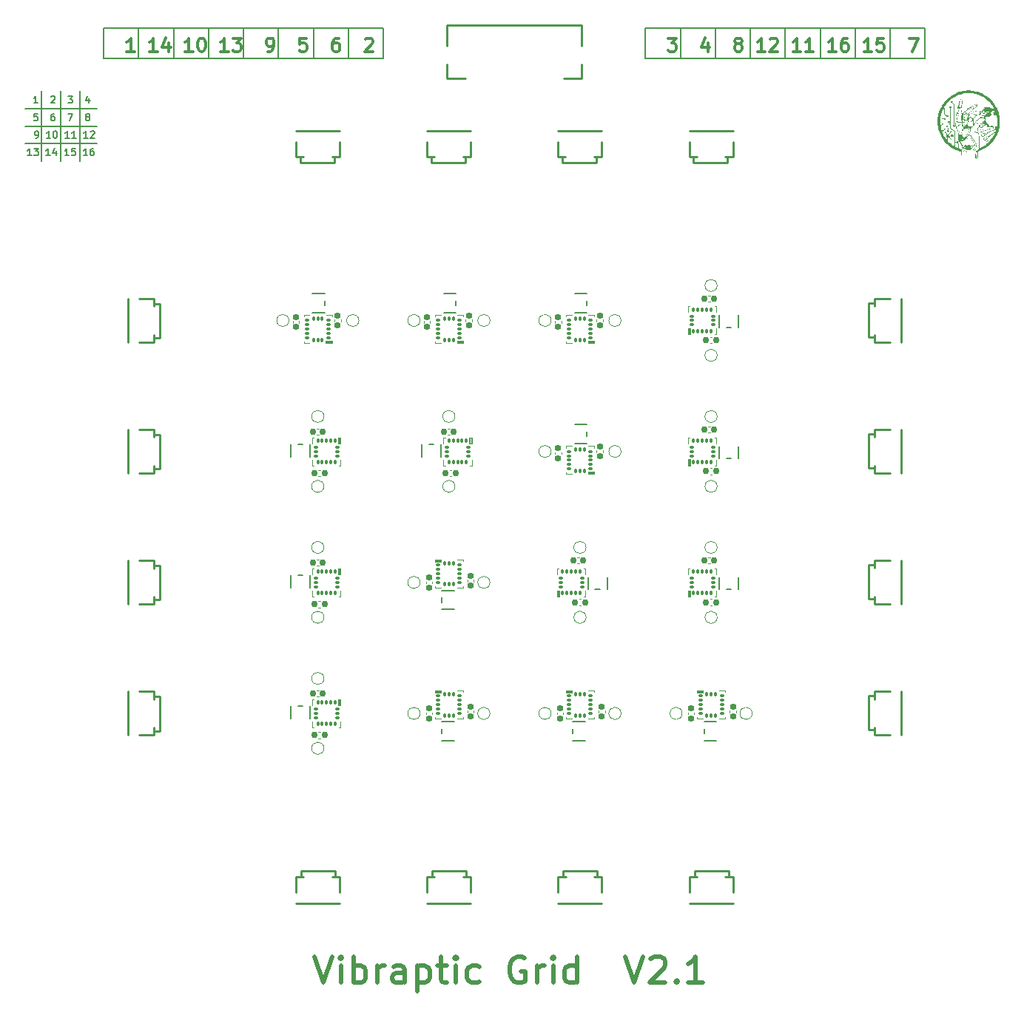
<source format=gbr>
%TF.GenerationSoftware,KiCad,Pcbnew,8.0.4-unknown-202407232306~396e531e7c~ubuntu22.04.1*%
%TF.CreationDate,2024-08-30T15:15:55+01:00*%
%TF.ProjectId,LIS3DH_array,4c495333-4448-45f6-9172-7261792e6b69,rev?*%
%TF.SameCoordinates,Original*%
%TF.FileFunction,Legend,Top*%
%TF.FilePolarity,Positive*%
%FSLAX46Y46*%
G04 Gerber Fmt 4.6, Leading zero omitted, Abs format (unit mm)*
G04 Created by KiCad (PCBNEW 8.0.4-unknown-202407232306~396e531e7c~ubuntu22.04.1) date 2024-08-30 15:15:55*
%MOMM*%
%LPD*%
G01*
G04 APERTURE LIST*
G04 Aperture macros list*
%AMRoundRect*
0 Rectangle with rounded corners*
0 $1 Rounding radius*
0 $2 $3 $4 $5 $6 $7 $8 $9 X,Y pos of 4 corners*
0 Add a 4 corners polygon primitive as box body*
4,1,4,$2,$3,$4,$5,$6,$7,$8,$9,$2,$3,0*
0 Add four circle primitives for the rounded corners*
1,1,$1+$1,$2,$3*
1,1,$1+$1,$4,$5*
1,1,$1+$1,$6,$7*
1,1,$1+$1,$8,$9*
0 Add four rect primitives between the rounded corners*
20,1,$1+$1,$2,$3,$4,$5,0*
20,1,$1+$1,$4,$5,$6,$7,0*
20,1,$1+$1,$6,$7,$8,$9,0*
20,1,$1+$1,$8,$9,$2,$3,0*%
G04 Aperture macros list end*
%ADD10C,0.152400*%
%ADD11C,0.304800*%
%ADD12C,0.200000*%
%ADD13C,0.500000*%
%ADD14C,0.150000*%
%ADD15C,0.120000*%
%ADD16C,0.250000*%
%ADD17C,0.000000*%
%ADD18R,0.320000X0.840000*%
%ADD19RoundRect,0.087500X0.187500X0.087500X-0.187500X0.087500X-0.187500X-0.087500X0.187500X-0.087500X0*%
%ADD20RoundRect,0.087500X0.087500X0.187500X-0.087500X0.187500X-0.087500X-0.187500X0.087500X-0.187500X0*%
%ADD21R,0.800000X0.300000*%
%ADD22R,0.800000X0.400000*%
%ADD23RoundRect,0.155000X-0.212500X-0.155000X0.212500X-0.155000X0.212500X0.155000X-0.212500X0.155000X0*%
%ADD24RoundRect,0.155000X-0.155000X0.212500X-0.155000X-0.212500X0.155000X-0.212500X0.155000X0.212500X0*%
%ADD25C,1.000000*%
%ADD26R,0.300000X0.800000*%
%ADD27R,0.400000X0.800000*%
%ADD28RoundRect,0.087500X-0.187500X-0.087500X0.187500X-0.087500X0.187500X0.087500X-0.187500X0.087500X0*%
%ADD29RoundRect,0.087500X-0.087500X-0.187500X0.087500X-0.187500X0.087500X0.187500X-0.087500X0.187500X0*%
%ADD30RoundRect,0.087500X-0.087500X0.187500X-0.087500X-0.187500X0.087500X-0.187500X0.087500X0.187500X0*%
%ADD31RoundRect,0.087500X-0.187500X0.087500X-0.187500X-0.087500X0.187500X-0.087500X0.187500X0.087500X0*%
%ADD32R,0.840000X0.320000*%
%ADD33RoundRect,0.087500X0.087500X-0.187500X0.087500X0.187500X-0.087500X0.187500X-0.087500X-0.187500X0*%
%ADD34RoundRect,0.087500X0.187500X-0.087500X0.187500X0.087500X-0.187500X0.087500X-0.187500X-0.087500X0*%
%ADD35RoundRect,0.155000X0.212500X0.155000X-0.212500X0.155000X-0.212500X-0.155000X0.212500X-0.155000X0*%
%ADD36RoundRect,0.155000X0.155000X-0.212500X0.155000X0.212500X-0.155000X0.212500X-0.155000X-0.212500X0*%
%ADD37R,0.300000X1.300000*%
%ADD38R,2.000000X1.600000*%
G04 APERTURE END LIST*
D10*
X145500000Y-50000000D02*
X145500000Y-47000000D01*
X79500000Y-46500000D02*
X79500000Y-50000000D01*
X99500000Y-47000000D02*
X99500000Y-46500000D01*
X107500000Y-50000000D02*
X75500000Y-50000000D01*
X79500000Y-50000000D02*
X79500000Y-47000000D01*
X99500000Y-46500000D02*
X99500000Y-50000000D01*
X68400000Y-53750000D02*
X68400000Y-61750000D01*
X66500000Y-57750000D02*
X74750000Y-57750000D01*
X145500000Y-46500000D02*
X145500000Y-50000000D01*
X75500000Y-47000000D02*
X75500000Y-46500000D01*
X87500000Y-46500000D02*
X87500000Y-50000000D01*
X95500000Y-50000000D02*
X95500000Y-47000000D01*
X103500000Y-46500000D02*
X103500000Y-50000000D01*
X153500000Y-46500000D02*
X153500000Y-50000000D01*
X141500000Y-46500000D02*
X141500000Y-50000000D01*
X66500000Y-59750000D02*
X74750000Y-59750000D01*
X66500000Y-55750000D02*
X74750000Y-55750000D01*
X157500000Y-46500000D02*
X157500000Y-50000000D01*
X95500000Y-47000000D02*
X95500000Y-46500000D01*
X72750000Y-53750000D02*
X72750000Y-61750000D01*
X103500000Y-47000000D02*
X103500000Y-46500000D01*
X91500000Y-46500000D02*
X91500000Y-50000000D01*
X83500000Y-47000000D02*
X83500000Y-46500000D01*
X83500000Y-46500000D02*
X83500000Y-50000000D01*
X91500000Y-47000000D02*
X91500000Y-46500000D01*
X99500000Y-50000000D02*
X99500000Y-47000000D01*
X161500000Y-46500000D02*
X161500000Y-50000000D01*
X91500000Y-50000000D02*
X91500000Y-47000000D01*
X83500000Y-50000000D02*
X83500000Y-47000000D01*
X169500000Y-50000000D02*
X137500000Y-50000000D01*
X165500000Y-46500000D02*
X165500000Y-50000000D01*
X169500000Y-46500000D02*
X137500000Y-46500000D01*
X137500000Y-50000000D02*
X137500000Y-46500000D01*
X70600000Y-53750000D02*
X70600000Y-61750000D01*
X169500000Y-46500000D02*
X169500000Y-50000000D01*
X75500000Y-50000000D02*
X75500000Y-47000000D01*
X165500000Y-50000000D02*
X165500000Y-47000000D01*
X75500000Y-46500000D02*
X107500000Y-46500000D01*
X87500000Y-50000000D02*
X87500000Y-47000000D01*
X161500000Y-50000000D02*
X161500000Y-47000000D01*
X87500000Y-47000000D02*
X87500000Y-46500000D01*
X79500000Y-47000000D02*
X79500000Y-46500000D01*
X107500000Y-46500000D02*
X107500000Y-50000000D01*
X141500000Y-50000000D02*
X141500000Y-47000000D01*
X103500000Y-50000000D02*
X103500000Y-47000000D01*
X149500000Y-46500000D02*
X149500000Y-50000000D01*
X149500000Y-50000000D02*
X149500000Y-47000000D01*
X153500000Y-50000000D02*
X153500000Y-47000000D01*
X157500000Y-50000000D02*
X157500000Y-47000000D01*
X95500000Y-46500000D02*
X95500000Y-50000000D01*
D11*
X140079383Y-47665181D02*
X141022811Y-47665181D01*
X141022811Y-47665181D02*
X140514811Y-48245752D01*
X140514811Y-48245752D02*
X140732526Y-48245752D01*
X140732526Y-48245752D02*
X140877669Y-48318324D01*
X140877669Y-48318324D02*
X140950240Y-48390895D01*
X140950240Y-48390895D02*
X141022811Y-48536038D01*
X141022811Y-48536038D02*
X141022811Y-48898895D01*
X141022811Y-48898895D02*
X140950240Y-49044038D01*
X140950240Y-49044038D02*
X140877669Y-49116610D01*
X140877669Y-49116610D02*
X140732526Y-49189181D01*
X140732526Y-49189181D02*
X140297097Y-49189181D01*
X140297097Y-49189181D02*
X140151954Y-49116610D01*
X140151954Y-49116610D02*
X140079383Y-49044038D01*
X144651384Y-48173181D02*
X144651384Y-49189181D01*
X144288526Y-47592610D02*
X143925669Y-48681181D01*
X143925669Y-48681181D02*
X144869098Y-48681181D01*
X147989670Y-48318324D02*
X147844527Y-48245752D01*
X147844527Y-48245752D02*
X147771956Y-48173181D01*
X147771956Y-48173181D02*
X147699384Y-48028038D01*
X147699384Y-48028038D02*
X147699384Y-47955467D01*
X147699384Y-47955467D02*
X147771956Y-47810324D01*
X147771956Y-47810324D02*
X147844527Y-47737752D01*
X147844527Y-47737752D02*
X147989670Y-47665181D01*
X147989670Y-47665181D02*
X148279956Y-47665181D01*
X148279956Y-47665181D02*
X148425099Y-47737752D01*
X148425099Y-47737752D02*
X148497670Y-47810324D01*
X148497670Y-47810324D02*
X148570241Y-47955467D01*
X148570241Y-47955467D02*
X148570241Y-48028038D01*
X148570241Y-48028038D02*
X148497670Y-48173181D01*
X148497670Y-48173181D02*
X148425099Y-48245752D01*
X148425099Y-48245752D02*
X148279956Y-48318324D01*
X148279956Y-48318324D02*
X147989670Y-48318324D01*
X147989670Y-48318324D02*
X147844527Y-48390895D01*
X147844527Y-48390895D02*
X147771956Y-48463467D01*
X147771956Y-48463467D02*
X147699384Y-48608610D01*
X147699384Y-48608610D02*
X147699384Y-48898895D01*
X147699384Y-48898895D02*
X147771956Y-49044038D01*
X147771956Y-49044038D02*
X147844527Y-49116610D01*
X147844527Y-49116610D02*
X147989670Y-49189181D01*
X147989670Y-49189181D02*
X148279956Y-49189181D01*
X148279956Y-49189181D02*
X148425099Y-49116610D01*
X148425099Y-49116610D02*
X148497670Y-49044038D01*
X148497670Y-49044038D02*
X148570241Y-48898895D01*
X148570241Y-48898895D02*
X148570241Y-48608610D01*
X148570241Y-48608610D02*
X148497670Y-48463467D01*
X148497670Y-48463467D02*
X148425099Y-48390895D01*
X148425099Y-48390895D02*
X148279956Y-48318324D01*
X151182813Y-49189181D02*
X150311956Y-49189181D01*
X150747385Y-49189181D02*
X150747385Y-47665181D01*
X150747385Y-47665181D02*
X150602242Y-47882895D01*
X150602242Y-47882895D02*
X150457099Y-48028038D01*
X150457099Y-48028038D02*
X150311956Y-48100610D01*
X151763385Y-47810324D02*
X151835957Y-47737752D01*
X151835957Y-47737752D02*
X151981100Y-47665181D01*
X151981100Y-47665181D02*
X152343957Y-47665181D01*
X152343957Y-47665181D02*
X152489100Y-47737752D01*
X152489100Y-47737752D02*
X152561671Y-47810324D01*
X152561671Y-47810324D02*
X152634242Y-47955467D01*
X152634242Y-47955467D02*
X152634242Y-48100610D01*
X152634242Y-48100610D02*
X152561671Y-48318324D01*
X152561671Y-48318324D02*
X151690814Y-49189181D01*
X151690814Y-49189181D02*
X152634242Y-49189181D01*
X155246814Y-49189181D02*
X154375957Y-49189181D01*
X154811386Y-49189181D02*
X154811386Y-47665181D01*
X154811386Y-47665181D02*
X154666243Y-47882895D01*
X154666243Y-47882895D02*
X154521100Y-48028038D01*
X154521100Y-48028038D02*
X154375957Y-48100610D01*
X156698243Y-49189181D02*
X155827386Y-49189181D01*
X156262815Y-49189181D02*
X156262815Y-47665181D01*
X156262815Y-47665181D02*
X156117672Y-47882895D01*
X156117672Y-47882895D02*
X155972529Y-48028038D01*
X155972529Y-48028038D02*
X155827386Y-48100610D01*
X159310815Y-49189181D02*
X158439958Y-49189181D01*
X158875387Y-49189181D02*
X158875387Y-47665181D01*
X158875387Y-47665181D02*
X158730244Y-47882895D01*
X158730244Y-47882895D02*
X158585101Y-48028038D01*
X158585101Y-48028038D02*
X158439958Y-48100610D01*
X160617102Y-47665181D02*
X160326816Y-47665181D01*
X160326816Y-47665181D02*
X160181673Y-47737752D01*
X160181673Y-47737752D02*
X160109102Y-47810324D01*
X160109102Y-47810324D02*
X159963959Y-48028038D01*
X159963959Y-48028038D02*
X159891387Y-48318324D01*
X159891387Y-48318324D02*
X159891387Y-48898895D01*
X159891387Y-48898895D02*
X159963959Y-49044038D01*
X159963959Y-49044038D02*
X160036530Y-49116610D01*
X160036530Y-49116610D02*
X160181673Y-49189181D01*
X160181673Y-49189181D02*
X160471959Y-49189181D01*
X160471959Y-49189181D02*
X160617102Y-49116610D01*
X160617102Y-49116610D02*
X160689673Y-49044038D01*
X160689673Y-49044038D02*
X160762244Y-48898895D01*
X160762244Y-48898895D02*
X160762244Y-48536038D01*
X160762244Y-48536038D02*
X160689673Y-48390895D01*
X160689673Y-48390895D02*
X160617102Y-48318324D01*
X160617102Y-48318324D02*
X160471959Y-48245752D01*
X160471959Y-48245752D02*
X160181673Y-48245752D01*
X160181673Y-48245752D02*
X160036530Y-48318324D01*
X160036530Y-48318324D02*
X159963959Y-48390895D01*
X159963959Y-48390895D02*
X159891387Y-48536038D01*
X163374816Y-49189181D02*
X162503959Y-49189181D01*
X162939388Y-49189181D02*
X162939388Y-47665181D01*
X162939388Y-47665181D02*
X162794245Y-47882895D01*
X162794245Y-47882895D02*
X162649102Y-48028038D01*
X162649102Y-48028038D02*
X162503959Y-48100610D01*
X164753674Y-47665181D02*
X164027960Y-47665181D01*
X164027960Y-47665181D02*
X163955388Y-48390895D01*
X163955388Y-48390895D02*
X164027960Y-48318324D01*
X164027960Y-48318324D02*
X164173103Y-48245752D01*
X164173103Y-48245752D02*
X164535960Y-48245752D01*
X164535960Y-48245752D02*
X164681103Y-48318324D01*
X164681103Y-48318324D02*
X164753674Y-48390895D01*
X164753674Y-48390895D02*
X164826245Y-48536038D01*
X164826245Y-48536038D02*
X164826245Y-48898895D01*
X164826245Y-48898895D02*
X164753674Y-49044038D01*
X164753674Y-49044038D02*
X164681103Y-49116610D01*
X164681103Y-49116610D02*
X164535960Y-49189181D01*
X164535960Y-49189181D02*
X164173103Y-49189181D01*
X164173103Y-49189181D02*
X164027960Y-49116610D01*
X164027960Y-49116610D02*
X163955388Y-49044038D01*
X167656532Y-47665181D02*
X168672532Y-47665181D01*
X168672532Y-47665181D02*
X168019389Y-49189181D01*
D12*
X67950625Y-55109695D02*
X67493482Y-55109695D01*
X67722054Y-55109695D02*
X67722054Y-54309695D01*
X67722054Y-54309695D02*
X67645863Y-54423980D01*
X67645863Y-54423980D02*
X67569673Y-54500171D01*
X67569673Y-54500171D02*
X67493482Y-54538266D01*
X69474435Y-54385885D02*
X69512531Y-54347790D01*
X69512531Y-54347790D02*
X69588721Y-54309695D01*
X69588721Y-54309695D02*
X69779197Y-54309695D01*
X69779197Y-54309695D02*
X69855388Y-54347790D01*
X69855388Y-54347790D02*
X69893483Y-54385885D01*
X69893483Y-54385885D02*
X69931578Y-54462076D01*
X69931578Y-54462076D02*
X69931578Y-54538266D01*
X69931578Y-54538266D02*
X69893483Y-54652552D01*
X69893483Y-54652552D02*
X69436340Y-55109695D01*
X69436340Y-55109695D02*
X69931578Y-55109695D01*
X71417293Y-54309695D02*
X71912531Y-54309695D01*
X71912531Y-54309695D02*
X71645865Y-54614457D01*
X71645865Y-54614457D02*
X71760150Y-54614457D01*
X71760150Y-54614457D02*
X71836341Y-54652552D01*
X71836341Y-54652552D02*
X71874436Y-54690647D01*
X71874436Y-54690647D02*
X71912531Y-54766838D01*
X71912531Y-54766838D02*
X71912531Y-54957314D01*
X71912531Y-54957314D02*
X71874436Y-55033504D01*
X71874436Y-55033504D02*
X71836341Y-55071600D01*
X71836341Y-55071600D02*
X71760150Y-55109695D01*
X71760150Y-55109695D02*
X71531579Y-55109695D01*
X71531579Y-55109695D02*
X71455388Y-55071600D01*
X71455388Y-55071600D02*
X71417293Y-55033504D01*
X73817294Y-54576361D02*
X73817294Y-55109695D01*
X73626818Y-54271600D02*
X73436341Y-54843028D01*
X73436341Y-54843028D02*
X73931580Y-54843028D01*
D13*
X99642857Y-152861857D02*
X100642857Y-155861857D01*
X100642857Y-155861857D02*
X101642857Y-152861857D01*
X102642857Y-155861857D02*
X102642857Y-153861857D01*
X102642857Y-152861857D02*
X102500000Y-153004714D01*
X102500000Y-153004714D02*
X102642857Y-153147571D01*
X102642857Y-153147571D02*
X102785714Y-153004714D01*
X102785714Y-153004714D02*
X102642857Y-152861857D01*
X102642857Y-152861857D02*
X102642857Y-153147571D01*
X104071428Y-155861857D02*
X104071428Y-152861857D01*
X104071428Y-154004714D02*
X104357143Y-153861857D01*
X104357143Y-153861857D02*
X104928571Y-153861857D01*
X104928571Y-153861857D02*
X105214285Y-154004714D01*
X105214285Y-154004714D02*
X105357143Y-154147571D01*
X105357143Y-154147571D02*
X105500000Y-154433285D01*
X105500000Y-154433285D02*
X105500000Y-155290428D01*
X105500000Y-155290428D02*
X105357143Y-155576142D01*
X105357143Y-155576142D02*
X105214285Y-155719000D01*
X105214285Y-155719000D02*
X104928571Y-155861857D01*
X104928571Y-155861857D02*
X104357143Y-155861857D01*
X104357143Y-155861857D02*
X104071428Y-155719000D01*
X106785714Y-155861857D02*
X106785714Y-153861857D01*
X106785714Y-154433285D02*
X106928571Y-154147571D01*
X106928571Y-154147571D02*
X107071429Y-154004714D01*
X107071429Y-154004714D02*
X107357143Y-153861857D01*
X107357143Y-153861857D02*
X107642857Y-153861857D01*
X109928572Y-155861857D02*
X109928572Y-154290428D01*
X109928572Y-154290428D02*
X109785714Y-154004714D01*
X109785714Y-154004714D02*
X109500000Y-153861857D01*
X109500000Y-153861857D02*
X108928572Y-153861857D01*
X108928572Y-153861857D02*
X108642857Y-154004714D01*
X109928572Y-155719000D02*
X109642857Y-155861857D01*
X109642857Y-155861857D02*
X108928572Y-155861857D01*
X108928572Y-155861857D02*
X108642857Y-155719000D01*
X108642857Y-155719000D02*
X108500000Y-155433285D01*
X108500000Y-155433285D02*
X108500000Y-155147571D01*
X108500000Y-155147571D02*
X108642857Y-154861857D01*
X108642857Y-154861857D02*
X108928572Y-154719000D01*
X108928572Y-154719000D02*
X109642857Y-154719000D01*
X109642857Y-154719000D02*
X109928572Y-154576142D01*
X111357143Y-153861857D02*
X111357143Y-156861857D01*
X111357143Y-154004714D02*
X111642858Y-153861857D01*
X111642858Y-153861857D02*
X112214286Y-153861857D01*
X112214286Y-153861857D02*
X112500000Y-154004714D01*
X112500000Y-154004714D02*
X112642858Y-154147571D01*
X112642858Y-154147571D02*
X112785715Y-154433285D01*
X112785715Y-154433285D02*
X112785715Y-155290428D01*
X112785715Y-155290428D02*
X112642858Y-155576142D01*
X112642858Y-155576142D02*
X112500000Y-155719000D01*
X112500000Y-155719000D02*
X112214286Y-155861857D01*
X112214286Y-155861857D02*
X111642858Y-155861857D01*
X111642858Y-155861857D02*
X111357143Y-155719000D01*
X113642858Y-153861857D02*
X114785715Y-153861857D01*
X114071429Y-152861857D02*
X114071429Y-155433285D01*
X114071429Y-155433285D02*
X114214286Y-155719000D01*
X114214286Y-155719000D02*
X114500001Y-155861857D01*
X114500001Y-155861857D02*
X114785715Y-155861857D01*
X115785715Y-155861857D02*
X115785715Y-153861857D01*
X115785715Y-152861857D02*
X115642858Y-153004714D01*
X115642858Y-153004714D02*
X115785715Y-153147571D01*
X115785715Y-153147571D02*
X115928572Y-153004714D01*
X115928572Y-153004714D02*
X115785715Y-152861857D01*
X115785715Y-152861857D02*
X115785715Y-153147571D01*
X118500001Y-155719000D02*
X118214286Y-155861857D01*
X118214286Y-155861857D02*
X117642858Y-155861857D01*
X117642858Y-155861857D02*
X117357143Y-155719000D01*
X117357143Y-155719000D02*
X117214286Y-155576142D01*
X117214286Y-155576142D02*
X117071429Y-155290428D01*
X117071429Y-155290428D02*
X117071429Y-154433285D01*
X117071429Y-154433285D02*
X117214286Y-154147571D01*
X117214286Y-154147571D02*
X117357143Y-154004714D01*
X117357143Y-154004714D02*
X117642858Y-153861857D01*
X117642858Y-153861857D02*
X118214286Y-153861857D01*
X118214286Y-153861857D02*
X118500001Y-154004714D01*
X123642858Y-153004714D02*
X123357144Y-152861857D01*
X123357144Y-152861857D02*
X122928572Y-152861857D01*
X122928572Y-152861857D02*
X122500001Y-153004714D01*
X122500001Y-153004714D02*
X122214286Y-153290428D01*
X122214286Y-153290428D02*
X122071429Y-153576142D01*
X122071429Y-153576142D02*
X121928572Y-154147571D01*
X121928572Y-154147571D02*
X121928572Y-154576142D01*
X121928572Y-154576142D02*
X122071429Y-155147571D01*
X122071429Y-155147571D02*
X122214286Y-155433285D01*
X122214286Y-155433285D02*
X122500001Y-155719000D01*
X122500001Y-155719000D02*
X122928572Y-155861857D01*
X122928572Y-155861857D02*
X123214286Y-155861857D01*
X123214286Y-155861857D02*
X123642858Y-155719000D01*
X123642858Y-155719000D02*
X123785715Y-155576142D01*
X123785715Y-155576142D02*
X123785715Y-154576142D01*
X123785715Y-154576142D02*
X123214286Y-154576142D01*
X125071429Y-155861857D02*
X125071429Y-153861857D01*
X125071429Y-154433285D02*
X125214286Y-154147571D01*
X125214286Y-154147571D02*
X125357144Y-154004714D01*
X125357144Y-154004714D02*
X125642858Y-153861857D01*
X125642858Y-153861857D02*
X125928572Y-153861857D01*
X126928572Y-155861857D02*
X126928572Y-153861857D01*
X126928572Y-152861857D02*
X126785715Y-153004714D01*
X126785715Y-153004714D02*
X126928572Y-153147571D01*
X126928572Y-153147571D02*
X127071429Y-153004714D01*
X127071429Y-153004714D02*
X126928572Y-152861857D01*
X126928572Y-152861857D02*
X126928572Y-153147571D01*
X129642858Y-155861857D02*
X129642858Y-152861857D01*
X129642858Y-155719000D02*
X129357143Y-155861857D01*
X129357143Y-155861857D02*
X128785715Y-155861857D01*
X128785715Y-155861857D02*
X128500000Y-155719000D01*
X128500000Y-155719000D02*
X128357143Y-155576142D01*
X128357143Y-155576142D02*
X128214286Y-155290428D01*
X128214286Y-155290428D02*
X128214286Y-154433285D01*
X128214286Y-154433285D02*
X128357143Y-154147571D01*
X128357143Y-154147571D02*
X128500000Y-154004714D01*
X128500000Y-154004714D02*
X128785715Y-153861857D01*
X128785715Y-153861857D02*
X129357143Y-153861857D01*
X129357143Y-153861857D02*
X129642858Y-154004714D01*
X135214286Y-152861857D02*
X136214286Y-155861857D01*
X136214286Y-155861857D02*
X137214286Y-152861857D01*
X138071429Y-153147571D02*
X138214286Y-153004714D01*
X138214286Y-153004714D02*
X138500001Y-152861857D01*
X138500001Y-152861857D02*
X139214286Y-152861857D01*
X139214286Y-152861857D02*
X139500001Y-153004714D01*
X139500001Y-153004714D02*
X139642858Y-153147571D01*
X139642858Y-153147571D02*
X139785715Y-153433285D01*
X139785715Y-153433285D02*
X139785715Y-153719000D01*
X139785715Y-153719000D02*
X139642858Y-154147571D01*
X139642858Y-154147571D02*
X137928572Y-155861857D01*
X137928572Y-155861857D02*
X139785715Y-155861857D01*
X141071429Y-155576142D02*
X141214286Y-155719000D01*
X141214286Y-155719000D02*
X141071429Y-155861857D01*
X141071429Y-155861857D02*
X140928572Y-155719000D01*
X140928572Y-155719000D02*
X141071429Y-155576142D01*
X141071429Y-155576142D02*
X141071429Y-155861857D01*
X144071429Y-155861857D02*
X142357143Y-155861857D01*
X143214286Y-155861857D02*
X143214286Y-152861857D01*
X143214286Y-152861857D02*
X142928572Y-153290428D01*
X142928572Y-153290428D02*
X142642857Y-153576142D01*
X142642857Y-153576142D02*
X142357143Y-153719000D01*
D12*
X67241101Y-61109695D02*
X66783958Y-61109695D01*
X67012530Y-61109695D02*
X67012530Y-60309695D01*
X67012530Y-60309695D02*
X66936339Y-60423980D01*
X66936339Y-60423980D02*
X66860149Y-60500171D01*
X66860149Y-60500171D02*
X66783958Y-60538266D01*
X67507768Y-60309695D02*
X68003006Y-60309695D01*
X68003006Y-60309695D02*
X67736340Y-60614457D01*
X67736340Y-60614457D02*
X67850625Y-60614457D01*
X67850625Y-60614457D02*
X67926816Y-60652552D01*
X67926816Y-60652552D02*
X67964911Y-60690647D01*
X67964911Y-60690647D02*
X68003006Y-60766838D01*
X68003006Y-60766838D02*
X68003006Y-60957314D01*
X68003006Y-60957314D02*
X67964911Y-61033504D01*
X67964911Y-61033504D02*
X67926816Y-61071600D01*
X67926816Y-61071600D02*
X67850625Y-61109695D01*
X67850625Y-61109695D02*
X67622054Y-61109695D01*
X67622054Y-61109695D02*
X67545863Y-61071600D01*
X67545863Y-61071600D02*
X67507768Y-61033504D01*
X69374435Y-61109695D02*
X68917292Y-61109695D01*
X69145864Y-61109695D02*
X69145864Y-60309695D01*
X69145864Y-60309695D02*
X69069673Y-60423980D01*
X69069673Y-60423980D02*
X68993483Y-60500171D01*
X68993483Y-60500171D02*
X68917292Y-60538266D01*
X70060150Y-60576361D02*
X70060150Y-61109695D01*
X69869674Y-60271600D02*
X69679197Y-60843028D01*
X69679197Y-60843028D02*
X70174436Y-60843028D01*
X71507769Y-61109695D02*
X71050626Y-61109695D01*
X71279198Y-61109695D02*
X71279198Y-60309695D01*
X71279198Y-60309695D02*
X71203007Y-60423980D01*
X71203007Y-60423980D02*
X71126817Y-60500171D01*
X71126817Y-60500171D02*
X71050626Y-60538266D01*
X72231579Y-60309695D02*
X71850627Y-60309695D01*
X71850627Y-60309695D02*
X71812531Y-60690647D01*
X71812531Y-60690647D02*
X71850627Y-60652552D01*
X71850627Y-60652552D02*
X71926817Y-60614457D01*
X71926817Y-60614457D02*
X72117293Y-60614457D01*
X72117293Y-60614457D02*
X72193484Y-60652552D01*
X72193484Y-60652552D02*
X72231579Y-60690647D01*
X72231579Y-60690647D02*
X72269674Y-60766838D01*
X72269674Y-60766838D02*
X72269674Y-60957314D01*
X72269674Y-60957314D02*
X72231579Y-61033504D01*
X72231579Y-61033504D02*
X72193484Y-61071600D01*
X72193484Y-61071600D02*
X72117293Y-61109695D01*
X72117293Y-61109695D02*
X71926817Y-61109695D01*
X71926817Y-61109695D02*
X71850627Y-61071600D01*
X71850627Y-61071600D02*
X71812531Y-61033504D01*
X73641103Y-61109695D02*
X73183960Y-61109695D01*
X73412532Y-61109695D02*
X73412532Y-60309695D01*
X73412532Y-60309695D02*
X73336341Y-60423980D01*
X73336341Y-60423980D02*
X73260151Y-60500171D01*
X73260151Y-60500171D02*
X73183960Y-60538266D01*
X74326818Y-60309695D02*
X74174437Y-60309695D01*
X74174437Y-60309695D02*
X74098246Y-60347790D01*
X74098246Y-60347790D02*
X74060151Y-60385885D01*
X74060151Y-60385885D02*
X73983961Y-60500171D01*
X73983961Y-60500171D02*
X73945865Y-60652552D01*
X73945865Y-60652552D02*
X73945865Y-60957314D01*
X73945865Y-60957314D02*
X73983961Y-61033504D01*
X73983961Y-61033504D02*
X74022056Y-61071600D01*
X74022056Y-61071600D02*
X74098246Y-61109695D01*
X74098246Y-61109695D02*
X74250627Y-61109695D01*
X74250627Y-61109695D02*
X74326818Y-61071600D01*
X74326818Y-61071600D02*
X74364913Y-61033504D01*
X74364913Y-61033504D02*
X74403008Y-60957314D01*
X74403008Y-60957314D02*
X74403008Y-60766838D01*
X74403008Y-60766838D02*
X74364913Y-60690647D01*
X74364913Y-60690647D02*
X74326818Y-60652552D01*
X74326818Y-60652552D02*
X74250627Y-60614457D01*
X74250627Y-60614457D02*
X74098246Y-60614457D01*
X74098246Y-60614457D02*
X74022056Y-60652552D01*
X74022056Y-60652552D02*
X73983961Y-60690647D01*
X73983961Y-60690647D02*
X73945865Y-60766838D01*
X67912530Y-56309695D02*
X67531578Y-56309695D01*
X67531578Y-56309695D02*
X67493482Y-56690647D01*
X67493482Y-56690647D02*
X67531578Y-56652552D01*
X67531578Y-56652552D02*
X67607768Y-56614457D01*
X67607768Y-56614457D02*
X67798244Y-56614457D01*
X67798244Y-56614457D02*
X67874435Y-56652552D01*
X67874435Y-56652552D02*
X67912530Y-56690647D01*
X67912530Y-56690647D02*
X67950625Y-56766838D01*
X67950625Y-56766838D02*
X67950625Y-56957314D01*
X67950625Y-56957314D02*
X67912530Y-57033504D01*
X67912530Y-57033504D02*
X67874435Y-57071600D01*
X67874435Y-57071600D02*
X67798244Y-57109695D01*
X67798244Y-57109695D02*
X67607768Y-57109695D01*
X67607768Y-57109695D02*
X67531578Y-57071600D01*
X67531578Y-57071600D02*
X67493482Y-57033504D01*
X69855388Y-56309695D02*
X69703007Y-56309695D01*
X69703007Y-56309695D02*
X69626816Y-56347790D01*
X69626816Y-56347790D02*
X69588721Y-56385885D01*
X69588721Y-56385885D02*
X69512531Y-56500171D01*
X69512531Y-56500171D02*
X69474435Y-56652552D01*
X69474435Y-56652552D02*
X69474435Y-56957314D01*
X69474435Y-56957314D02*
X69512531Y-57033504D01*
X69512531Y-57033504D02*
X69550626Y-57071600D01*
X69550626Y-57071600D02*
X69626816Y-57109695D01*
X69626816Y-57109695D02*
X69779197Y-57109695D01*
X69779197Y-57109695D02*
X69855388Y-57071600D01*
X69855388Y-57071600D02*
X69893483Y-57033504D01*
X69893483Y-57033504D02*
X69931578Y-56957314D01*
X69931578Y-56957314D02*
X69931578Y-56766838D01*
X69931578Y-56766838D02*
X69893483Y-56690647D01*
X69893483Y-56690647D02*
X69855388Y-56652552D01*
X69855388Y-56652552D02*
X69779197Y-56614457D01*
X69779197Y-56614457D02*
X69626816Y-56614457D01*
X69626816Y-56614457D02*
X69550626Y-56652552D01*
X69550626Y-56652552D02*
X69512531Y-56690647D01*
X69512531Y-56690647D02*
X69474435Y-56766838D01*
X71417293Y-56309695D02*
X71950627Y-56309695D01*
X71950627Y-56309695D02*
X71607769Y-57109695D01*
X73588722Y-56652552D02*
X73512532Y-56614457D01*
X73512532Y-56614457D02*
X73474437Y-56576361D01*
X73474437Y-56576361D02*
X73436341Y-56500171D01*
X73436341Y-56500171D02*
X73436341Y-56462076D01*
X73436341Y-56462076D02*
X73474437Y-56385885D01*
X73474437Y-56385885D02*
X73512532Y-56347790D01*
X73512532Y-56347790D02*
X73588722Y-56309695D01*
X73588722Y-56309695D02*
X73741103Y-56309695D01*
X73741103Y-56309695D02*
X73817294Y-56347790D01*
X73817294Y-56347790D02*
X73855389Y-56385885D01*
X73855389Y-56385885D02*
X73893484Y-56462076D01*
X73893484Y-56462076D02*
X73893484Y-56500171D01*
X73893484Y-56500171D02*
X73855389Y-56576361D01*
X73855389Y-56576361D02*
X73817294Y-56614457D01*
X73817294Y-56614457D02*
X73741103Y-56652552D01*
X73741103Y-56652552D02*
X73588722Y-56652552D01*
X73588722Y-56652552D02*
X73512532Y-56690647D01*
X73512532Y-56690647D02*
X73474437Y-56728742D01*
X73474437Y-56728742D02*
X73436341Y-56804933D01*
X73436341Y-56804933D02*
X73436341Y-56957314D01*
X73436341Y-56957314D02*
X73474437Y-57033504D01*
X73474437Y-57033504D02*
X73512532Y-57071600D01*
X73512532Y-57071600D02*
X73588722Y-57109695D01*
X73588722Y-57109695D02*
X73741103Y-57109695D01*
X73741103Y-57109695D02*
X73817294Y-57071600D01*
X73817294Y-57071600D02*
X73855389Y-57033504D01*
X73855389Y-57033504D02*
X73893484Y-56957314D01*
X73893484Y-56957314D02*
X73893484Y-56804933D01*
X73893484Y-56804933D02*
X73855389Y-56728742D01*
X73855389Y-56728742D02*
X73817294Y-56690647D01*
X73817294Y-56690647D02*
X73741103Y-56652552D01*
D11*
X79022811Y-49189181D02*
X78151954Y-49189181D01*
X78587383Y-49189181D02*
X78587383Y-47665181D01*
X78587383Y-47665181D02*
X78442240Y-47882895D01*
X78442240Y-47882895D02*
X78297097Y-48028038D01*
X78297097Y-48028038D02*
X78151954Y-48100610D01*
X81635383Y-49189181D02*
X80764526Y-49189181D01*
X81199955Y-49189181D02*
X81199955Y-47665181D01*
X81199955Y-47665181D02*
X81054812Y-47882895D01*
X81054812Y-47882895D02*
X80909669Y-48028038D01*
X80909669Y-48028038D02*
X80764526Y-48100610D01*
X82941670Y-48173181D02*
X82941670Y-49189181D01*
X82578812Y-47592610D02*
X82215955Y-48681181D01*
X82215955Y-48681181D02*
X83159384Y-48681181D01*
X85699384Y-49189181D02*
X84828527Y-49189181D01*
X85263956Y-49189181D02*
X85263956Y-47665181D01*
X85263956Y-47665181D02*
X85118813Y-47882895D01*
X85118813Y-47882895D02*
X84973670Y-48028038D01*
X84973670Y-48028038D02*
X84828527Y-48100610D01*
X86642813Y-47665181D02*
X86787956Y-47665181D01*
X86787956Y-47665181D02*
X86933099Y-47737752D01*
X86933099Y-47737752D02*
X87005671Y-47810324D01*
X87005671Y-47810324D02*
X87078242Y-47955467D01*
X87078242Y-47955467D02*
X87150813Y-48245752D01*
X87150813Y-48245752D02*
X87150813Y-48608610D01*
X87150813Y-48608610D02*
X87078242Y-48898895D01*
X87078242Y-48898895D02*
X87005671Y-49044038D01*
X87005671Y-49044038D02*
X86933099Y-49116610D01*
X86933099Y-49116610D02*
X86787956Y-49189181D01*
X86787956Y-49189181D02*
X86642813Y-49189181D01*
X86642813Y-49189181D02*
X86497671Y-49116610D01*
X86497671Y-49116610D02*
X86425099Y-49044038D01*
X86425099Y-49044038D02*
X86352528Y-48898895D01*
X86352528Y-48898895D02*
X86279956Y-48608610D01*
X86279956Y-48608610D02*
X86279956Y-48245752D01*
X86279956Y-48245752D02*
X86352528Y-47955467D01*
X86352528Y-47955467D02*
X86425099Y-47810324D01*
X86425099Y-47810324D02*
X86497671Y-47737752D01*
X86497671Y-47737752D02*
X86642813Y-47665181D01*
X89763385Y-49189181D02*
X88892528Y-49189181D01*
X89327957Y-49189181D02*
X89327957Y-47665181D01*
X89327957Y-47665181D02*
X89182814Y-47882895D01*
X89182814Y-47882895D02*
X89037671Y-48028038D01*
X89037671Y-48028038D02*
X88892528Y-48100610D01*
X90271386Y-47665181D02*
X91214814Y-47665181D01*
X91214814Y-47665181D02*
X90706814Y-48245752D01*
X90706814Y-48245752D02*
X90924529Y-48245752D01*
X90924529Y-48245752D02*
X91069672Y-48318324D01*
X91069672Y-48318324D02*
X91142243Y-48390895D01*
X91142243Y-48390895D02*
X91214814Y-48536038D01*
X91214814Y-48536038D02*
X91214814Y-48898895D01*
X91214814Y-48898895D02*
X91142243Y-49044038D01*
X91142243Y-49044038D02*
X91069672Y-49116610D01*
X91069672Y-49116610D02*
X90924529Y-49189181D01*
X90924529Y-49189181D02*
X90489100Y-49189181D01*
X90489100Y-49189181D02*
X90343957Y-49116610D01*
X90343957Y-49116610D02*
X90271386Y-49044038D01*
X94262815Y-49189181D02*
X94553101Y-49189181D01*
X94553101Y-49189181D02*
X94698244Y-49116610D01*
X94698244Y-49116610D02*
X94770815Y-49044038D01*
X94770815Y-49044038D02*
X94915958Y-48826324D01*
X94915958Y-48826324D02*
X94988529Y-48536038D01*
X94988529Y-48536038D02*
X94988529Y-47955467D01*
X94988529Y-47955467D02*
X94915958Y-47810324D01*
X94915958Y-47810324D02*
X94843387Y-47737752D01*
X94843387Y-47737752D02*
X94698244Y-47665181D01*
X94698244Y-47665181D02*
X94407958Y-47665181D01*
X94407958Y-47665181D02*
X94262815Y-47737752D01*
X94262815Y-47737752D02*
X94190244Y-47810324D01*
X94190244Y-47810324D02*
X94117672Y-47955467D01*
X94117672Y-47955467D02*
X94117672Y-48318324D01*
X94117672Y-48318324D02*
X94190244Y-48463467D01*
X94190244Y-48463467D02*
X94262815Y-48536038D01*
X94262815Y-48536038D02*
X94407958Y-48608610D01*
X94407958Y-48608610D02*
X94698244Y-48608610D01*
X94698244Y-48608610D02*
X94843387Y-48536038D01*
X94843387Y-48536038D02*
X94915958Y-48463467D01*
X94915958Y-48463467D02*
X94988529Y-48318324D01*
X98689673Y-47665181D02*
X97963959Y-47665181D01*
X97963959Y-47665181D02*
X97891387Y-48390895D01*
X97891387Y-48390895D02*
X97963959Y-48318324D01*
X97963959Y-48318324D02*
X98109102Y-48245752D01*
X98109102Y-48245752D02*
X98471959Y-48245752D01*
X98471959Y-48245752D02*
X98617102Y-48318324D01*
X98617102Y-48318324D02*
X98689673Y-48390895D01*
X98689673Y-48390895D02*
X98762244Y-48536038D01*
X98762244Y-48536038D02*
X98762244Y-48898895D01*
X98762244Y-48898895D02*
X98689673Y-49044038D01*
X98689673Y-49044038D02*
X98617102Y-49116610D01*
X98617102Y-49116610D02*
X98471959Y-49189181D01*
X98471959Y-49189181D02*
X98109102Y-49189181D01*
X98109102Y-49189181D02*
X97963959Y-49116610D01*
X97963959Y-49116610D02*
X97891387Y-49044038D01*
X102390817Y-47665181D02*
X102100531Y-47665181D01*
X102100531Y-47665181D02*
X101955388Y-47737752D01*
X101955388Y-47737752D02*
X101882817Y-47810324D01*
X101882817Y-47810324D02*
X101737674Y-48028038D01*
X101737674Y-48028038D02*
X101665102Y-48318324D01*
X101665102Y-48318324D02*
X101665102Y-48898895D01*
X101665102Y-48898895D02*
X101737674Y-49044038D01*
X101737674Y-49044038D02*
X101810245Y-49116610D01*
X101810245Y-49116610D02*
X101955388Y-49189181D01*
X101955388Y-49189181D02*
X102245674Y-49189181D01*
X102245674Y-49189181D02*
X102390817Y-49116610D01*
X102390817Y-49116610D02*
X102463388Y-49044038D01*
X102463388Y-49044038D02*
X102535959Y-48898895D01*
X102535959Y-48898895D02*
X102535959Y-48536038D01*
X102535959Y-48536038D02*
X102463388Y-48390895D01*
X102463388Y-48390895D02*
X102390817Y-48318324D01*
X102390817Y-48318324D02*
X102245674Y-48245752D01*
X102245674Y-48245752D02*
X101955388Y-48245752D01*
X101955388Y-48245752D02*
X101810245Y-48318324D01*
X101810245Y-48318324D02*
X101737674Y-48390895D01*
X101737674Y-48390895D02*
X101665102Y-48536038D01*
X105438817Y-47810324D02*
X105511389Y-47737752D01*
X105511389Y-47737752D02*
X105656532Y-47665181D01*
X105656532Y-47665181D02*
X106019389Y-47665181D01*
X106019389Y-47665181D02*
X106164532Y-47737752D01*
X106164532Y-47737752D02*
X106237103Y-47810324D01*
X106237103Y-47810324D02*
X106309674Y-47955467D01*
X106309674Y-47955467D02*
X106309674Y-48100610D01*
X106309674Y-48100610D02*
X106237103Y-48318324D01*
X106237103Y-48318324D02*
X105366246Y-49189181D01*
X105366246Y-49189181D02*
X106309674Y-49189181D01*
D12*
X67669673Y-59109695D02*
X67822054Y-59109695D01*
X67822054Y-59109695D02*
X67898244Y-59071600D01*
X67898244Y-59071600D02*
X67936340Y-59033504D01*
X67936340Y-59033504D02*
X68012530Y-58919219D01*
X68012530Y-58919219D02*
X68050625Y-58766838D01*
X68050625Y-58766838D02*
X68050625Y-58462076D01*
X68050625Y-58462076D02*
X68012530Y-58385885D01*
X68012530Y-58385885D02*
X67974435Y-58347790D01*
X67974435Y-58347790D02*
X67898244Y-58309695D01*
X67898244Y-58309695D02*
X67745863Y-58309695D01*
X67745863Y-58309695D02*
X67669673Y-58347790D01*
X67669673Y-58347790D02*
X67631578Y-58385885D01*
X67631578Y-58385885D02*
X67593482Y-58462076D01*
X67593482Y-58462076D02*
X67593482Y-58652552D01*
X67593482Y-58652552D02*
X67631578Y-58728742D01*
X67631578Y-58728742D02*
X67669673Y-58766838D01*
X67669673Y-58766838D02*
X67745863Y-58804933D01*
X67745863Y-58804933D02*
X67898244Y-58804933D01*
X67898244Y-58804933D02*
X67974435Y-58766838D01*
X67974435Y-58766838D02*
X68012530Y-58728742D01*
X68012530Y-58728742D02*
X68050625Y-58652552D01*
X69422054Y-59109695D02*
X68964911Y-59109695D01*
X69193483Y-59109695D02*
X69193483Y-58309695D01*
X69193483Y-58309695D02*
X69117292Y-58423980D01*
X69117292Y-58423980D02*
X69041102Y-58500171D01*
X69041102Y-58500171D02*
X68964911Y-58538266D01*
X69917293Y-58309695D02*
X69993483Y-58309695D01*
X69993483Y-58309695D02*
X70069674Y-58347790D01*
X70069674Y-58347790D02*
X70107769Y-58385885D01*
X70107769Y-58385885D02*
X70145864Y-58462076D01*
X70145864Y-58462076D02*
X70183959Y-58614457D01*
X70183959Y-58614457D02*
X70183959Y-58804933D01*
X70183959Y-58804933D02*
X70145864Y-58957314D01*
X70145864Y-58957314D02*
X70107769Y-59033504D01*
X70107769Y-59033504D02*
X70069674Y-59071600D01*
X70069674Y-59071600D02*
X69993483Y-59109695D01*
X69993483Y-59109695D02*
X69917293Y-59109695D01*
X69917293Y-59109695D02*
X69841102Y-59071600D01*
X69841102Y-59071600D02*
X69803007Y-59033504D01*
X69803007Y-59033504D02*
X69764912Y-58957314D01*
X69764912Y-58957314D02*
X69726816Y-58804933D01*
X69726816Y-58804933D02*
X69726816Y-58614457D01*
X69726816Y-58614457D02*
X69764912Y-58462076D01*
X69764912Y-58462076D02*
X69803007Y-58385885D01*
X69803007Y-58385885D02*
X69841102Y-58347790D01*
X69841102Y-58347790D02*
X69917293Y-58309695D01*
X71555388Y-59109695D02*
X71098245Y-59109695D01*
X71326817Y-59109695D02*
X71326817Y-58309695D01*
X71326817Y-58309695D02*
X71250626Y-58423980D01*
X71250626Y-58423980D02*
X71174436Y-58500171D01*
X71174436Y-58500171D02*
X71098245Y-58538266D01*
X72317293Y-59109695D02*
X71860150Y-59109695D01*
X72088722Y-59109695D02*
X72088722Y-58309695D01*
X72088722Y-58309695D02*
X72012531Y-58423980D01*
X72012531Y-58423980D02*
X71936341Y-58500171D01*
X71936341Y-58500171D02*
X71860150Y-58538266D01*
X73688722Y-59109695D02*
X73231579Y-59109695D01*
X73460151Y-59109695D02*
X73460151Y-58309695D01*
X73460151Y-58309695D02*
X73383960Y-58423980D01*
X73383960Y-58423980D02*
X73307770Y-58500171D01*
X73307770Y-58500171D02*
X73231579Y-58538266D01*
X73993484Y-58385885D02*
X74031580Y-58347790D01*
X74031580Y-58347790D02*
X74107770Y-58309695D01*
X74107770Y-58309695D02*
X74298246Y-58309695D01*
X74298246Y-58309695D02*
X74374437Y-58347790D01*
X74374437Y-58347790D02*
X74412532Y-58385885D01*
X74412532Y-58385885D02*
X74450627Y-58462076D01*
X74450627Y-58462076D02*
X74450627Y-58538266D01*
X74450627Y-58538266D02*
X74412532Y-58652552D01*
X74412532Y-58652552D02*
X73955389Y-59109695D01*
X73955389Y-59109695D02*
X74450627Y-59109695D01*
D14*
%TO.C,U24*%
X145905000Y-94399999D02*
X145905000Y-95799999D01*
X146745000Y-95799999D02*
X147265000Y-95799999D01*
X148105000Y-94399999D02*
X148105000Y-95799999D01*
D15*
%TO.C,U7*%
X128390000Y-94395000D02*
X128390000Y-94570000D01*
X128390000Y-97615000D02*
X128390000Y-97440000D01*
X129065000Y-94395000D02*
X128390000Y-94395000D01*
X129065000Y-97615000D02*
X128390000Y-97615000D01*
X130920000Y-97355000D02*
X130920000Y-97615000D01*
X130920000Y-97355000D02*
X131610000Y-97355000D01*
X130920000Y-97615000D02*
X131610000Y-97615000D01*
X130935000Y-94395000D02*
X131610000Y-94395000D01*
X130952500Y-97529000D02*
X131587500Y-97529000D01*
X130965200Y-97427400D02*
X131600200Y-97427400D01*
X131610000Y-94395000D02*
X131610000Y-94570000D01*
X131610000Y-97355000D02*
X131610000Y-97615000D01*
D16*
%TO.C,FPC12*%
X163060000Y-108000000D02*
X163060000Y-111900000D01*
X163060000Y-111900000D02*
X163740000Y-111900000D01*
X163740000Y-107500000D02*
X165470000Y-107500000D01*
X163740000Y-108000000D02*
X163060000Y-108000000D01*
X163740000Y-108000000D02*
X163740000Y-107500000D01*
X163740000Y-108000000D02*
X163740000Y-108360000D01*
X163740000Y-111630000D02*
X163740000Y-112500000D01*
X163740000Y-112500000D02*
X165470000Y-112500000D01*
X166750000Y-112500000D02*
X166750000Y-107500000D01*
D15*
%TO.C,C22*%
X129689164Y-107140000D02*
X129920834Y-107140000D01*
X129689164Y-107860000D02*
X129920834Y-107860000D01*
%TO.C,C29*%
X127370000Y-124894165D02*
X127370000Y-125125835D01*
X128090000Y-124894165D02*
X128090000Y-125125835D01*
%TO.C,C20*%
X117140000Y-109694164D02*
X117140000Y-109925834D01*
X117860000Y-109694164D02*
X117860000Y-109925834D01*
%TO.C,TP1*%
X104700000Y-80005000D02*
G75*
G02*
X103300000Y-80005000I-700000J0D01*
G01*
X103300000Y-80005000D02*
G75*
G02*
X104700000Y-80005000I700000J0D01*
G01*
D16*
%TO.C,FPC5*%
X78250000Y-92500000D02*
X78250000Y-97500000D01*
X81260000Y-92500000D02*
X79530000Y-92500000D01*
X81260000Y-93370000D02*
X81260000Y-92500000D01*
X81260000Y-97000000D02*
X81260000Y-96640000D01*
X81260000Y-97000000D02*
X81260000Y-97500000D01*
X81260000Y-97000000D02*
X81940000Y-97000000D01*
X81260000Y-97500000D02*
X79530000Y-97500000D01*
X81940000Y-93100000D02*
X81260000Y-93100000D01*
X81940000Y-97000000D02*
X81940000Y-93100000D01*
D15*
%TO.C,C31*%
X142370000Y-124894165D02*
X142370000Y-125125835D01*
X143090000Y-124894165D02*
X143090000Y-125125835D01*
%TO.C,C27*%
X112370000Y-124894165D02*
X112370000Y-125125835D01*
X113090000Y-124894165D02*
X113090000Y-125125835D01*
%TO.C,TP48*%
X145699999Y-106000000D02*
G75*
G02*
X144299999Y-106000000I-700000J0D01*
G01*
X144299999Y-106000000D02*
G75*
G02*
X145699999Y-106000000I700000J0D01*
G01*
D14*
%TO.C,U22*%
X111895000Y-95600001D02*
X111895000Y-94200001D01*
X113255000Y-94200001D02*
X112735000Y-94200001D01*
X114095000Y-95600001D02*
X114095000Y-94200001D01*
D15*
%TO.C,TP53*%
X111700000Y-125005000D02*
G75*
G02*
X110300000Y-125005000I-700000J0D01*
G01*
X110300000Y-125005000D02*
G75*
G02*
X111700000Y-125005000I700000J0D01*
G01*
D16*
%TO.C,FPC14*%
X112500000Y-143740000D02*
X112500000Y-145470000D01*
X112500000Y-146750000D02*
X117500000Y-146750000D01*
X113100000Y-143060000D02*
X113100000Y-143740000D01*
X113370000Y-143740000D02*
X112500000Y-143740000D01*
X117000000Y-143060000D02*
X113100000Y-143060000D01*
X117000000Y-143740000D02*
X116640000Y-143740000D01*
X117000000Y-143740000D02*
X117000000Y-143060000D01*
X117000000Y-143740000D02*
X117500000Y-143740000D01*
X117500000Y-143740000D02*
X117500000Y-145470000D01*
D15*
%TO.C,U14*%
X113390000Y-122655000D02*
X113390000Y-122395000D01*
X113390000Y-125615000D02*
X113390000Y-125440000D01*
X114034800Y-122582600D02*
X113399800Y-122582600D01*
X114047500Y-122481000D02*
X113412500Y-122481000D01*
X114065000Y-125615000D02*
X113390000Y-125615000D01*
X114080000Y-122395000D02*
X113390000Y-122395000D01*
X114080000Y-122655000D02*
X113390000Y-122655000D01*
X114080000Y-122655000D02*
X114080000Y-122395000D01*
X115935000Y-122395000D02*
X116610000Y-122395000D01*
X115935000Y-125615000D02*
X116610000Y-125615000D01*
X116610000Y-122395000D02*
X116610000Y-122570000D01*
X116610000Y-125615000D02*
X116610000Y-125440000D01*
%TO.C,TP35*%
X145699999Y-91000000D02*
G75*
G02*
X144299999Y-91000000I-700000J0D01*
G01*
X144299999Y-91000000D02*
G75*
G02*
X145699999Y-91000000I700000J0D01*
G01*
%TO.C,U13*%
X99390000Y-123390000D02*
X99565000Y-123390000D01*
X99390000Y-124065000D02*
X99390000Y-123390000D01*
X99390000Y-125935000D02*
X99390000Y-126610000D01*
X99390000Y-126610000D02*
X99565000Y-126610000D01*
X102350000Y-123390000D02*
X102610000Y-123390000D01*
X102350000Y-124080000D02*
X102350000Y-123390000D01*
X102350000Y-124080000D02*
X102610000Y-124080000D01*
X102422400Y-124034800D02*
X102422400Y-123399800D01*
X102524000Y-124047500D02*
X102524000Y-123412500D01*
X102610000Y-124080000D02*
X102610000Y-123390000D01*
X102610000Y-125935000D02*
X102610000Y-126610000D01*
X102610000Y-126610000D02*
X102435000Y-126610000D01*
D14*
%TO.C,U17*%
X99400000Y-76900000D02*
X100800000Y-76900000D01*
X99400000Y-79100000D02*
X100800000Y-79100000D01*
X100800000Y-78260000D02*
X100800000Y-77740000D01*
D15*
%TO.C,TP37*%
X111700000Y-110005000D02*
G75*
G02*
X110300000Y-110005000I-700000J0D01*
G01*
X110300000Y-110005000D02*
G75*
G02*
X111700000Y-110005000I700000J0D01*
G01*
%TO.C,TP31*%
X145699999Y-76000000D02*
G75*
G02*
X144299999Y-76000000I-700000J0D01*
G01*
X144299999Y-76000000D02*
G75*
G02*
X145699999Y-76000000I700000J0D01*
G01*
%TO.C,U8*%
X142390000Y-93390000D02*
X142565000Y-93390000D01*
X142390000Y-94065000D02*
X142390000Y-93390000D01*
X142390000Y-95920000D02*
X142390000Y-96610000D01*
X142476000Y-95952500D02*
X142476000Y-96587500D01*
X142577600Y-95965200D02*
X142577600Y-96600200D01*
X142650000Y-95920000D02*
X142390000Y-95920000D01*
X142650000Y-95920000D02*
X142650000Y-96610000D01*
X142650000Y-96610000D02*
X142390000Y-96610000D01*
X145610000Y-93390000D02*
X145435000Y-93390000D01*
X145610000Y-94065000D02*
X145610000Y-93390000D01*
X145610000Y-95935000D02*
X145610000Y-96610000D01*
X145610000Y-96610000D02*
X145435000Y-96610000D01*
%TO.C,U16*%
X143390000Y-122655000D02*
X143390000Y-122395000D01*
X143390000Y-125615000D02*
X143390000Y-125440000D01*
X144034800Y-122582600D02*
X143399800Y-122582600D01*
X144047500Y-122481000D02*
X143412500Y-122481000D01*
X144065000Y-125615000D02*
X143390000Y-125615000D01*
X144080000Y-122395000D02*
X143390000Y-122395000D01*
X144080000Y-122655000D02*
X143390000Y-122655000D01*
X144080000Y-122655000D02*
X144080000Y-122395000D01*
X145935000Y-122395000D02*
X146610000Y-122395000D01*
X145935000Y-125615000D02*
X146610000Y-125615000D01*
X146610000Y-122395000D02*
X146610000Y-122570000D01*
X146610000Y-125615000D02*
X146610000Y-125440000D01*
D16*
%TO.C,FPC16*%
X142500000Y-143740000D02*
X142500000Y-145470000D01*
X142500000Y-146750000D02*
X147500000Y-146750000D01*
X143100000Y-143060000D02*
X143100000Y-143740000D01*
X143370000Y-143740000D02*
X142500000Y-143740000D01*
X147000000Y-143060000D02*
X143100000Y-143060000D01*
X147000000Y-143740000D02*
X146640000Y-143740000D01*
X147000000Y-143740000D02*
X147000000Y-143060000D01*
X147000000Y-143740000D02*
X147500000Y-143740000D01*
X147500000Y-143740000D02*
X147500000Y-145470000D01*
D15*
%TO.C,C32*%
X147140000Y-124694164D02*
X147140000Y-124925834D01*
X147860000Y-124694164D02*
X147860000Y-124925834D01*
D16*
%TO.C,FPC13*%
X78250000Y-122500000D02*
X78250000Y-127500000D01*
X81260000Y-122500000D02*
X79530000Y-122500000D01*
X81260000Y-123370000D02*
X81260000Y-122500000D01*
X81260000Y-127000000D02*
X81260000Y-126640000D01*
X81260000Y-127000000D02*
X81260000Y-127500000D01*
X81260000Y-127000000D02*
X81940000Y-127000000D01*
X81260000Y-127500000D02*
X79530000Y-127500000D01*
X81940000Y-123100000D02*
X81260000Y-123100000D01*
X81940000Y-127000000D02*
X81940000Y-123100000D01*
D14*
%TO.C,U30*%
X114200001Y-126750000D02*
X114200001Y-127270000D01*
X115600001Y-125910000D02*
X114200001Y-125910000D01*
X115600001Y-128110000D02*
X114200001Y-128110000D01*
D16*
%TO.C,FPC8*%
X163060000Y-93000000D02*
X163060000Y-96900000D01*
X163060000Y-96900000D02*
X163740000Y-96900000D01*
X163740000Y-92500000D02*
X165470000Y-92500000D01*
X163740000Y-93000000D02*
X163060000Y-93000000D01*
X163740000Y-93000000D02*
X163740000Y-92500000D01*
X163740000Y-93000000D02*
X163740000Y-93360000D01*
X163740000Y-96630000D02*
X163740000Y-97500000D01*
X163740000Y-97500000D02*
X165470000Y-97500000D01*
X166750000Y-97500000D02*
X166750000Y-92500000D01*
D15*
%TO.C,C12*%
X115310836Y-97140000D02*
X115079166Y-97140000D01*
X115310836Y-97860000D02*
X115079166Y-97860000D01*
%TO.C,TP45*%
X145700000Y-114000000D02*
G75*
G02*
X144300000Y-114000000I-700000J0D01*
G01*
X144300000Y-114000000D02*
G75*
G02*
X145700000Y-114000000I700000J0D01*
G01*
%TO.C,TP64*%
X149700000Y-125004999D02*
G75*
G02*
X148300000Y-125004999I-700000J0D01*
G01*
X148300000Y-125004999D02*
G75*
G02*
X149700000Y-125004999I700000J0D01*
G01*
%TO.C,C6*%
X127140000Y-80315835D02*
X127140000Y-80084165D01*
X127860000Y-80315835D02*
X127860000Y-80084165D01*
%TO.C,C7*%
X144889165Y-81910000D02*
X145120835Y-81910000D01*
X144889165Y-82630000D02*
X145120835Y-82630000D01*
%TO.C,TP30*%
X126700000Y-80005000D02*
G75*
G02*
X125300000Y-80005000I-700000J0D01*
G01*
X125300000Y-80005000D02*
G75*
G02*
X126700000Y-80005000I700000J0D01*
G01*
%TO.C,C23*%
X144889165Y-111910000D02*
X145120835Y-111910000D01*
X144889165Y-112630000D02*
X145120835Y-112630000D01*
D17*
%TO.C,G\u002A\u002A\u002A*%
G36*
X176271541Y-57266362D02*
G01*
X176274377Y-57270090D01*
X176277953Y-57283793D01*
X176278133Y-57305266D01*
X176275593Y-57330099D01*
X176271008Y-57353881D01*
X176265051Y-57372199D01*
X176258397Y-57380643D01*
X176257451Y-57380786D01*
X176253948Y-57373703D01*
X176253361Y-57353370D01*
X176255191Y-57326767D01*
X176258840Y-57293327D01*
X176262421Y-57273178D01*
X176266475Y-57264722D01*
X176271541Y-57266362D01*
G37*
G36*
X177617620Y-56347807D02*
G01*
X177607088Y-56361437D01*
X177591766Y-56378613D01*
X177574752Y-56396074D01*
X177559143Y-56410558D01*
X177548038Y-56418803D01*
X177545559Y-56419624D01*
X177543566Y-56414286D01*
X177546751Y-56405943D01*
X177556325Y-56392991D01*
X177571612Y-56376955D01*
X177589146Y-56360902D01*
X177605456Y-56347896D01*
X177617073Y-56341004D01*
X177620263Y-56340983D01*
X177617620Y-56347807D01*
G37*
G36*
X175124363Y-57615264D02*
G01*
X175123583Y-57626331D01*
X175112700Y-57645805D01*
X175091365Y-57674530D01*
X175087424Y-57679462D01*
X175066110Y-57708150D01*
X175046182Y-57738696D01*
X175031725Y-57764811D01*
X175030996Y-57766368D01*
X175017745Y-57791787D01*
X175007794Y-57803579D01*
X175001498Y-57801542D01*
X174999211Y-57785471D01*
X174999208Y-57784596D01*
X175003452Y-57763091D01*
X175014838Y-57735612D01*
X175031349Y-57705159D01*
X175050970Y-57674732D01*
X175071682Y-57647333D01*
X175091469Y-57625962D01*
X175108314Y-57613618D01*
X175115387Y-57611763D01*
X175124363Y-57615264D01*
G37*
G36*
X173721497Y-58640448D02*
G01*
X173727212Y-58642607D01*
X173755510Y-58660081D01*
X173784044Y-58687024D01*
X173808214Y-58718809D01*
X173815330Y-58731255D01*
X173823912Y-58750388D01*
X173823938Y-58757572D01*
X173815668Y-58752868D01*
X173799363Y-58736343D01*
X173789297Y-58724861D01*
X173749039Y-58685579D01*
X173707813Y-58661003D01*
X173665122Y-58650944D01*
X173620464Y-58655214D01*
X173611485Y-58657699D01*
X173595588Y-58660241D01*
X173591020Y-58656451D01*
X173597296Y-58649084D01*
X173613935Y-58640895D01*
X173614459Y-58640711D01*
X173648940Y-58633756D01*
X173687216Y-58633712D01*
X173721497Y-58640448D01*
G37*
G36*
X175415041Y-57342190D02*
G01*
X175426740Y-57357515D01*
X175430718Y-57364629D01*
X175448244Y-57390391D01*
X175474736Y-57419459D01*
X175506042Y-57448064D01*
X175538012Y-57472439D01*
X175566495Y-57488818D01*
X175568498Y-57489670D01*
X175588178Y-57498788D01*
X175600544Y-57506486D01*
X175602700Y-57509313D01*
X175600973Y-57513510D01*
X175593713Y-57513634D01*
X175577894Y-57509223D01*
X175558063Y-57502474D01*
X175504237Y-57476227D01*
X175455836Y-57438208D01*
X175416546Y-57391442D01*
X175409793Y-57380786D01*
X175397248Y-57356174D01*
X175395246Y-57341473D01*
X175403731Y-57336123D01*
X175405129Y-57336081D01*
X175415041Y-57342190D01*
G37*
G36*
X173806575Y-59118943D02*
G01*
X173808127Y-59143940D01*
X173808208Y-59146641D01*
X173809575Y-59195072D01*
X173814521Y-59150367D01*
X173817216Y-59129802D01*
X173819457Y-59119476D01*
X173820719Y-59121386D01*
X173822476Y-59138186D01*
X173825446Y-59162198D01*
X173826869Y-59172843D01*
X173828929Y-59194599D01*
X173827101Y-59203664D01*
X173823144Y-59203247D01*
X173815467Y-59202810D01*
X173814521Y-59205808D01*
X173810600Y-59213295D01*
X173802513Y-59210658D01*
X173796691Y-59201913D01*
X173793279Y-59184124D01*
X173792372Y-59159545D01*
X173793771Y-59134390D01*
X173797280Y-59114871D01*
X173799619Y-59109387D01*
X173803814Y-59107753D01*
X173806575Y-59118943D01*
G37*
G36*
X175057154Y-56251143D02*
G01*
X175059240Y-56255705D01*
X175079061Y-56298174D01*
X175096580Y-56329808D01*
X175113850Y-56354025D01*
X175126977Y-56368480D01*
X175163353Y-56398848D01*
X175207064Y-56426201D01*
X175250632Y-56445871D01*
X175251377Y-56446129D01*
X175269358Y-56455205D01*
X175278133Y-56465332D01*
X175276200Y-56473635D01*
X175267439Y-56476855D01*
X175253704Y-56475679D01*
X175232801Y-56470863D01*
X175225150Y-56468592D01*
X175175113Y-56446025D01*
X175130873Y-56412964D01*
X175094662Y-56371978D01*
X175068710Y-56325634D01*
X175055248Y-56276500D01*
X175054774Y-56272494D01*
X175052993Y-56252615D01*
X175053653Y-56245998D01*
X175057154Y-56251143D01*
G37*
G36*
X173340721Y-55777169D02*
G01*
X173336914Y-55804508D01*
X173336839Y-55804928D01*
X173334466Y-55824275D01*
X173331928Y-55855389D01*
X173329421Y-55895141D01*
X173327145Y-55940401D01*
X173325379Y-55985611D01*
X173323313Y-56036246D01*
X173320870Y-56077270D01*
X173318168Y-56107276D01*
X173315328Y-56124856D01*
X173313156Y-56129041D01*
X173310413Y-56121699D01*
X173308880Y-56100014D01*
X173308570Y-56064498D01*
X173309493Y-56015659D01*
X173310068Y-55996788D01*
X173312449Y-55941419D01*
X173315726Y-55890020D01*
X173319679Y-55844688D01*
X173324089Y-55807520D01*
X173328735Y-55780612D01*
X173333398Y-55766060D01*
X173334372Y-55764758D01*
X173339875Y-55763936D01*
X173340721Y-55777169D01*
G37*
G36*
X174434033Y-55894901D02*
G01*
X174430310Y-55904944D01*
X174419981Y-55916513D01*
X174412453Y-55921897D01*
X174393893Y-55935683D01*
X174368968Y-55957941D01*
X174340697Y-55985570D01*
X174312102Y-56015467D01*
X174286204Y-56044530D01*
X174266023Y-56069659D01*
X174259683Y-56078747D01*
X174245102Y-56100664D01*
X174236668Y-56111334D01*
X174232764Y-56112228D01*
X174231771Y-56104818D01*
X174231769Y-56104118D01*
X174236293Y-56090620D01*
X174248520Y-56068774D01*
X174266433Y-56041523D01*
X174288015Y-56011816D01*
X174311250Y-55982596D01*
X174328498Y-55962828D01*
X174352706Y-55939038D01*
X174378768Y-55917602D01*
X174403230Y-55901006D01*
X174422636Y-55891734D01*
X174428920Y-55890613D01*
X174434033Y-55894901D01*
G37*
G36*
X173978309Y-57416185D02*
G01*
X173978344Y-57418040D01*
X173979728Y-57452281D01*
X173982905Y-57495320D01*
X173987423Y-57543024D01*
X173992826Y-57591259D01*
X173998663Y-57635894D01*
X174004479Y-57672794D01*
X174008446Y-57692448D01*
X174016783Y-57728966D01*
X174021412Y-57753325D01*
X174022554Y-57767736D01*
X174020432Y-57774415D01*
X174016779Y-57775682D01*
X174011793Y-57769071D01*
X174004398Y-57751583D01*
X173996044Y-57726736D01*
X173994523Y-57721663D01*
X173985025Y-57685288D01*
X173976357Y-57645200D01*
X173971233Y-57615488D01*
X173967482Y-57581219D01*
X173965097Y-57543177D01*
X173964082Y-57504802D01*
X173964441Y-57469532D01*
X173966179Y-57440804D01*
X173969299Y-57422058D01*
X173970989Y-57418040D01*
X173976815Y-57410623D01*
X173978309Y-57416185D01*
G37*
G36*
X174051970Y-56495841D02*
G01*
X174051575Y-56503224D01*
X174045556Y-56519671D01*
X174042426Y-56527246D01*
X174023306Y-56587725D01*
X174012325Y-56655903D01*
X174010266Y-56726517D01*
X174010903Y-56739066D01*
X174013407Y-56773301D01*
X174016270Y-56804569D01*
X174019026Y-56828044D01*
X174020151Y-56835010D01*
X174021466Y-56853185D01*
X174017283Y-56858881D01*
X174009650Y-56852467D01*
X174000616Y-56834313D01*
X173999507Y-56831285D01*
X173994611Y-56808341D01*
X173991443Y-56774964D01*
X173990003Y-56735522D01*
X173990292Y-56694382D01*
X173992308Y-56655912D01*
X173996054Y-56624481D01*
X173999502Y-56609621D01*
X174011884Y-56573025D01*
X174024001Y-56540554D01*
X174034756Y-56514858D01*
X174043055Y-56498586D01*
X174047231Y-56494133D01*
X174051970Y-56495841D01*
G37*
G36*
X173276047Y-56656336D02*
G01*
X173275030Y-56663640D01*
X173268844Y-56692403D01*
X173263833Y-56733157D01*
X173260079Y-56783035D01*
X173257666Y-56839166D01*
X173256676Y-56898681D01*
X173257192Y-56958711D01*
X173259296Y-57016386D01*
X173263071Y-57068837D01*
X173263281Y-57071022D01*
X173266734Y-57110556D01*
X173267979Y-57135902D01*
X173266997Y-57147613D01*
X173263768Y-57146241D01*
X173260967Y-57139947D01*
X173257187Y-57123176D01*
X173253506Y-57094532D01*
X173250094Y-57057045D01*
X173247125Y-57013745D01*
X173244771Y-56967661D01*
X173243205Y-56921822D01*
X173242598Y-56879259D01*
X173243124Y-56842999D01*
X173243533Y-56833721D01*
X173247005Y-56782147D01*
X173251480Y-56736494D01*
X173256661Y-56698671D01*
X173262254Y-56670587D01*
X173267962Y-56654152D01*
X173271874Y-56650601D01*
X173276047Y-56656336D01*
G37*
G36*
X175429663Y-60791312D02*
G01*
X175428466Y-60797523D01*
X175425145Y-60809477D01*
X175419784Y-60832340D01*
X175413230Y-60862400D01*
X175408623Y-60884571D01*
X175398916Y-60944152D01*
X175391125Y-61017967D01*
X175385285Y-61105468D01*
X175381429Y-61206105D01*
X175379591Y-61319330D01*
X175379436Y-61357246D01*
X175379029Y-61417589D01*
X175377932Y-61463982D01*
X175376043Y-61497363D01*
X175373259Y-61518672D01*
X175369478Y-61528848D01*
X175364599Y-61528830D01*
X175361241Y-61524544D01*
X175358456Y-61514811D01*
X175354159Y-61493739D01*
X175349004Y-61464733D01*
X175345091Y-61440601D01*
X175338254Y-61381926D01*
X175334198Y-61314570D01*
X175332924Y-61243283D01*
X175334432Y-61172817D01*
X175338724Y-61107925D01*
X175345031Y-61057834D01*
X175354605Y-61005836D01*
X175365618Y-60954889D01*
X175377459Y-60907062D01*
X175389518Y-60864423D01*
X175401185Y-60829038D01*
X175411851Y-60802977D01*
X175420907Y-60788307D01*
X175425240Y-60785831D01*
X175429663Y-60791312D01*
G37*
G36*
X175292466Y-59586656D02*
G01*
X175303247Y-59602998D01*
X175317407Y-59628062D01*
X175333515Y-59659445D01*
X175336811Y-59666197D01*
X175359962Y-59718041D01*
X175376889Y-59766571D01*
X175387678Y-59814237D01*
X175392414Y-59863487D01*
X175391184Y-59916772D01*
X175384073Y-59976541D01*
X175371167Y-60045243D01*
X175352841Y-60124159D01*
X175342842Y-60166588D01*
X175333889Y-60208242D01*
X175326829Y-60244922D01*
X175322510Y-60272426D01*
X175321964Y-60277310D01*
X175318822Y-60303099D01*
X175314843Y-60317259D01*
X175308669Y-60323052D01*
X175302592Y-60323878D01*
X175295554Y-60322975D01*
X175291533Y-60318351D01*
X175290098Y-60307126D01*
X175290820Y-60286426D01*
X175292852Y-60258683D01*
X175296201Y-60228541D01*
X175302092Y-60188093D01*
X175309836Y-60141579D01*
X175318745Y-60093242D01*
X175324013Y-60066823D01*
X175338069Y-59995426D01*
X175348036Y-59935841D01*
X175353840Y-59885531D01*
X175355401Y-59841954D01*
X175352644Y-59802574D01*
X175345491Y-59764849D01*
X175333865Y-59726241D01*
X175317690Y-59684212D01*
X175311994Y-59670686D01*
X175296958Y-59635232D01*
X175287204Y-59611101D01*
X175282064Y-59595955D01*
X175280869Y-59587453D01*
X175282950Y-59583258D01*
X175286491Y-59581444D01*
X175292466Y-59586656D01*
G37*
G36*
X173276335Y-57813720D02*
G01*
X173276152Y-57827886D01*
X173274292Y-57850396D01*
X173272648Y-57910860D01*
X173278658Y-57977304D01*
X173292602Y-58051057D01*
X173314758Y-58133447D01*
X173345406Y-58225803D01*
X173363611Y-58275107D01*
X173380400Y-58319943D01*
X173396522Y-58364180D01*
X173410698Y-58404221D01*
X173421648Y-58436469D01*
X173426682Y-58452388D01*
X173434083Y-58482187D01*
X173440807Y-58518355D01*
X173446632Y-58558268D01*
X173451337Y-58599300D01*
X173454697Y-58638827D01*
X173456493Y-58674224D01*
X173456501Y-58702866D01*
X173454499Y-58722129D01*
X173450265Y-58729388D01*
X173450124Y-58729393D01*
X173446773Y-58722482D01*
X173443207Y-58703877D01*
X173439947Y-58676766D01*
X173438283Y-58656747D01*
X173434037Y-58607800D01*
X173428105Y-58564247D01*
X173419580Y-58522239D01*
X173407555Y-58477929D01*
X173391123Y-58427468D01*
X173371130Y-58371751D01*
X173343356Y-58295501D01*
X173320750Y-58231179D01*
X173302721Y-58176971D01*
X173288677Y-58131061D01*
X173278027Y-58091635D01*
X173273152Y-58070931D01*
X173267867Y-58039706D01*
X173263920Y-58001763D01*
X173261360Y-57960348D01*
X173260240Y-57918701D01*
X173260610Y-57880067D01*
X173262523Y-57847687D01*
X173266029Y-57824804D01*
X173269120Y-57816662D01*
X173274093Y-57810642D01*
X173276335Y-57813720D01*
G37*
G36*
X174901062Y-57022356D02*
G01*
X174901518Y-57023144D01*
X174905307Y-57036885D01*
X174909197Y-57063185D01*
X174913029Y-57099707D01*
X174916645Y-57144111D01*
X174919888Y-57194058D01*
X174922601Y-57247208D01*
X174924624Y-57301223D01*
X174925801Y-57353763D01*
X174926037Y-57386651D01*
X174924983Y-57460411D01*
X174921957Y-57530166D01*
X174917166Y-57593317D01*
X174910815Y-57647266D01*
X174903109Y-57689418D01*
X174901604Y-57695510D01*
X174891161Y-57717539D01*
X174873257Y-57728597D01*
X174846451Y-57729184D01*
X174820827Y-57723401D01*
X174771271Y-57712376D01*
X174728619Y-57711057D01*
X174688478Y-57719429D01*
X174678633Y-57722916D01*
X174647819Y-57733708D01*
X174628821Y-57737964D01*
X174620187Y-57735927D01*
X174619297Y-57732839D01*
X174625884Y-57726418D01*
X174642948Y-57717355D01*
X174666650Y-57707143D01*
X174693150Y-57697269D01*
X174718605Y-57689223D01*
X174739177Y-57684495D01*
X174745591Y-57683853D01*
X174767373Y-57685141D01*
X174796260Y-57689237D01*
X174818318Y-57693592D01*
X174842927Y-57698371D01*
X174861341Y-57700491D01*
X174869081Y-57699669D01*
X174873534Y-57688659D01*
X174878733Y-57665135D01*
X174884344Y-57631445D01*
X174890034Y-57589936D01*
X174895470Y-57542958D01*
X174900320Y-57492859D01*
X174902880Y-57461343D01*
X174906524Y-57399664D01*
X174907752Y-57340423D01*
X174906570Y-57277829D01*
X174903165Y-57209075D01*
X174899565Y-57147429D01*
X174897082Y-57099442D01*
X174895707Y-57063912D01*
X174895428Y-57039639D01*
X174896234Y-57025423D01*
X174898116Y-57020062D01*
X174901062Y-57022356D01*
G37*
G36*
X174518545Y-58057271D02*
G01*
X174544284Y-58081516D01*
X174559460Y-58106942D01*
X174567553Y-58125698D01*
X174572242Y-58143722D01*
X174574128Y-58165586D01*
X174573809Y-58195862D01*
X174573189Y-58211589D01*
X174571479Y-58242725D01*
X174568668Y-58266640D01*
X174563475Y-58287865D01*
X174554622Y-58310935D01*
X174540827Y-58340381D01*
X174531472Y-58359323D01*
X174507427Y-58404094D01*
X174477193Y-58453805D01*
X174439906Y-58509716D01*
X174394703Y-58573089D01*
X174340721Y-58645185D01*
X174298752Y-58699589D01*
X174245514Y-58765314D01*
X174197773Y-58818421D01*
X174154520Y-58859699D01*
X174114750Y-58889938D01*
X174077453Y-58909928D01*
X174041623Y-58920457D01*
X174014079Y-58922611D01*
X173988048Y-58920801D01*
X173965844Y-58916757D01*
X173957950Y-58914021D01*
X173945645Y-58905529D01*
X173941310Y-58897966D01*
X173945785Y-58895040D01*
X173954224Y-58897562D01*
X173988580Y-58906163D01*
X174027968Y-58905529D01*
X174065937Y-58895923D01*
X174073339Y-58892689D01*
X174104889Y-58872703D01*
X174141752Y-58841125D01*
X174182668Y-58799739D01*
X174226375Y-58750326D01*
X174271611Y-58694668D01*
X174317115Y-58634547D01*
X174361626Y-58571744D01*
X174403882Y-58508042D01*
X174442622Y-58445223D01*
X174476584Y-58385068D01*
X174504507Y-58329359D01*
X174525130Y-58279879D01*
X174537190Y-58238409D01*
X174537447Y-58237099D01*
X174541585Y-58192185D01*
X174537147Y-58150292D01*
X174524997Y-58114415D01*
X174506001Y-58087547D01*
X174491055Y-58076669D01*
X174477774Y-58070917D01*
X174465005Y-58069535D01*
X174447826Y-58072793D01*
X174423139Y-58080361D01*
X174379861Y-58093462D01*
X174349160Y-58100400D01*
X174330101Y-58101294D01*
X174321747Y-58096261D01*
X174321179Y-58093173D01*
X174327516Y-58083366D01*
X174340031Y-58081167D01*
X174356806Y-58078314D01*
X174381243Y-58070906D01*
X174403139Y-58062540D01*
X174448716Y-58047994D01*
X174486937Y-58046167D01*
X174518545Y-58057271D01*
G37*
G36*
X175047322Y-60407548D02*
G01*
X175052322Y-60409921D01*
X175071535Y-60422737D01*
X175097233Y-60443974D01*
X175126775Y-60470982D01*
X175157520Y-60501107D01*
X175186826Y-60531697D01*
X175212053Y-60560101D01*
X175230557Y-60583665D01*
X175238637Y-60597003D01*
X175245623Y-60614575D01*
X175251098Y-60633885D01*
X175255014Y-60656170D01*
X175257328Y-60682665D01*
X175257993Y-60714609D01*
X175256964Y-60753238D01*
X175254196Y-60799787D01*
X175249644Y-60855495D01*
X175243261Y-60921597D01*
X175235003Y-60999329D01*
X175224825Y-61089930D01*
X175218552Y-61144310D01*
X175212031Y-61201348D01*
X175206122Y-61254727D01*
X175201043Y-61302329D01*
X175197015Y-61342037D01*
X175194258Y-61371732D01*
X175192989Y-61389298D01*
X175192931Y-61391612D01*
X175190772Y-61410722D01*
X175185479Y-61422703D01*
X175184507Y-61423482D01*
X175180442Y-61421866D01*
X175179009Y-61409291D01*
X175180117Y-61384202D01*
X175181287Y-61369903D01*
X175183904Y-61342196D01*
X175187768Y-61303695D01*
X175192462Y-61258416D01*
X175197575Y-61210375D01*
X175200798Y-61180727D01*
X175211291Y-61083093D01*
X175219850Y-60998824D01*
X175226589Y-60926527D01*
X175231624Y-60864807D01*
X175235067Y-60812269D01*
X175237033Y-60767519D01*
X175237636Y-60730332D01*
X175236828Y-60688020D01*
X175233385Y-60654277D01*
X175225777Y-60626099D01*
X175212476Y-60600485D01*
X175191950Y-60574433D01*
X175162672Y-60544941D01*
X175126348Y-60511884D01*
X175096709Y-60486280D01*
X175069615Y-60464293D01*
X175047638Y-60447909D01*
X175033348Y-60439115D01*
X175031150Y-60438302D01*
X175010077Y-60439903D01*
X174984059Y-60454262D01*
X174952777Y-60481634D01*
X174915913Y-60522270D01*
X174898407Y-60543707D01*
X174868933Y-60579479D01*
X174847408Y-60602770D01*
X174833855Y-60613560D01*
X174828295Y-60611831D01*
X174829618Y-60601423D01*
X174835892Y-60588729D01*
X174849301Y-60567381D01*
X174867688Y-60540374D01*
X174888895Y-60510703D01*
X174910765Y-60481365D01*
X174931141Y-60455354D01*
X174947867Y-60435665D01*
X174952530Y-60430750D01*
X174982869Y-60408620D01*
X175014880Y-60400799D01*
X175047322Y-60407548D01*
G37*
G36*
X174031995Y-60519894D02*
G01*
X174060753Y-60528051D01*
X174092894Y-60544798D01*
X174130071Y-60571073D01*
X174173936Y-60607812D01*
X174196065Y-60627796D01*
X174230849Y-60658421D01*
X174265076Y-60686167D01*
X174295450Y-60708483D01*
X174318678Y-60722819D01*
X174319004Y-60722985D01*
X174339694Y-60732864D01*
X174357696Y-60739226D01*
X174377313Y-60742836D01*
X174402853Y-60744456D01*
X174438618Y-60744850D01*
X174442260Y-60744852D01*
X174482151Y-60745505D01*
X174508023Y-60747523D01*
X174520702Y-60750995D01*
X174522357Y-60753422D01*
X174515437Y-60761136D01*
X174496818Y-60767946D01*
X174469698Y-60773290D01*
X174437276Y-60776606D01*
X174402749Y-60777332D01*
X174389381Y-60776791D01*
X174354122Y-60772993D01*
X174322592Y-60765210D01*
X174292264Y-60752026D01*
X174260608Y-60732023D01*
X174225096Y-60703784D01*
X174183200Y-60665892D01*
X174171169Y-60654494D01*
X174123442Y-60611035D01*
X174083487Y-60579267D01*
X174050533Y-60558666D01*
X174023812Y-60548713D01*
X174013534Y-60547567D01*
X173991766Y-60552553D01*
X173965626Y-60565860D01*
X173940272Y-60584354D01*
X173922279Y-60602988D01*
X173909190Y-60624421D01*
X173895744Y-60653101D01*
X173887289Y-60675703D01*
X173882957Y-60690132D01*
X173879496Y-60705128D01*
X173876789Y-60722574D01*
X173874721Y-60744353D01*
X173873177Y-60772349D01*
X173872039Y-60808444D01*
X173871194Y-60854522D01*
X173870524Y-60912465D01*
X173870151Y-60954608D01*
X173869443Y-61013753D01*
X173868372Y-61067857D01*
X173867006Y-61115085D01*
X173865413Y-61153602D01*
X173863660Y-61181573D01*
X173861815Y-61197164D01*
X173861115Y-61199439D01*
X173854789Y-61207273D01*
X173851022Y-61202033D01*
X173850318Y-61192388D01*
X173849682Y-61169660D01*
X173849135Y-61135666D01*
X173848697Y-61092225D01*
X173848386Y-61041153D01*
X173848224Y-60984269D01*
X173848209Y-60942300D01*
X173848292Y-60874353D01*
X173848515Y-60819545D01*
X173848974Y-60776113D01*
X173849769Y-60742295D01*
X173851000Y-60716326D01*
X173852765Y-60696446D01*
X173855163Y-60680889D01*
X173858294Y-60667895D01*
X173862256Y-60655699D01*
X173864683Y-60649074D01*
X173890009Y-60596729D01*
X173921829Y-60557585D01*
X173959990Y-60531783D01*
X174004340Y-60519463D01*
X174004969Y-60519391D01*
X174031995Y-60519894D01*
G37*
G36*
X174585293Y-58927092D02*
G01*
X174626115Y-58948467D01*
X174635664Y-58955362D01*
X174662763Y-58980305D01*
X174691638Y-59015507D01*
X174723136Y-59062150D01*
X174758103Y-59121418D01*
X174769986Y-59142916D01*
X174787951Y-59174016D01*
X174812265Y-59213499D01*
X174840563Y-59257660D01*
X174870480Y-59302794D01*
X174893659Y-59336638D01*
X174949600Y-59419947D01*
X174994950Y-59494299D01*
X175030171Y-59560733D01*
X175055725Y-59620286D01*
X175072074Y-59673998D01*
X175079677Y-59722909D01*
X175079977Y-59756069D01*
X175072308Y-59806864D01*
X175055571Y-59845947D01*
X175029520Y-59873506D01*
X174993911Y-59889726D01*
X174948496Y-59894794D01*
X174902541Y-59890562D01*
X174873922Y-59884321D01*
X174855532Y-59876976D01*
X174849260Y-59869419D01*
X174850919Y-59866163D01*
X174859460Y-59865576D01*
X174878496Y-59867380D01*
X174903536Y-59871122D01*
X174951757Y-59874200D01*
X174990872Y-59865573D01*
X175020547Y-59845518D01*
X175040449Y-59814307D01*
X175050244Y-59772217D01*
X175051265Y-59749671D01*
X175047593Y-59709101D01*
X175036424Y-59664226D01*
X175017243Y-59613973D01*
X174989535Y-59557272D01*
X174952783Y-59493049D01*
X174906472Y-59420234D01*
X174859732Y-59351540D01*
X174832424Y-59311753D01*
X174806085Y-59272288D01*
X174782770Y-59236303D01*
X174764531Y-59206954D01*
X174755500Y-59191346D01*
X174718352Y-59125111D01*
X174685619Y-59071532D01*
X174656308Y-59029381D01*
X174629422Y-58997431D01*
X174603965Y-58974452D01*
X174578942Y-58959218D01*
X174562052Y-58952771D01*
X174532507Y-58947926D01*
X174507014Y-58953503D01*
X174483576Y-58970696D01*
X174460198Y-59000699D01*
X174447749Y-59021155D01*
X174429333Y-59053216D01*
X174410170Y-59086473D01*
X174394156Y-59114164D01*
X174393002Y-59116153D01*
X174375278Y-59143412D01*
X174353600Y-59171887D01*
X174330036Y-59199432D01*
X174306660Y-59223900D01*
X174285539Y-59243146D01*
X174268747Y-59255023D01*
X174258353Y-59257385D01*
X174257393Y-59256708D01*
X174260991Y-59250524D01*
X174273027Y-59236232D01*
X174291391Y-59216252D01*
X174305014Y-59202086D01*
X174328448Y-59176713D01*
X174348447Y-59151320D01*
X174367471Y-59122231D01*
X174387982Y-59085769D01*
X174405410Y-59052189D01*
X174424557Y-59016022D01*
X174443134Y-58983648D01*
X174459390Y-58957932D01*
X174471578Y-58941737D01*
X174474671Y-58938759D01*
X174507413Y-58922016D01*
X174545006Y-58918201D01*
X174585293Y-58927092D01*
G37*
G36*
X172024483Y-57690118D02*
G01*
X172051857Y-57704268D01*
X172072361Y-57727867D01*
X172083446Y-57759102D01*
X172084096Y-57785961D01*
X172083295Y-57802256D01*
X172086111Y-57815774D01*
X172094426Y-57830457D01*
X172110123Y-57850243D01*
X172120660Y-57862512D01*
X172160428Y-57908362D01*
X172160590Y-58052509D01*
X172160751Y-58196656D01*
X172184350Y-58207832D01*
X172213821Y-58228997D01*
X172232454Y-58259802D01*
X172240550Y-58298796D01*
X172241156Y-58325816D01*
X172236619Y-58345490D01*
X172226287Y-58363615D01*
X172210057Y-58383830D01*
X172192771Y-58400577D01*
X172190232Y-58402525D01*
X172163916Y-58414618D01*
X172131036Y-58420334D01*
X172098940Y-58418641D01*
X172090534Y-58416526D01*
X172058345Y-58399078D01*
X172032745Y-58370999D01*
X172016328Y-58336016D01*
X172012420Y-58309156D01*
X172079218Y-58309156D01*
X172084856Y-58329007D01*
X172093371Y-58341948D01*
X172115727Y-58354936D01*
X172140959Y-58354215D01*
X172157842Y-58345901D01*
X172174317Y-58327197D01*
X172176889Y-58303573D01*
X172171203Y-58285385D01*
X172161639Y-58263714D01*
X172161034Y-58287319D01*
X172158243Y-58314054D01*
X172150504Y-58328849D01*
X172136187Y-58334294D01*
X172131318Y-58334497D01*
X172108435Y-58329414D01*
X172096050Y-58313845D01*
X172093371Y-58295313D01*
X172091228Y-58281283D01*
X172085920Y-58278615D01*
X172079337Y-58290357D01*
X172079218Y-58309156D01*
X172012420Y-58309156D01*
X172011534Y-58303070D01*
X172017457Y-58273486D01*
X172032619Y-58243410D01*
X172053523Y-58218692D01*
X172068098Y-58208487D01*
X172091256Y-58196726D01*
X172096009Y-58103555D01*
X172098667Y-58051120D01*
X172100344Y-58011252D01*
X172100694Y-57981627D01*
X172099373Y-57959925D01*
X172096034Y-57943822D01*
X172090332Y-57930998D01*
X172081924Y-57919130D01*
X172070462Y-57905896D01*
X172065862Y-57900733D01*
X172045838Y-57879396D01*
X172030724Y-57867361D01*
X172016437Y-57862049D01*
X172002796Y-57860905D01*
X171965681Y-57854243D01*
X171937956Y-57836282D01*
X171920590Y-57808016D01*
X171914923Y-57772763D01*
X171977349Y-57772763D01*
X171982272Y-57787658D01*
X171982391Y-57787803D01*
X171997491Y-57797383D01*
X172013270Y-57792413D01*
X172018862Y-57786858D01*
X172022864Y-57772975D01*
X172015561Y-57760293D01*
X172000126Y-57753549D01*
X171996394Y-57753329D01*
X171982905Y-57759232D01*
X171977349Y-57772763D01*
X171914923Y-57772763D01*
X171914550Y-57770441D01*
X171914550Y-57770259D01*
X171920853Y-57736505D01*
X171939896Y-57710444D01*
X171959337Y-57697405D01*
X171992793Y-57687226D01*
X172024483Y-57690118D01*
G37*
G36*
X172637114Y-58683313D02*
G01*
X172679873Y-58701291D01*
X172713648Y-58730788D01*
X172719203Y-58737970D01*
X172742521Y-58781119D01*
X172752727Y-58825711D01*
X172750866Y-58869624D01*
X172737983Y-58910735D01*
X172715121Y-58946922D01*
X172683326Y-58976062D01*
X172643641Y-58996033D01*
X172597111Y-59004712D01*
X172587845Y-59004911D01*
X172550147Y-59001442D01*
X172517565Y-58992362D01*
X172514345Y-58990949D01*
X172473901Y-58964523D01*
X172454109Y-58940500D01*
X172572710Y-58940500D01*
X172573732Y-58944930D01*
X172577677Y-58945468D01*
X172583810Y-58942742D01*
X172583290Y-58941742D01*
X172592579Y-58941742D01*
X172596304Y-58945468D01*
X172600030Y-58941742D01*
X172596304Y-58938017D01*
X172592579Y-58941742D01*
X172583290Y-58941742D01*
X172582644Y-58940500D01*
X172573802Y-58939609D01*
X172572710Y-58940500D01*
X172454109Y-58940500D01*
X172444208Y-58928483D01*
X172426328Y-58884539D01*
X172426044Y-58882135D01*
X172674538Y-58882135D01*
X172678264Y-58885861D01*
X172681989Y-58882135D01*
X172678264Y-58878410D01*
X172674538Y-58882135D01*
X172426044Y-58882135D01*
X172425165Y-58874684D01*
X172488267Y-58874684D01*
X172491992Y-58878410D01*
X172495717Y-58874684D01*
X172491992Y-58870959D01*
X172488267Y-58874684D01*
X172425165Y-58874684D01*
X172421209Y-58841156D01*
X172480816Y-58841156D01*
X172483542Y-58847289D01*
X172485783Y-58846123D01*
X172486171Y-58842276D01*
X172555324Y-58842276D01*
X172560761Y-58863359D01*
X172574235Y-58874989D01*
X172591491Y-58875847D01*
X172608277Y-58864618D01*
X172611891Y-58859783D01*
X172613905Y-58856057D01*
X172681989Y-58856057D01*
X172684715Y-58862190D01*
X172686956Y-58861025D01*
X172687848Y-58852182D01*
X172686956Y-58851090D01*
X172682527Y-58852113D01*
X172681989Y-58856057D01*
X172613905Y-58856057D01*
X172619774Y-58845200D01*
X172618499Y-58833734D01*
X172614088Y-58826254D01*
X172681989Y-58826254D01*
X172684715Y-58832387D01*
X172686956Y-58831221D01*
X172687848Y-58822379D01*
X172686956Y-58821287D01*
X172682527Y-58822309D01*
X172681989Y-58826254D01*
X172614088Y-58826254D01*
X172611891Y-58822528D01*
X172595621Y-58807118D01*
X172578454Y-58804634D01*
X172564024Y-58813808D01*
X172555966Y-58833370D01*
X172555324Y-58842276D01*
X172486171Y-58842276D01*
X172486675Y-58837280D01*
X172485783Y-58836188D01*
X172481353Y-58837211D01*
X172480816Y-58841156D01*
X172421209Y-58841156D01*
X172427838Y-58791339D01*
X172446753Y-58748730D01*
X172453902Y-58740569D01*
X172600030Y-58740569D01*
X172603755Y-58744294D01*
X172607480Y-58740569D01*
X172603755Y-58736843D01*
X172600030Y-58740569D01*
X172453902Y-58740569D01*
X172476499Y-58714775D01*
X172515616Y-58690922D01*
X172562649Y-58678619D01*
X172586204Y-58677237D01*
X172637114Y-58683313D01*
G37*
G36*
X172574556Y-54870362D02*
G01*
X172603863Y-54886923D01*
X172626988Y-54911594D01*
X172641313Y-54943846D01*
X172644707Y-54971809D01*
X172643049Y-54996503D01*
X172638917Y-55017890D01*
X172637812Y-55021198D01*
X172636227Y-55028369D01*
X172637696Y-55036692D01*
X172643396Y-55047841D01*
X172654503Y-55063491D01*
X172672196Y-55085316D01*
X172697651Y-55114990D01*
X172728437Y-55150093D01*
X172825984Y-55260781D01*
X172821027Y-56430684D01*
X172816070Y-57600587D01*
X172839848Y-57611763D01*
X172869339Y-57632742D01*
X172887924Y-57663225D01*
X172896021Y-57702727D01*
X172893532Y-57744111D01*
X172878820Y-57777260D01*
X172851340Y-57803197D01*
X172838363Y-57810888D01*
X172799405Y-57825165D01*
X172762392Y-57825173D01*
X172737871Y-57817320D01*
X172705523Y-57795485D01*
X172681552Y-57764337D01*
X172668608Y-57727878D01*
X172667322Y-57713182D01*
X172734907Y-57713182D01*
X172740726Y-57733144D01*
X172749486Y-57746318D01*
X172770911Y-57758444D01*
X172795128Y-57758106D01*
X172817680Y-57745862D01*
X172825976Y-57736780D01*
X172835685Y-57721088D01*
X172836105Y-57708191D01*
X172831045Y-57695800D01*
X172821045Y-57675095D01*
X172815896Y-57703812D01*
X172806735Y-57730604D01*
X172791191Y-57744023D01*
X172781136Y-57745764D01*
X172769289Y-57739524D01*
X172757847Y-57724168D01*
X172750289Y-57705160D01*
X172749047Y-57695350D01*
X172746480Y-57683725D01*
X172741596Y-57682546D01*
X172734953Y-57694341D01*
X172734907Y-57713182D01*
X172667322Y-57713182D01*
X172667087Y-57710491D01*
X172672846Y-57681020D01*
X172687793Y-57650715D01*
X172708436Y-57625565D01*
X172722752Y-57615084D01*
X172738439Y-57604990D01*
X172746811Y-57593001D01*
X172751012Y-57573614D01*
X172752117Y-57563688D01*
X172752573Y-57552003D01*
X172753063Y-57526268D01*
X172753581Y-57487333D01*
X172754121Y-57436050D01*
X172754679Y-57373269D01*
X172755247Y-57299843D01*
X172755821Y-57216621D01*
X172756396Y-57124456D01*
X172756965Y-57024198D01*
X172757524Y-56916699D01*
X172758066Y-56802809D01*
X172758586Y-56683379D01*
X172759079Y-56559261D01*
X172759539Y-56431307D01*
X172759619Y-56407735D01*
X172763355Y-55289393D01*
X172673073Y-55186985D01*
X172582791Y-55084578D01*
X172551370Y-55089290D01*
X172510729Y-55088848D01*
X172475213Y-55076258D01*
X172446579Y-55053800D01*
X172426579Y-55023751D01*
X172416968Y-54988390D01*
X172418011Y-54972591D01*
X172482239Y-54972591D01*
X172485675Y-54997679D01*
X172499249Y-55015427D01*
X172519393Y-55024341D01*
X172542538Y-55022926D01*
X172565115Y-55009688D01*
X172566839Y-55008024D01*
X172580648Y-54991902D01*
X172584091Y-54977921D01*
X172577990Y-54959859D01*
X172574212Y-54952307D01*
X172557725Y-54933389D01*
X172536586Y-54925835D01*
X172514675Y-54928789D01*
X172495870Y-54941395D01*
X172484048Y-54962799D01*
X172482239Y-54972591D01*
X172418011Y-54972591D01*
X172419502Y-54949995D01*
X172426993Y-54927758D01*
X172447911Y-54895818D01*
X172475746Y-54874639D01*
X172507878Y-54863690D01*
X172541688Y-54862440D01*
X172574556Y-54870362D01*
G37*
G36*
X174637119Y-53667000D02*
G01*
X174864852Y-53683578D01*
X175089903Y-53714514D01*
X175311677Y-53759573D01*
X175529581Y-53818522D01*
X175743019Y-53891127D01*
X175951399Y-53977152D01*
X176154126Y-54076365D01*
X176350606Y-54188530D01*
X176540244Y-54313413D01*
X176722447Y-54450780D01*
X176896620Y-54600396D01*
X176980301Y-54679521D01*
X177137187Y-54842836D01*
X177283156Y-55015592D01*
X177417777Y-55196974D01*
X177540621Y-55386169D01*
X177651256Y-55582361D01*
X177749252Y-55784735D01*
X177834176Y-55992477D01*
X177905599Y-56204773D01*
X177963089Y-56420807D01*
X178001172Y-56609621D01*
X178018133Y-56714134D01*
X178031410Y-56810541D01*
X178041277Y-56902619D01*
X178048007Y-56994143D01*
X178051876Y-57088889D01*
X178053156Y-57190632D01*
X178052122Y-57303149D01*
X178051999Y-57309955D01*
X178049515Y-57408094D01*
X178045671Y-57495253D01*
X178040066Y-57575322D01*
X178032301Y-57652190D01*
X178021975Y-57729747D01*
X178008688Y-57811884D01*
X177992040Y-57902491D01*
X177989912Y-57913523D01*
X177945505Y-58114104D01*
X177891162Y-58306771D01*
X177825694Y-58495111D01*
X177747910Y-58682710D01*
X177701690Y-58782220D01*
X177596576Y-58984377D01*
X177480166Y-59177093D01*
X177351975Y-59361045D01*
X177211518Y-59536910D01*
X177058312Y-59705364D01*
X176994751Y-59769445D01*
X176933467Y-59829169D01*
X176879334Y-59880415D01*
X176829451Y-59925701D01*
X176780911Y-59967546D01*
X176730813Y-60008469D01*
X176676251Y-60050989D01*
X176628908Y-60086746D01*
X176443815Y-60217123D01*
X176256119Y-60333293D01*
X176064645Y-60435886D01*
X175868218Y-60525529D01*
X175665660Y-60602849D01*
X175655157Y-60606469D01*
X175554842Y-60640868D01*
X175545547Y-60685409D01*
X175536471Y-60736410D01*
X175529725Y-60792230D01*
X175525242Y-60854617D01*
X175522955Y-60925321D01*
X175522799Y-61006089D01*
X175524709Y-61098671D01*
X175527206Y-61170631D01*
X175529363Y-61228322D01*
X175531115Y-61281114D01*
X175532421Y-61327198D01*
X175533237Y-61364765D01*
X175533520Y-61392007D01*
X175533229Y-61407112D01*
X175532836Y-61409572D01*
X175528905Y-61405556D01*
X175523463Y-61391116D01*
X175521584Y-61384516D01*
X175502638Y-61306844D01*
X175488754Y-61234010D01*
X175479199Y-61160741D01*
X175473239Y-61081761D01*
X175470793Y-61019564D01*
X175469489Y-60948361D01*
X175470113Y-60888471D01*
X175472986Y-60836393D01*
X175478425Y-60788625D01*
X175486752Y-60741666D01*
X175498284Y-60692014D01*
X175501962Y-60677794D01*
X175510364Y-60646454D01*
X175517927Y-60619291D01*
X175523476Y-60600485D01*
X175525012Y-60595834D01*
X175525126Y-60589451D01*
X175517997Y-60592940D01*
X175505449Y-60604348D01*
X175489301Y-60621719D01*
X175471375Y-60643097D01*
X175453492Y-60666527D01*
X175437934Y-60689328D01*
X175422074Y-60713141D01*
X175408677Y-60731153D01*
X175400034Y-60740347D01*
X175398711Y-60740936D01*
X175393836Y-60735102D01*
X175394741Y-60719446D01*
X175400471Y-60697437D01*
X175410068Y-60672543D01*
X175422577Y-60648236D01*
X175425599Y-60643352D01*
X175440502Y-60622606D01*
X175462849Y-60594551D01*
X175489783Y-60562647D01*
X175518449Y-60530354D01*
X175522667Y-60525750D01*
X175562384Y-60480664D01*
X175592362Y-60441582D01*
X175614568Y-60405285D01*
X175630968Y-60368556D01*
X175643527Y-60328174D01*
X175643676Y-60327603D01*
X175646892Y-60314460D01*
X175649698Y-60300705D01*
X175652158Y-60285092D01*
X175654337Y-60266375D01*
X175656300Y-60243307D01*
X175658110Y-60214640D01*
X175659833Y-60179130D01*
X175661534Y-60135529D01*
X175663276Y-60082591D01*
X175665126Y-60019069D01*
X175667146Y-59943717D01*
X175669403Y-59855287D01*
X175670541Y-59809768D01*
X175673158Y-59686081D01*
X175674470Y-59575514D01*
X175674437Y-59476340D01*
X175673022Y-59386829D01*
X175670187Y-59305256D01*
X175665892Y-59229891D01*
X175660099Y-59159007D01*
X175654935Y-59109387D01*
X175652000Y-59079901D01*
X175648578Y-59039730D01*
X175644996Y-58993072D01*
X175641583Y-58944120D01*
X175639770Y-58915664D01*
X175636394Y-58868116D01*
X175632230Y-58821124D01*
X175627685Y-58778642D01*
X175623168Y-58744620D01*
X175620537Y-58729393D01*
X175605630Y-58673657D01*
X175584889Y-58622260D01*
X175560035Y-58578849D01*
X175535905Y-58549940D01*
X175517861Y-58534076D01*
X175502549Y-58525880D01*
X175483528Y-58522929D01*
X175463526Y-58522693D01*
X175444354Y-58522150D01*
X175426458Y-58519450D01*
X175406634Y-58513531D01*
X175381680Y-58503330D01*
X175348391Y-58487783D01*
X175327046Y-58477390D01*
X175253689Y-58444889D01*
X175187422Y-58423159D01*
X175125802Y-58411521D01*
X175081482Y-58409005D01*
X175057756Y-58407437D01*
X175045232Y-58403105D01*
X175043913Y-58400549D01*
X175049031Y-58396870D01*
X175065223Y-58394894D01*
X175093745Y-58394553D01*
X175135186Y-58395754D01*
X175173797Y-58397800D01*
X175206567Y-58401095D01*
X175236839Y-58406513D01*
X175267956Y-58414924D01*
X175303258Y-58427201D01*
X175346089Y-58444216D01*
X175387363Y-58461546D01*
X175429799Y-58476894D01*
X175462415Y-58482222D01*
X175486537Y-58477404D01*
X175503491Y-58462311D01*
X175510158Y-58449781D01*
X175514774Y-58430287D01*
X175518118Y-58398972D01*
X175520196Y-58358862D01*
X175521011Y-58312983D01*
X175520570Y-58264361D01*
X175518877Y-58216020D01*
X175515938Y-58170989D01*
X175511758Y-58132291D01*
X175509592Y-58118422D01*
X175504299Y-58084378D01*
X175500349Y-58051377D01*
X175498453Y-58025552D01*
X175498381Y-58021560D01*
X175498338Y-57995596D01*
X175528220Y-57995596D01*
X175529660Y-58006872D01*
X175533597Y-58029578D01*
X175539451Y-58060559D01*
X175546645Y-58096663D01*
X175547692Y-58101780D01*
X175555856Y-58144336D01*
X175561437Y-58181693D01*
X175564885Y-58218787D01*
X175566647Y-58260554D01*
X175567174Y-58311929D01*
X175567176Y-58315921D01*
X175566800Y-58365904D01*
X175565534Y-58403430D01*
X175563183Y-58430931D01*
X175559553Y-58450834D01*
X175555425Y-58463339D01*
X175543662Y-58491492D01*
X175573607Y-58518546D01*
X175609523Y-58558915D01*
X175638418Y-58609492D01*
X175654500Y-58650040D01*
X175662823Y-58676006D01*
X175669727Y-58702289D01*
X175675520Y-58731133D01*
X175680510Y-58764778D01*
X175685005Y-58805466D01*
X175689314Y-58855440D01*
X175693743Y-58916941D01*
X175696101Y-58952734D01*
X175699429Y-59002665D01*
X175702649Y-59047845D01*
X175705588Y-59086078D01*
X175708071Y-59115165D01*
X175709925Y-59132911D01*
X175710671Y-59137222D01*
X175712001Y-59147100D01*
X175713885Y-59169564D01*
X175716166Y-59202314D01*
X175718688Y-59243052D01*
X175721295Y-59289478D01*
X175722299Y-59308592D01*
X175724475Y-59362331D01*
X175725825Y-59423852D01*
X175726339Y-59494031D01*
X175726004Y-59573747D01*
X175724809Y-59663876D01*
X175722741Y-59765297D01*
X175719788Y-59878887D01*
X175715939Y-60005524D01*
X175711182Y-60146086D01*
X175710757Y-60158096D01*
X175709601Y-60195927D01*
X175708985Y-60227810D01*
X175708930Y-60251106D01*
X175709461Y-60263176D01*
X175709829Y-60264271D01*
X175717845Y-60261712D01*
X175734507Y-60255304D01*
X175741522Y-60252468D01*
X175776566Y-60237296D01*
X175821318Y-60216672D01*
X175872398Y-60192269D01*
X175926426Y-60165757D01*
X175980021Y-60138809D01*
X176029803Y-60113096D01*
X176072392Y-60090289D01*
X176093954Y-60078196D01*
X176162457Y-60037506D01*
X176234966Y-59992220D01*
X176307447Y-59944981D01*
X176375870Y-59898432D01*
X176436203Y-59855219D01*
X176451583Y-59843709D01*
X176525141Y-59788003D01*
X176506473Y-59741786D01*
X176493822Y-59700695D01*
X176485746Y-59654190D01*
X176484537Y-59635350D01*
X176526636Y-59635350D01*
X176528494Y-59669264D01*
X176533328Y-59703604D01*
X176538976Y-59727054D01*
X176546619Y-59748697D01*
X176552563Y-59758366D01*
X176558887Y-59758502D01*
X176563192Y-59755471D01*
X176573842Y-59746545D01*
X176592682Y-59730624D01*
X176616558Y-59710377D01*
X176630948Y-59698147D01*
X176657282Y-59675125D01*
X176686909Y-59648211D01*
X176717871Y-59619307D01*
X176748208Y-59590314D01*
X176775962Y-59563134D01*
X176799174Y-59539668D01*
X176815885Y-59521818D01*
X176824136Y-59511485D01*
X176824670Y-59510094D01*
X176818927Y-59503391D01*
X176803909Y-59491380D01*
X176783988Y-59477423D01*
X176761436Y-59463148D01*
X176744060Y-59455350D01*
X176725759Y-59452447D01*
X176700433Y-59452859D01*
X176691173Y-59453357D01*
X176644167Y-59461099D01*
X176605519Y-59479463D01*
X176572805Y-59509973D01*
X176550851Y-59541497D01*
X176537583Y-59565554D01*
X176530254Y-59586087D01*
X176527175Y-59609641D01*
X176526636Y-59635350D01*
X176484537Y-59635350D01*
X176482766Y-59607758D01*
X176485401Y-59566886D01*
X176488494Y-59551999D01*
X176505233Y-59512905D01*
X176532050Y-59475224D01*
X176564748Y-59444645D01*
X176570743Y-59440461D01*
X176589727Y-59430119D01*
X176590750Y-59429774D01*
X176779972Y-59429774D01*
X176780399Y-59434234D01*
X176790018Y-59445939D01*
X176806759Y-59462378D01*
X176807185Y-59462767D01*
X176826853Y-59480193D01*
X176839097Y-59488668D01*
X176847215Y-59489589D01*
X176854507Y-59484353D01*
X176855602Y-59483257D01*
X176864849Y-59473314D01*
X176881798Y-59454588D01*
X176904296Y-59429477D01*
X176930192Y-59400376D01*
X176939379Y-59390008D01*
X176975949Y-59348399D01*
X177002623Y-59317257D01*
X177019639Y-59296126D01*
X177027233Y-59284548D01*
X177025645Y-59282066D01*
X177015112Y-59288223D01*
X176995872Y-59302561D01*
X176977195Y-59317347D01*
X176948089Y-59339044D01*
X176914322Y-59361621D01*
X176878811Y-59383416D01*
X176844476Y-59402764D01*
X176814235Y-59418002D01*
X176791006Y-59427466D01*
X176779972Y-59429774D01*
X176590750Y-59429774D01*
X176613223Y-59422195D01*
X176644973Y-59415651D01*
X176677593Y-59410876D01*
X176729712Y-59402514D01*
X176775503Y-59391268D01*
X176817927Y-59375721D01*
X176859946Y-59354459D01*
X176904519Y-59326066D01*
X176954608Y-59289128D01*
X176988589Y-59262234D01*
X177048444Y-59212899D01*
X177097116Y-59170239D01*
X177135987Y-59132920D01*
X177166441Y-59099606D01*
X177189858Y-59068961D01*
X177192112Y-59065623D01*
X177270626Y-58942991D01*
X177342873Y-58819587D01*
X177355717Y-58796450D01*
X177373812Y-58762627D01*
X177394012Y-58723239D01*
X177415348Y-58680358D01*
X177436851Y-58636054D01*
X177457552Y-58592398D01*
X177476483Y-58551461D01*
X177492675Y-58515315D01*
X177505158Y-58486028D01*
X177512964Y-58465674D01*
X177515125Y-58456321D01*
X177514977Y-58456054D01*
X177507111Y-58458250D01*
X177488722Y-58468523D01*
X177461143Y-58485929D01*
X177425709Y-58509521D01*
X177383756Y-58538353D01*
X177336618Y-58571480D01*
X177285630Y-58607956D01*
X177232127Y-58646835D01*
X177177443Y-58687172D01*
X177122915Y-58728020D01*
X177069875Y-58768434D01*
X177025844Y-58802613D01*
X176947067Y-58865022D01*
X176879224Y-58920230D01*
X176820930Y-58969429D01*
X176770805Y-59013808D01*
X176727464Y-59054556D01*
X176694172Y-59088009D01*
X176648642Y-59137541D01*
X176612691Y-59182166D01*
X176583707Y-59225544D01*
X176559076Y-59271334D01*
X176551080Y-59288434D01*
X176522226Y-59341155D01*
X176489182Y-59380083D01*
X176450913Y-59405989D01*
X176406383Y-59419643D01*
X176371244Y-59422323D01*
X176321191Y-59415806D01*
X176277537Y-59396098D01*
X176239929Y-59362963D01*
X176208016Y-59316163D01*
X176205040Y-59310560D01*
X176192437Y-59276113D01*
X176185325Y-59235062D01*
X176184010Y-59195328D01*
X176230027Y-59195328D01*
X176236437Y-59240649D01*
X176255901Y-59288453D01*
X176266951Y-59307363D01*
X176295611Y-59340353D01*
X176330566Y-59360430D01*
X176370111Y-59367252D01*
X176412542Y-59360479D01*
X176449463Y-59343861D01*
X176483009Y-59315789D01*
X176508484Y-59276475D01*
X176524684Y-59227901D01*
X176526861Y-59216311D01*
X176530754Y-59191627D01*
X176533461Y-59172738D01*
X176534280Y-59165268D01*
X176538142Y-59164593D01*
X176545959Y-59172719D01*
X176553977Y-59181818D01*
X176560364Y-59181343D01*
X176569546Y-59170072D01*
X176572905Y-59165268D01*
X176592398Y-59141088D01*
X176621726Y-59109761D01*
X176658857Y-59073157D01*
X176701764Y-59033147D01*
X176748416Y-58991600D01*
X176796782Y-58950386D01*
X176844834Y-58911376D01*
X176868159Y-58893243D01*
X176985268Y-58804641D01*
X177102662Y-58717624D01*
X177217256Y-58634437D01*
X177325963Y-58557327D01*
X177397080Y-58508050D01*
X177450550Y-58470734D01*
X177491850Y-58440407D01*
X177520785Y-58417220D01*
X177537161Y-58401327D01*
X177540718Y-58395819D01*
X177545276Y-58381409D01*
X177545750Y-58375154D01*
X177539403Y-58378854D01*
X177522048Y-58390234D01*
X177494908Y-58408460D01*
X177459207Y-58432698D01*
X177416168Y-58462116D01*
X177367015Y-58495880D01*
X177312970Y-58533158D01*
X177264271Y-58566864D01*
X177156489Y-58641460D01*
X177060106Y-58707879D01*
X176974384Y-58766591D01*
X176898586Y-58818065D01*
X176831971Y-58862768D01*
X176773802Y-58901169D01*
X176723340Y-58933737D01*
X176679846Y-58960941D01*
X176642583Y-58983248D01*
X176610811Y-59001127D01*
X176583793Y-59015047D01*
X176560789Y-59025477D01*
X176541060Y-59032884D01*
X176523870Y-59037738D01*
X176521047Y-59038364D01*
X176504047Y-59044940D01*
X176496848Y-59053911D01*
X176496832Y-59054331D01*
X176491417Y-59066369D01*
X176477452Y-59069038D01*
X176458360Y-59061844D01*
X176455844Y-59060265D01*
X176427019Y-59049592D01*
X176391482Y-59048731D01*
X176352757Y-59056664D01*
X176314368Y-59072371D01*
X176279838Y-59094835D01*
X176256683Y-59117821D01*
X176236750Y-59153911D01*
X176230027Y-59195328D01*
X176184010Y-59195328D01*
X176183920Y-59192596D01*
X176188437Y-59153904D01*
X176197396Y-59127264D01*
X176221679Y-59091263D01*
X176255378Y-59061394D01*
X176295002Y-59038140D01*
X176315635Y-59028895D01*
X176336768Y-59022320D01*
X176362328Y-59017624D01*
X176396244Y-59014013D01*
X176425393Y-59011820D01*
X176464047Y-59008957D01*
X176492476Y-59005750D01*
X176515330Y-59000975D01*
X176537258Y-58993406D01*
X176562911Y-58981819D01*
X176589968Y-58968469D01*
X176629469Y-58947579D01*
X176680717Y-58918512D01*
X176743207Y-58881571D01*
X176816433Y-58837061D01*
X176899891Y-58785285D01*
X176993074Y-58726546D01*
X176999766Y-58722298D01*
X177033055Y-58700713D01*
X177076179Y-58672080D01*
X177126830Y-58637986D01*
X177182695Y-58600015D01*
X177241465Y-58559754D01*
X177300829Y-58518789D01*
X177358477Y-58478704D01*
X177412098Y-58441086D01*
X177459383Y-58407521D01*
X177480346Y-58392450D01*
X177566031Y-58330510D01*
X177597407Y-58234109D01*
X177608661Y-58198741D01*
X177617705Y-58168782D01*
X177623774Y-58146894D01*
X177626100Y-58135740D01*
X177625979Y-58134906D01*
X177617405Y-58135283D01*
X177597142Y-58139790D01*
X177567590Y-58147705D01*
X177531149Y-58158302D01*
X177490219Y-58170859D01*
X177447199Y-58184651D01*
X177404490Y-58198956D01*
X177364491Y-58213049D01*
X177353682Y-58217015D01*
X177227518Y-58266190D01*
X177102164Y-58319652D01*
X176979414Y-58376446D01*
X176861060Y-58435614D01*
X176748897Y-58496200D01*
X176644716Y-58557247D01*
X176550312Y-58617799D01*
X176467478Y-58676899D01*
X176418598Y-58715834D01*
X176380135Y-58748716D01*
X176351244Y-58775054D01*
X176329592Y-58797267D01*
X176312846Y-58817776D01*
X176298673Y-58838999D01*
X176296682Y-58842298D01*
X176273219Y-58873390D01*
X176242511Y-58902975D01*
X176209912Y-58926249D01*
X176194328Y-58934122D01*
X176159506Y-58943051D01*
X176117960Y-58945483D01*
X176076224Y-58941593D01*
X176040831Y-58931554D01*
X176037315Y-58929942D01*
X176007981Y-58910880D01*
X175979297Y-58884080D01*
X175955256Y-58853977D01*
X175939848Y-58825009D01*
X175938147Y-58819717D01*
X175932412Y-58785449D01*
X175930961Y-58744435D01*
X175931226Y-58740569D01*
X175979670Y-58740569D01*
X175986038Y-58788702D01*
X176003886Y-58829571D01*
X176031332Y-58861818D01*
X176066492Y-58884083D01*
X176107483Y-58895010D01*
X176152423Y-58893241D01*
X176180590Y-58885486D01*
X176203959Y-58872200D01*
X176228849Y-58850947D01*
X176249664Y-58826853D01*
X176256422Y-58816053D01*
X176264887Y-58796306D01*
X176274331Y-58768641D01*
X176281300Y-58744294D01*
X176288226Y-58719251D01*
X176293363Y-58708143D01*
X176298172Y-58710364D01*
X176304118Y-58725304D01*
X176306825Y-58733702D01*
X176311208Y-58738063D01*
X176320784Y-58734595D01*
X176337697Y-58722227D01*
X176349668Y-58712291D01*
X176389071Y-58681024D01*
X176436507Y-58647388D01*
X176492994Y-58610756D01*
X176559551Y-58570505D01*
X176637198Y-58526010D01*
X176726953Y-58476646D01*
X176783690Y-58446214D01*
X176826740Y-58423220D01*
X176864343Y-58402977D01*
X176894858Y-58386382D01*
X176916645Y-58374330D01*
X176928063Y-58367718D01*
X176928982Y-58366816D01*
X176919422Y-58370805D01*
X176898175Y-58380069D01*
X176867142Y-58393768D01*
X176828223Y-58411058D01*
X176783320Y-58431099D01*
X176735260Y-58452632D01*
X176683337Y-58475692D01*
X176632732Y-58497715D01*
X176585981Y-58517631D01*
X176545623Y-58534370D01*
X176514193Y-58546861D01*
X176496832Y-58553194D01*
X176442001Y-58568254D01*
X176380962Y-58579785D01*
X176321140Y-58586557D01*
X176287669Y-58587826D01*
X176266587Y-58588428D01*
X176253309Y-58589966D01*
X176250954Y-58591126D01*
X176254380Y-58599051D01*
X176262878Y-58614580D01*
X176265537Y-58619142D01*
X176274710Y-58639084D01*
X176273854Y-58652533D01*
X176272420Y-58654960D01*
X176264950Y-58661491D01*
X176261066Y-58657121D01*
X176240485Y-58625422D01*
X176209541Y-58601873D01*
X176171043Y-58587660D01*
X176127803Y-58583967D01*
X176097254Y-58588041D01*
X176052709Y-58604857D01*
X176017895Y-58632481D01*
X175993763Y-58669679D01*
X175981262Y-58715220D01*
X175979670Y-58740569D01*
X175931226Y-58740569D01*
X175933731Y-58704048D01*
X175939424Y-58675480D01*
X175959009Y-58634615D01*
X175989971Y-58599163D01*
X176029175Y-58571146D01*
X176073487Y-58552590D01*
X176119771Y-58545519D01*
X176139191Y-58546478D01*
X176204507Y-58552984D01*
X176259559Y-58555667D01*
X176308583Y-58554147D01*
X176355812Y-58548047D01*
X176405481Y-58536987D01*
X176461825Y-58520588D01*
X176474849Y-58516447D01*
X176513924Y-58503077D01*
X176564186Y-58484611D01*
X176623206Y-58462018D01*
X176688557Y-58436262D01*
X176757811Y-58408312D01*
X176828541Y-58379133D01*
X176868711Y-58362184D01*
X176947386Y-58362184D01*
X176947609Y-58363627D01*
X176958036Y-58360338D01*
X176976403Y-58351946D01*
X176988589Y-58345673D01*
X177005981Y-58335681D01*
X177014891Y-58329162D01*
X177014667Y-58327719D01*
X177004241Y-58331008D01*
X176985874Y-58339400D01*
X176973687Y-58345673D01*
X176956296Y-58355666D01*
X176947386Y-58362184D01*
X176868711Y-58362184D01*
X176898320Y-58349691D01*
X176953349Y-58325935D01*
X176959185Y-58323320D01*
X177025844Y-58323320D01*
X177029569Y-58327046D01*
X177033294Y-58323320D01*
X177029569Y-58319595D01*
X177025844Y-58323320D01*
X176959185Y-58323320D01*
X176975813Y-58315870D01*
X177040745Y-58315870D01*
X177044471Y-58319595D01*
X177048196Y-58315870D01*
X177044471Y-58312144D01*
X177040745Y-58315870D01*
X176975813Y-58315870D01*
X176992443Y-58308419D01*
X177055647Y-58308419D01*
X177059372Y-58312144D01*
X177063098Y-58308419D01*
X177059372Y-58304693D01*
X177055647Y-58308419D01*
X176992443Y-58308419D01*
X177003004Y-58303687D01*
X177008836Y-58300968D01*
X177070549Y-58300968D01*
X177074274Y-58304693D01*
X177078000Y-58300968D01*
X177074274Y-58297242D01*
X177070549Y-58300968D01*
X177008836Y-58300968D01*
X177040802Y-58286066D01*
X177107803Y-58286066D01*
X177111529Y-58289792D01*
X177115254Y-58286066D01*
X177111529Y-58282341D01*
X177107803Y-58286066D01*
X177040802Y-58286066D01*
X177056785Y-58278615D01*
X177122705Y-58278615D01*
X177126430Y-58282341D01*
X177130156Y-58278615D01*
X177126430Y-58274890D01*
X177122705Y-58278615D01*
X177056785Y-58278615D01*
X177057081Y-58278477D01*
X177072302Y-58271164D01*
X177137607Y-58271164D01*
X177141332Y-58274890D01*
X177145057Y-58271164D01*
X177141332Y-58267439D01*
X177137607Y-58271164D01*
X177072302Y-58271164D01*
X177087809Y-58263714D01*
X177152508Y-58263714D01*
X177156234Y-58267439D01*
X177159959Y-58263714D01*
X177156234Y-58259988D01*
X177152508Y-58263714D01*
X177087809Y-58263714D01*
X177103317Y-58256263D01*
X177174861Y-58256263D01*
X177178586Y-58259988D01*
X177182312Y-58256263D01*
X177178586Y-58252537D01*
X177174861Y-58256263D01*
X177103317Y-58256263D01*
X177114174Y-58251047D01*
X177118713Y-58248812D01*
X177189763Y-58248812D01*
X177193488Y-58252537D01*
X177197213Y-58248812D01*
X177193488Y-58245086D01*
X177189763Y-58248812D01*
X177118713Y-58248812D01*
X177133843Y-58241361D01*
X177204664Y-58241361D01*
X177208390Y-58245086D01*
X177212115Y-58241361D01*
X177208390Y-58237636D01*
X177204664Y-58241361D01*
X177133843Y-58241361D01*
X177144551Y-58236088D01*
X177221053Y-58236088D01*
X177223291Y-58237407D01*
X177235536Y-58233697D01*
X177241919Y-58230185D01*
X177247882Y-58224281D01*
X177245644Y-58222962D01*
X177233399Y-58226672D01*
X177227017Y-58230185D01*
X177221053Y-58236088D01*
X177144551Y-58236088D01*
X177172874Y-58222140D01*
X177179098Y-58219008D01*
X177256820Y-58219008D01*
X177260546Y-58222734D01*
X177264271Y-58219008D01*
X177260546Y-58215283D01*
X177256820Y-58219008D01*
X177179098Y-58219008D01*
X177187164Y-58214949D01*
X177272285Y-58214949D01*
X177280570Y-58212587D01*
X177299764Y-58205924D01*
X177326876Y-58196028D01*
X177354244Y-58185744D01*
X177391737Y-58171921D01*
X177437832Y-58155581D01*
X177486917Y-58138680D01*
X177533380Y-58123176D01*
X177537315Y-58121892D01*
X177642715Y-58087580D01*
X177654982Y-58038742D01*
X177660630Y-58013631D01*
X177663655Y-57994707D01*
X177663402Y-57986058D01*
X177663398Y-57986053D01*
X177656060Y-57988228D01*
X177641170Y-57997879D01*
X177627690Y-58008293D01*
X177580072Y-58043920D01*
X177521891Y-58081952D01*
X177456757Y-58120194D01*
X177388282Y-58156450D01*
X177366361Y-58167223D01*
X177332149Y-58183859D01*
X177303699Y-58197988D01*
X177283231Y-58208484D01*
X177272963Y-58214219D01*
X177272285Y-58214949D01*
X177187164Y-58214949D01*
X177231773Y-58192501D01*
X177289464Y-58162872D01*
X177344539Y-58133998D01*
X177395590Y-58106622D01*
X177441209Y-58081487D01*
X177479988Y-58059337D01*
X177510520Y-58040915D01*
X177531398Y-58026965D01*
X177541212Y-58018231D01*
X177540852Y-58015651D01*
X177530773Y-58015419D01*
X177508227Y-58016621D01*
X177475558Y-58019040D01*
X177435108Y-58022460D01*
X177389222Y-58026663D01*
X177340242Y-58031434D01*
X177290512Y-58036554D01*
X177242375Y-58041808D01*
X177198174Y-58046979D01*
X177186037Y-58048480D01*
X177109092Y-58059635D01*
X177023206Y-58074671D01*
X176931509Y-58092855D01*
X176837129Y-58113459D01*
X176743196Y-58135752D01*
X176652838Y-58159004D01*
X176569185Y-58182484D01*
X176495365Y-58205461D01*
X176457694Y-58218486D01*
X176376094Y-58249779D01*
X176302751Y-58281369D01*
X176239005Y-58312566D01*
X176186191Y-58342681D01*
X176145649Y-58371023D01*
X176124289Y-58390496D01*
X176095159Y-58414023D01*
X176057171Y-58434028D01*
X176016351Y-58447683D01*
X175994180Y-58451537D01*
X175943364Y-58450256D01*
X175895911Y-58436910D01*
X175853521Y-58413319D01*
X175817889Y-58381307D01*
X175790714Y-58342694D01*
X175773693Y-58299303D01*
X175769390Y-58260729D01*
X175815046Y-58260729D01*
X175824354Y-58297620D01*
X175846124Y-58333630D01*
X175852942Y-58341641D01*
X175890835Y-58373916D01*
X175933770Y-58393949D01*
X175979156Y-58401150D01*
X176024403Y-58394926D01*
X176047254Y-58386072D01*
X176078494Y-58366287D01*
X176105659Y-58338090D01*
X176131343Y-58298640D01*
X176137741Y-58286867D01*
X176157818Y-58248812D01*
X176160105Y-58276330D01*
X176162392Y-58303848D01*
X176245345Y-58263136D01*
X176296728Y-58240037D01*
X176358824Y-58215530D01*
X176427704Y-58190964D01*
X176499435Y-58167686D01*
X176570087Y-58147045D01*
X176625178Y-58132861D01*
X176655272Y-58125377D01*
X176678702Y-58118963D01*
X176692541Y-58114457D01*
X176694972Y-58112904D01*
X176687102Y-58113039D01*
X176666872Y-58115043D01*
X176636667Y-58118636D01*
X176598874Y-58123533D01*
X176559175Y-58128988D01*
X176490634Y-58137405D01*
X176414463Y-58144685D01*
X176337920Y-58150199D01*
X176283237Y-58152848D01*
X176140425Y-58157954D01*
X176147259Y-58175927D01*
X176152940Y-58192279D01*
X176152751Y-58199041D01*
X176146547Y-58200381D01*
X176146414Y-58200381D01*
X176137373Y-58195200D01*
X176123044Y-58182028D01*
X176114812Y-58173134D01*
X176080426Y-58144091D01*
X176040007Y-58126082D01*
X175996219Y-58118634D01*
X175951722Y-58121272D01*
X175909180Y-58133522D01*
X175871255Y-58154910D01*
X175840609Y-58184963D01*
X175819905Y-58223207D01*
X175819026Y-58225785D01*
X175815046Y-58260729D01*
X175769390Y-58260729D01*
X175768523Y-58252955D01*
X175773998Y-58215206D01*
X175789086Y-58182419D01*
X175815037Y-58149894D01*
X175848177Y-58121169D01*
X175884833Y-58099785D01*
X175899756Y-58094047D01*
X175958333Y-58082646D01*
X176019114Y-58084460D01*
X176069104Y-58096346D01*
X176128620Y-58111593D01*
X176200002Y-58120693D01*
X176281482Y-58123517D01*
X176371295Y-58119936D01*
X176381344Y-58119166D01*
X176469367Y-58111065D01*
X176486092Y-58109189D01*
X176708688Y-58109189D01*
X176716012Y-58110383D01*
X176725676Y-58109013D01*
X176725791Y-58106469D01*
X176715819Y-58104691D01*
X176711510Y-58105881D01*
X176708688Y-58109189D01*
X176486092Y-58109189D01*
X176563929Y-58100458D01*
X176569083Y-58099794D01*
X176757612Y-58099794D01*
X176761338Y-58103520D01*
X176765063Y-58099794D01*
X176761338Y-58096069D01*
X176757612Y-58099794D01*
X176569083Y-58099794D01*
X176662773Y-58087724D01*
X176763647Y-58073241D01*
X176864296Y-58057388D01*
X176962464Y-58040543D01*
X177055899Y-58023086D01*
X177110871Y-58011836D01*
X177244063Y-58011836D01*
X177251720Y-58012443D01*
X177271656Y-58011217D01*
X177304686Y-58008208D01*
X177351622Y-58003466D01*
X177357407Y-58002867D01*
X177402263Y-57998716D01*
X177448460Y-57995278D01*
X177490718Y-57992897D01*
X177523759Y-57991918D01*
X177525251Y-57991912D01*
X177588784Y-57991757D01*
X177638213Y-57941464D01*
X177662252Y-57916209D01*
X177677825Y-57896982D01*
X177687444Y-57879736D01*
X177693623Y-57860423D01*
X177696409Y-57847737D01*
X177700421Y-57823906D01*
X177701882Y-57806430D01*
X177700903Y-57800032D01*
X177688524Y-57796277D01*
X177668042Y-57797387D01*
X177645179Y-57802662D01*
X177630444Y-57808652D01*
X177602414Y-57829932D01*
X177587481Y-57858214D01*
X177584658Y-57881212D01*
X177582356Y-57903082D01*
X177576313Y-57913218D01*
X177567829Y-57910396D01*
X177562293Y-57902323D01*
X177555977Y-57892359D01*
X177549048Y-57891555D01*
X177536067Y-57899688D01*
X177533979Y-57901159D01*
X177490550Y-57927300D01*
X177436450Y-57951701D01*
X177370291Y-57974909D01*
X177290685Y-57997470D01*
X177286624Y-57998514D01*
X177262329Y-58004922D01*
X177247870Y-58009346D01*
X177244063Y-58011836D01*
X177110871Y-58011836D01*
X177142345Y-58005395D01*
X177219548Y-57987848D01*
X177285254Y-57970824D01*
X177312702Y-57962747D01*
X177357407Y-57948908D01*
X177329395Y-57936674D01*
X177282741Y-57920252D01*
X177222333Y-57905494D01*
X177149240Y-57892512D01*
X177064527Y-57881415D01*
X176969262Y-57872315D01*
X176864513Y-57865321D01*
X176751346Y-57860544D01*
X176630829Y-57858095D01*
X176567615Y-57857778D01*
X176465380Y-57858686D01*
X176375952Y-57861597D01*
X176297337Y-57866777D01*
X176227542Y-57874493D01*
X176164574Y-57885010D01*
X176106439Y-57898595D01*
X176051143Y-57915515D01*
X176003953Y-57933091D01*
X175963901Y-57948383D01*
X175933562Y-57957402D01*
X175909258Y-57960417D01*
X175887314Y-57957699D01*
X175864053Y-57949516D01*
X175852332Y-57944196D01*
X175810053Y-57918127D01*
X175778672Y-57883890D01*
X175759546Y-57849003D01*
X175742366Y-57795113D01*
X175739977Y-57753901D01*
X175784636Y-57753901D01*
X175790891Y-57787996D01*
X175802123Y-57821892D01*
X175816649Y-57849316D01*
X175818992Y-57852464D01*
X175848635Y-57882000D01*
X175882141Y-57901962D01*
X175916277Y-57910960D01*
X175947393Y-57907740D01*
X175964160Y-57898081D01*
X175983913Y-57881181D01*
X175993879Y-57870546D01*
X176011321Y-57845773D01*
X176025351Y-57818271D01*
X176029209Y-57807405D01*
X176036215Y-57788458D01*
X176043267Y-57777869D01*
X176046055Y-57776985D01*
X176051909Y-57786392D01*
X176052545Y-57809267D01*
X176047969Y-57845848D01*
X176047405Y-57849213D01*
X176044690Y-57869087D01*
X176046068Y-57877560D01*
X176052250Y-57877744D01*
X176053791Y-57877190D01*
X176065800Y-57873720D01*
X176088688Y-57868007D01*
X176118767Y-57860950D01*
X176141569Y-57855815D01*
X176159791Y-57851898D01*
X176176944Y-57848642D01*
X176194574Y-57845988D01*
X176196956Y-57845732D01*
X177018026Y-57845732D01*
X177022018Y-57846750D01*
X177036805Y-57848193D01*
X177061564Y-57850168D01*
X177071990Y-57850972D01*
X177175745Y-57861831D01*
X177265721Y-57877403D01*
X177342300Y-57897757D01*
X177353682Y-57901582D01*
X177382720Y-57911441D01*
X177406662Y-57919151D01*
X177421844Y-57923550D01*
X177424810Y-57924138D01*
X177434108Y-57920521D01*
X177452538Y-57910355D01*
X177476903Y-57895463D01*
X177490537Y-57886668D01*
X177516373Y-57868957D01*
X177537160Y-57853301D01*
X177549864Y-57842053D01*
X177552228Y-57838839D01*
X177550936Y-57823817D01*
X177539972Y-57806123D01*
X177522738Y-57790229D01*
X177509702Y-57782947D01*
X177484248Y-57777397D01*
X177452621Y-57780092D01*
X177412669Y-57791368D01*
X177383383Y-57802565D01*
X177348242Y-57816348D01*
X177317259Y-57826613D01*
X177287104Y-57833894D01*
X177254447Y-57838723D01*
X177215955Y-57841634D01*
X177168299Y-57843160D01*
X177126430Y-57843701D01*
X177079031Y-57844122D01*
X177045711Y-57844527D01*
X177025650Y-57845027D01*
X177018026Y-57845732D01*
X176196956Y-57845732D01*
X176214223Y-57843876D01*
X176237437Y-57842244D01*
X176265759Y-57841033D01*
X176300733Y-57840183D01*
X176343905Y-57839633D01*
X176396817Y-57839323D01*
X176461014Y-57839192D01*
X176538040Y-57839182D01*
X176567615Y-57839195D01*
X176917806Y-57839375D01*
X176765063Y-57830364D01*
X176656518Y-57823377D01*
X176555821Y-57815722D01*
X176464011Y-57807517D01*
X176382124Y-57798879D01*
X176311198Y-57789925D01*
X176283797Y-57785670D01*
X176573841Y-57785670D01*
X176574653Y-57789990D01*
X176585088Y-57790584D01*
X176597240Y-57787024D01*
X176601090Y-57773769D01*
X176601144Y-57770715D01*
X176600535Y-57757271D01*
X176599202Y-57753950D01*
X176593485Y-57761313D01*
X176583146Y-57773819D01*
X176573841Y-57785670D01*
X176283797Y-57785670D01*
X176252269Y-57780774D01*
X176206374Y-57771541D01*
X176179736Y-57764174D01*
X176121727Y-57741544D01*
X176068893Y-57714685D01*
X176025375Y-57685797D01*
X176013366Y-57675841D01*
X175974860Y-57648669D01*
X175934199Y-57632417D01*
X175894805Y-57628293D01*
X175882850Y-57629764D01*
X175857682Y-57640136D01*
X175831056Y-57659854D01*
X175807176Y-57684789D01*
X175790244Y-57710811D01*
X175785040Y-57725882D01*
X175784636Y-57753901D01*
X175739977Y-57753901D01*
X175739420Y-57744297D01*
X175750471Y-57697457D01*
X175775279Y-57655494D01*
X175813607Y-57619310D01*
X175821706Y-57613626D01*
X175843936Y-57600001D01*
X175863222Y-57592715D01*
X175886211Y-57589895D01*
X175907193Y-57589574D01*
X175943556Y-57591962D01*
X175976034Y-57599924D01*
X176008336Y-57615049D01*
X176044175Y-57638928D01*
X176070863Y-57659686D01*
X176098760Y-57680799D01*
X176126998Y-57699831D01*
X176150412Y-57713353D01*
X176154805Y-57715426D01*
X176183005Y-57725909D01*
X176220821Y-57737384D01*
X176263153Y-57748509D01*
X176304900Y-57757942D01*
X176340364Y-57764255D01*
X176366340Y-57768190D01*
X176389802Y-57772118D01*
X176394893Y-57773059D01*
X176415894Y-57777090D01*
X176400342Y-57746606D01*
X176383214Y-57700989D01*
X176381859Y-57681542D01*
X176411373Y-57681542D01*
X176412164Y-57687125D01*
X176425461Y-57726193D01*
X176449243Y-57755344D01*
X176466285Y-57767235D01*
X176496815Y-57780440D01*
X176524226Y-57781342D01*
X176544553Y-57774649D01*
X176560794Y-57761943D01*
X176573897Y-57743195D01*
X176573997Y-57742983D01*
X176581868Y-57723642D01*
X176589545Y-57700904D01*
X176592408Y-57690858D01*
X176608595Y-57690858D01*
X176608951Y-57708813D01*
X176611188Y-57713677D01*
X176617059Y-57707260D01*
X176620194Y-57702831D01*
X176631711Y-57689261D01*
X176638989Y-57688197D01*
X176642351Y-57700242D01*
X176642120Y-57725996D01*
X176640992Y-57741487D01*
X176636324Y-57796703D01*
X176676479Y-57801144D01*
X176765741Y-57809045D01*
X176808006Y-57811634D01*
X176832321Y-57812936D01*
X176820717Y-57784995D01*
X176811643Y-57765813D01*
X176806929Y-57759265D01*
X176843643Y-57759265D01*
X176846998Y-57771892D01*
X176850850Y-57790049D01*
X176849742Y-57801695D01*
X176849710Y-57807227D01*
X176856511Y-57810541D01*
X176872665Y-57812099D01*
X176900694Y-57812362D01*
X176907695Y-57812302D01*
X176969962Y-57811668D01*
X176910355Y-57782722D01*
X176883190Y-57769784D01*
X176861183Y-57759775D01*
X176847700Y-57754207D01*
X176845344Y-57753552D01*
X176843643Y-57759265D01*
X176806929Y-57759265D01*
X176800843Y-57750811D01*
X176785641Y-57738033D01*
X176763359Y-57725526D01*
X176731319Y-57711336D01*
X176705456Y-57700865D01*
X176673230Y-57688043D01*
X176645683Y-57677082D01*
X176626028Y-57669262D01*
X176617909Y-57666031D01*
X176611364Y-57668786D01*
X176608703Y-57684662D01*
X176608595Y-57690858D01*
X176592408Y-57690858D01*
X176595667Y-57679421D01*
X176598873Y-57663846D01*
X176598598Y-57658889D01*
X176589357Y-57654010D01*
X176569848Y-57646085D01*
X176543509Y-57636295D01*
X176513774Y-57625821D01*
X176484080Y-57615844D01*
X176457862Y-57607545D01*
X176438557Y-57602106D01*
X176429600Y-57600708D01*
X176429496Y-57600758D01*
X176421665Y-57612356D01*
X176415298Y-57633352D01*
X176411499Y-57658247D01*
X176411373Y-57681542D01*
X176381859Y-57681542D01*
X176380214Y-57657937D01*
X176391225Y-57615652D01*
X176391600Y-57614772D01*
X176407293Y-57578234D01*
X176388767Y-57600587D01*
X176376882Y-57616082D01*
X176370532Y-57626611D01*
X176370204Y-57627920D01*
X176364449Y-57634621D01*
X176350169Y-57645156D01*
X176345073Y-57648409D01*
X176312903Y-57660771D01*
X176274446Y-57664368D01*
X176235439Y-57659239D01*
X176205032Y-57647438D01*
X176172619Y-57622733D01*
X176153684Y-57592070D01*
X176147587Y-57554258D01*
X176148145Y-57541578D01*
X176148947Y-57531900D01*
X176169022Y-57531900D01*
X176175883Y-57564591D01*
X176194284Y-57592945D01*
X176221066Y-57615090D01*
X176253072Y-57629157D01*
X176287146Y-57633274D01*
X176320131Y-57625572D01*
X176323987Y-57623702D01*
X176344482Y-57610384D01*
X176359883Y-57595463D01*
X176367397Y-57582186D01*
X176365893Y-57574967D01*
X176356426Y-57570228D01*
X176335763Y-57562245D01*
X176306958Y-57552134D01*
X176273306Y-57541090D01*
X176239197Y-57530247D01*
X176209888Y-57520929D01*
X176188526Y-57514137D01*
X176178308Y-57510886D01*
X176171273Y-57514921D01*
X176169022Y-57531900D01*
X176148947Y-57531900D01*
X176151419Y-57502094D01*
X176098737Y-57489785D01*
X176067418Y-57483314D01*
X176037240Y-57478475D01*
X176016102Y-57476407D01*
X175980001Y-57478597D01*
X175941442Y-57486471D01*
X175906320Y-57498465D01*
X175881735Y-57512076D01*
X175837481Y-57537915D01*
X175791000Y-57550862D01*
X175771518Y-57552156D01*
X175738655Y-57552156D01*
X175730237Y-57608757D01*
X175721145Y-57651076D01*
X175705997Y-57701284D01*
X175686574Y-57754594D01*
X175664658Y-57806220D01*
X175642031Y-57851376D01*
X175636028Y-57861843D01*
X175616229Y-57890793D01*
X175590939Y-57921942D01*
X175568993Y-57945180D01*
X175549329Y-57965453D01*
X175534867Y-57983052D01*
X175528344Y-57994592D01*
X175528220Y-57995596D01*
X175498338Y-57995596D01*
X175498326Y-57988032D01*
X175459254Y-57987388D01*
X175411809Y-57979303D01*
X175365100Y-57957143D01*
X175320703Y-57921711D01*
X175310931Y-57911712D01*
X175291745Y-57889558D01*
X175274958Y-57867277D01*
X175262369Y-57847688D01*
X175255780Y-57833609D01*
X175256992Y-57827857D01*
X175257338Y-57827838D01*
X175264618Y-57832691D01*
X175279865Y-57845714D01*
X175300448Y-57864603D01*
X175312763Y-57876343D01*
X175358025Y-57915178D01*
X175399598Y-57940892D01*
X175436853Y-57953131D01*
X175449986Y-57954175D01*
X175488345Y-57946821D01*
X175526507Y-57925127D01*
X175563809Y-57889648D01*
X175599590Y-57840941D01*
X175614010Y-57816662D01*
X175634756Y-57775746D01*
X175655105Y-57728879D01*
X175673049Y-57681247D01*
X175686575Y-57638036D01*
X175691814Y-57615981D01*
X175696992Y-57590883D01*
X175701807Y-57569800D01*
X175703635Y-57562805D01*
X175704162Y-57552007D01*
X175695814Y-57544658D01*
X175679476Y-57538805D01*
X175656811Y-57530128D01*
X175638234Y-57519925D01*
X175636114Y-57518334D01*
X175628298Y-57511329D01*
X175629811Y-57508872D01*
X175642747Y-57510304D01*
X175654884Y-57512400D01*
X175715434Y-57518492D01*
X175769403Y-57514435D01*
X175814482Y-57500406D01*
X175815078Y-57500121D01*
X175850882Y-57477640D01*
X175888075Y-57445431D01*
X175922578Y-57407626D01*
X175950306Y-57368359D01*
X175956860Y-57356588D01*
X175971618Y-57331509D01*
X175983856Y-57317038D01*
X175992315Y-57313807D01*
X175995734Y-57322448D01*
X175994071Y-57337944D01*
X175988128Y-57357781D01*
X175977633Y-57384147D01*
X175967960Y-57404964D01*
X175956799Y-57427791D01*
X175952098Y-57439743D01*
X175953500Y-57443198D01*
X175960647Y-57440533D01*
X175962791Y-57439446D01*
X175979403Y-57428592D01*
X175997977Y-57413405D01*
X175999409Y-57412085D01*
X176016098Y-57399738D01*
X176025013Y-57399504D01*
X176024738Y-57410349D01*
X176017523Y-57425345D01*
X176004676Y-57447094D01*
X176032816Y-57451741D01*
X176071068Y-57458796D01*
X176111736Y-57467860D01*
X176156140Y-57479360D01*
X176205599Y-57493723D01*
X176261430Y-57511373D01*
X176324953Y-57532737D01*
X176397486Y-57558240D01*
X176480348Y-57588308D01*
X176574858Y-57623367D01*
X176639357Y-57647599D01*
X176719287Y-57677866D01*
X176786757Y-57703708D01*
X176843327Y-57725757D01*
X176890553Y-57744642D01*
X176929993Y-57760998D01*
X176963207Y-57775454D01*
X176991752Y-57788643D01*
X177013140Y-57799144D01*
X177031999Y-57808439D01*
X177047439Y-57814697D01*
X177062952Y-57818386D01*
X177082028Y-57819977D01*
X177108159Y-57819938D01*
X177144837Y-57818740D01*
X177155786Y-57818324D01*
X177195219Y-57816234D01*
X177231816Y-57813235D01*
X177261636Y-57809718D01*
X177280738Y-57806074D01*
X177281469Y-57805857D01*
X177309843Y-57797095D01*
X177282307Y-57775212D01*
X177252862Y-57757971D01*
X177222868Y-57753900D01*
X177189906Y-57763008D01*
X177166259Y-57775682D01*
X177142684Y-57789819D01*
X177129403Y-57796287D01*
X177124222Y-57795543D01*
X177124944Y-57788042D01*
X177126149Y-57784019D01*
X177126891Y-57775905D01*
X177120700Y-57770784D01*
X177104572Y-57767175D01*
X177087534Y-57764961D01*
X177061420Y-57759975D01*
X177023378Y-57750026D01*
X176975283Y-57735772D01*
X176919010Y-57717867D01*
X176856432Y-57696968D01*
X176793357Y-57675095D01*
X176854474Y-57675095D01*
X176858199Y-57678821D01*
X176861925Y-57675095D01*
X176858199Y-57671370D01*
X176854474Y-57675095D01*
X176793357Y-57675095D01*
X176789424Y-57673731D01*
X176719861Y-57648812D01*
X176649617Y-57622868D01*
X176630250Y-57615488D01*
X176690555Y-57615488D01*
X176694280Y-57619214D01*
X176698005Y-57615488D01*
X176694280Y-57611763D01*
X176690555Y-57615488D01*
X176630250Y-57615488D01*
X176580566Y-57596555D01*
X176514583Y-57570528D01*
X176453542Y-57545445D01*
X176422323Y-57532101D01*
X176325151Y-57487207D01*
X176240657Y-57442549D01*
X176169506Y-57398514D01*
X176112366Y-57355486D01*
X176101411Y-57345896D01*
X176083587Y-57331951D01*
X176071609Y-57326943D01*
X176068594Y-57328328D01*
X176057766Y-57335929D01*
X176046240Y-57331406D01*
X176039737Y-57319316D01*
X176037262Y-57312193D01*
X176032336Y-57307439D01*
X176022331Y-57304577D01*
X176004622Y-57303127D01*
X175976580Y-57302612D01*
X175947656Y-57302552D01*
X175891716Y-57301011D01*
X175847333Y-57295743D01*
X175823250Y-57289064D01*
X176084910Y-57289064D01*
X176131064Y-57327474D01*
X176152906Y-57345331D01*
X176170077Y-57358769D01*
X176179639Y-57365508D01*
X176180557Y-57365884D01*
X176182652Y-57359268D01*
X176183813Y-57342750D01*
X176183896Y-57336198D01*
X176179605Y-57308825D01*
X176164646Y-57284999D01*
X176162994Y-57283120D01*
X176142093Y-57259727D01*
X176113501Y-57274396D01*
X176084910Y-57289064D01*
X175823250Y-57289064D01*
X175811423Y-57285784D01*
X175780900Y-57270169D01*
X175752678Y-57247933D01*
X175742867Y-57238501D01*
X175724786Y-57219346D01*
X175711909Y-57203654D01*
X175707040Y-57194869D01*
X175711514Y-57187286D01*
X175723522Y-57190201D01*
X175740943Y-57202763D01*
X175751266Y-57212646D01*
X175789328Y-57241744D01*
X175836819Y-57261911D01*
X175891089Y-57272946D01*
X175949490Y-57274649D01*
X176009372Y-57266817D01*
X176061453Y-57251235D01*
X176156654Y-57251235D01*
X176157818Y-57254121D01*
X176164513Y-57261229D01*
X176165708Y-57261572D01*
X176168909Y-57255807D01*
X176168994Y-57254121D01*
X176163266Y-57246957D01*
X176161103Y-57246670D01*
X176156654Y-57251235D01*
X176061453Y-57251235D01*
X176068088Y-57249250D01*
X176092494Y-57238568D01*
X176096283Y-57236267D01*
X176195925Y-57236267D01*
X176199182Y-57261237D01*
X176200656Y-57269023D01*
X176205601Y-57299755D01*
X176208987Y-57331059D01*
X176209710Y-57343694D01*
X176212290Y-57372472D01*
X176218709Y-57388520D01*
X176230198Y-57393778D01*
X176240590Y-57392424D01*
X176254103Y-57391421D01*
X176258333Y-57399535D01*
X176258404Y-57401959D01*
X176264644Y-57413851D01*
X176283902Y-57428513D01*
X176304972Y-57440473D01*
X176328617Y-57452721D01*
X176340886Y-57458223D01*
X176343503Y-57457334D01*
X176338194Y-57450409D01*
X176334776Y-57446619D01*
X176321601Y-57429884D01*
X176318830Y-57420564D01*
X176326720Y-57419885D01*
X176329337Y-57420792D01*
X176335423Y-57420970D01*
X176338526Y-57413700D01*
X176339234Y-57396222D01*
X176338651Y-57377173D01*
X176338621Y-57352546D01*
X176340509Y-57335018D01*
X176343694Y-57328572D01*
X176348660Y-57334950D01*
X176355358Y-57352394D01*
X176362476Y-57377384D01*
X176363675Y-57382303D01*
X176374282Y-57424500D01*
X176384090Y-57454994D01*
X176395055Y-57476727D01*
X176409130Y-57492642D01*
X176428272Y-57505681D01*
X176454340Y-57518742D01*
X176485181Y-57532848D01*
X176504673Y-57540816D01*
X176514846Y-57543078D01*
X176517728Y-57540065D01*
X176515347Y-57532208D01*
X176515114Y-57531666D01*
X176509579Y-57517619D01*
X176501318Y-57495237D01*
X176495042Y-57477647D01*
X176492454Y-57471543D01*
X176511944Y-57471543D01*
X176517191Y-57491244D01*
X176529993Y-57515760D01*
X176546939Y-57539820D01*
X176564616Y-57558151D01*
X176570837Y-57562531D01*
X176587788Y-57571427D01*
X176611042Y-57582410D01*
X176636428Y-57593669D01*
X176659775Y-57603395D01*
X176676913Y-57609775D01*
X176683104Y-57611280D01*
X176680192Y-57606750D01*
X176668792Y-57595176D01*
X176656256Y-57583516D01*
X176622991Y-57554118D01*
X176591000Y-57527051D01*
X176562122Y-57503743D01*
X176538195Y-57485620D01*
X176521056Y-57474109D01*
X176512545Y-57470635D01*
X176511944Y-57471543D01*
X176492454Y-57471543D01*
X176488567Y-57462378D01*
X176563036Y-57462378D01*
X176570341Y-57469916D01*
X176584810Y-57483817D01*
X176605153Y-57502861D01*
X176630082Y-57525830D01*
X176658309Y-57551503D01*
X176687974Y-57578151D01*
X176730296Y-57613022D01*
X176770792Y-57640918D01*
X176807115Y-57660432D01*
X176836916Y-57670161D01*
X176842886Y-57670886D01*
X176839897Y-57667214D01*
X176826612Y-57656846D01*
X176805136Y-57641346D01*
X176777576Y-57622279D01*
X176775805Y-57621076D01*
X176700021Y-57567991D01*
X176630639Y-57516087D01*
X176575066Y-57471271D01*
X176564181Y-57462424D01*
X176563036Y-57462378D01*
X176488567Y-57462378D01*
X176479700Y-57441468D01*
X176462551Y-57417090D01*
X176442471Y-57401959D01*
X176435269Y-57399141D01*
X176431803Y-57402466D01*
X176431486Y-57414722D01*
X176433728Y-57438696D01*
X176434062Y-57441766D01*
X176436186Y-57468509D01*
X176435482Y-57481273D01*
X176432449Y-57480605D01*
X176427583Y-57467052D01*
X176421381Y-57441160D01*
X176417997Y-57424093D01*
X176414053Y-57403908D01*
X176409703Y-57387641D01*
X176403355Y-57373446D01*
X176393419Y-57359478D01*
X176378304Y-57343890D01*
X176356420Y-57324836D01*
X176326176Y-57300470D01*
X176285981Y-57268947D01*
X176280872Y-57264954D01*
X176246491Y-57238942D01*
X176221974Y-57223009D01*
X176206153Y-57217212D01*
X176197859Y-57221612D01*
X176195925Y-57236267D01*
X176096283Y-57236267D01*
X176130599Y-57215428D01*
X176169497Y-57184521D01*
X176235631Y-57184521D01*
X176236343Y-57191476D01*
X176245795Y-57201216D01*
X176264194Y-57215584D01*
X176283219Y-57230453D01*
X176309421Y-57251622D01*
X176340711Y-57277332D01*
X176374996Y-57305822D01*
X176410186Y-57335330D01*
X176444190Y-57364097D01*
X176474916Y-57390361D01*
X176500273Y-57412362D01*
X176518171Y-57428339D01*
X176526338Y-57436309D01*
X176536190Y-57445814D01*
X176540424Y-57447844D01*
X176536513Y-57442889D01*
X176523206Y-57428908D01*
X176501826Y-57407229D01*
X176473695Y-57379180D01*
X176440135Y-57346088D01*
X176433422Y-57339528D01*
X176476000Y-57339528D01*
X176477783Y-57346586D01*
X176485710Y-57358403D01*
X176495368Y-57369219D01*
X176501884Y-57373335D01*
X176500283Y-57367977D01*
X176492631Y-57355030D01*
X176492269Y-57354475D01*
X176482540Y-57342442D01*
X176476111Y-57339428D01*
X176476000Y-57339528D01*
X176433422Y-57339528D01*
X176402468Y-57309280D01*
X176399870Y-57306752D01*
X176356587Y-57264763D01*
X176322633Y-57232197D01*
X176296733Y-57208007D01*
X176277611Y-57191149D01*
X176263989Y-57180576D01*
X176254594Y-57175244D01*
X176248147Y-57174106D01*
X176243373Y-57176118D01*
X176241904Y-57177334D01*
X176235631Y-57184521D01*
X176169497Y-57184521D01*
X176171814Y-57182680D01*
X176212457Y-57143966D01*
X176222887Y-57132205D01*
X176285121Y-57132205D01*
X176286900Y-57147566D01*
X176300872Y-57167787D01*
X176323895Y-57193043D01*
X176347617Y-57218270D01*
X176369816Y-57241204D01*
X176388270Y-57259581D01*
X176400759Y-57271136D01*
X176405016Y-57273912D01*
X176403826Y-57266369D01*
X176398840Y-57247907D01*
X176394932Y-57234924D01*
X176416364Y-57234924D01*
X176418825Y-57246297D01*
X176418917Y-57246670D01*
X176425749Y-57273421D01*
X176431009Y-57290442D01*
X176436392Y-57302542D01*
X176441898Y-57311865D01*
X176451919Y-57325835D01*
X176455755Y-57326393D01*
X176453303Y-57313733D01*
X176448592Y-57299367D01*
X176443618Y-57286916D01*
X176476215Y-57286916D01*
X176482909Y-57300689D01*
X176514826Y-57355684D01*
X176548612Y-57405433D01*
X176581471Y-57445897D01*
X176588571Y-57453432D01*
X176607318Y-57472374D01*
X176621599Y-57486267D01*
X176628667Y-57492450D01*
X176628920Y-57492549D01*
X176625606Y-57487160D01*
X176614889Y-57472694D01*
X176598686Y-57451699D01*
X176588195Y-57438375D01*
X176563693Y-57406347D01*
X176537977Y-57370958D01*
X176515961Y-57339001D01*
X176512721Y-57334063D01*
X176495567Y-57308384D01*
X176483189Y-57291321D01*
X176476451Y-57283843D01*
X176476215Y-57286916D01*
X176443618Y-57286916D01*
X176438681Y-57274560D01*
X176427817Y-57251823D01*
X176426298Y-57249074D01*
X176424878Y-57246670D01*
X176455328Y-57246670D01*
X176455379Y-57252146D01*
X176459578Y-57261572D01*
X176467272Y-57273282D01*
X176471278Y-57276474D01*
X176471228Y-57270998D01*
X176467029Y-57261572D01*
X176459334Y-57249863D01*
X176455328Y-57246670D01*
X176424878Y-57246670D01*
X176418402Y-57235702D01*
X176417857Y-57235494D01*
X176444676Y-57235494D01*
X176448401Y-57239220D01*
X176452127Y-57235494D01*
X176448401Y-57231769D01*
X176444676Y-57235494D01*
X176417857Y-57235494D01*
X176416364Y-57234924D01*
X176394932Y-57234924D01*
X176390964Y-57221745D01*
X176390598Y-57220592D01*
X176407422Y-57220592D01*
X176411147Y-57224318D01*
X176414873Y-57220592D01*
X176411147Y-57216867D01*
X176407422Y-57220592D01*
X176390598Y-57220592D01*
X176387730Y-57211552D01*
X176430975Y-57211552D01*
X176432788Y-57215716D01*
X176440290Y-57223715D01*
X176444604Y-57222074D01*
X176444676Y-57221032D01*
X176439384Y-57214730D01*
X176436074Y-57212430D01*
X176430975Y-57211552D01*
X176387730Y-57211552D01*
X176385710Y-57205186D01*
X176383450Y-57198240D01*
X176422323Y-57198240D01*
X176426049Y-57201965D01*
X176429774Y-57198240D01*
X176426049Y-57194514D01*
X176422323Y-57198240D01*
X176383450Y-57198240D01*
X176378601Y-57183338D01*
X176414873Y-57183338D01*
X176418598Y-57187063D01*
X176422323Y-57183338D01*
X176418598Y-57179613D01*
X176414873Y-57183338D01*
X176378601Y-57183338D01*
X176375707Y-57174444D01*
X176370373Y-57159396D01*
X176401172Y-57159396D01*
X176402985Y-57163560D01*
X176410487Y-57171559D01*
X176414800Y-57169918D01*
X176414873Y-57168876D01*
X176409580Y-57162574D01*
X176406271Y-57160274D01*
X176401172Y-57159396D01*
X176370373Y-57159396D01*
X176369387Y-57156615D01*
X176365858Y-57150430D01*
X176364227Y-57154622D01*
X176363601Y-57167921D01*
X176363474Y-57173585D01*
X176361297Y-57200028D01*
X176357162Y-57212198D01*
X176352471Y-57210337D01*
X176348626Y-57194688D01*
X176347072Y-57170739D01*
X176346009Y-57146084D01*
X176392520Y-57146084D01*
X176396245Y-57149809D01*
X176399971Y-57146084D01*
X176396245Y-57142358D01*
X176392520Y-57146084D01*
X176346009Y-57146084D01*
X176345856Y-57142548D01*
X176344758Y-57131182D01*
X176385069Y-57131182D01*
X176388795Y-57134907D01*
X176392520Y-57131182D01*
X176388795Y-57127457D01*
X176385069Y-57131182D01*
X176344758Y-57131182D01*
X176343472Y-57117881D01*
X176343181Y-57116280D01*
X176377618Y-57116280D01*
X176381344Y-57120006D01*
X176385069Y-57116280D01*
X176381344Y-57112555D01*
X176377618Y-57116280D01*
X176343181Y-57116280D01*
X176341148Y-57105104D01*
X176332950Y-57089507D01*
X176323079Y-57087268D01*
X176314845Y-57097698D01*
X176311915Y-57111182D01*
X176309094Y-57127140D01*
X176303972Y-57130421D01*
X176299746Y-57127757D01*
X176290414Y-57124395D01*
X176285121Y-57132205D01*
X176222887Y-57132205D01*
X176248848Y-57102931D01*
X176277308Y-57063217D01*
X176286835Y-57046170D01*
X176287100Y-57045497D01*
X176343787Y-57045497D01*
X176344569Y-57051372D01*
X176350824Y-57066248D01*
X176355266Y-57075301D01*
X176365138Y-57093182D01*
X176372459Y-57103818D01*
X176374196Y-57105104D01*
X176373413Y-57099229D01*
X176367158Y-57084353D01*
X176362717Y-57075301D01*
X176352844Y-57057419D01*
X176345523Y-57046783D01*
X176343787Y-57045497D01*
X176287100Y-57045497D01*
X176292970Y-57030595D01*
X176377618Y-57030595D01*
X176380344Y-57036728D01*
X176382586Y-57035563D01*
X176383477Y-57026720D01*
X176382586Y-57025628D01*
X176378156Y-57026651D01*
X176377618Y-57030595D01*
X176292970Y-57030595D01*
X176304710Y-57000792D01*
X176370167Y-57000792D01*
X176372894Y-57006925D01*
X176375135Y-57005759D01*
X176376026Y-56996917D01*
X176375135Y-56995825D01*
X176370705Y-56996847D01*
X176370167Y-57000792D01*
X176304710Y-57000792D01*
X176305442Y-56998934D01*
X176309657Y-56966642D01*
X176363305Y-56966642D01*
X176364675Y-56976306D01*
X176367218Y-56976421D01*
X176368997Y-56966449D01*
X176367806Y-56962140D01*
X176364498Y-56959318D01*
X176363305Y-56966642D01*
X176309657Y-56966642D01*
X176310798Y-56957901D01*
X176306837Y-56940375D01*
X176399971Y-56940375D01*
X176405731Y-57017430D01*
X176423510Y-57093629D01*
X176454056Y-57171896D01*
X176464966Y-57194514D01*
X176482913Y-57227846D01*
X176506935Y-57268917D01*
X176535118Y-57314778D01*
X176565547Y-57362480D01*
X176596308Y-57409073D01*
X176625487Y-57451609D01*
X176651170Y-57487138D01*
X176671440Y-57512710D01*
X176671736Y-57513052D01*
X176690166Y-57530736D01*
X176718746Y-57553840D01*
X176754667Y-57580432D01*
X176795117Y-57608576D01*
X176837287Y-57636340D01*
X176878366Y-57661790D01*
X176915545Y-57682993D01*
X176928735Y-57689873D01*
X176992040Y-57718681D01*
X177047308Y-57736858D01*
X177096566Y-57744761D01*
X177141842Y-57742747D01*
X177177850Y-57733800D01*
X177210142Y-57726331D01*
X177240123Y-57725351D01*
X177242161Y-57725594D01*
X177268819Y-57732816D01*
X177292747Y-57745507D01*
X177309949Y-57760945D01*
X177316427Y-57776189D01*
X177317235Y-57787981D01*
X177318290Y-57790458D01*
X177325532Y-57787783D01*
X177343396Y-57780713D01*
X177368716Y-57770511D01*
X177383485Y-57764506D01*
X177431572Y-57747436D01*
X177470621Y-57739902D01*
X177503147Y-57742027D01*
X177531665Y-57753936D01*
X177555902Y-57773043D01*
X177569486Y-57784913D01*
X177579843Y-57787657D01*
X177594015Y-57782177D01*
X177600608Y-57778782D01*
X177622272Y-57770754D01*
X177651075Y-57764106D01*
X177670301Y-57761405D01*
X177714964Y-57757055D01*
X177723983Y-57686271D01*
X177735956Y-57580813D01*
X177745423Y-57473469D01*
X177752056Y-57368913D01*
X177755530Y-57271821D01*
X177755981Y-57228043D01*
X177753661Y-57122659D01*
X177746945Y-57010041D01*
X177736276Y-56893772D01*
X177722099Y-56777431D01*
X177704859Y-56664601D01*
X177685001Y-56558863D01*
X177662969Y-56463796D01*
X177659385Y-56450237D01*
X177651122Y-56419549D01*
X177629481Y-56430740D01*
X177597148Y-56451518D01*
X177561507Y-56480872D01*
X177526986Y-56514640D01*
X177498008Y-56548660D01*
X177486518Y-56565198D01*
X177464655Y-56595718D01*
X177444463Y-56615575D01*
X177435407Y-56620895D01*
X177410800Y-56626158D01*
X177385083Y-56624216D01*
X177363776Y-56616071D01*
X177353772Y-56606065D01*
X177347103Y-56581302D01*
X177347957Y-56550701D01*
X177354097Y-56526568D01*
X177354187Y-56526192D01*
X177372921Y-56526192D01*
X177374018Y-56540201D01*
X177378720Y-56566123D01*
X177380354Y-56574230D01*
X177388801Y-56588011D01*
X177404449Y-56591030D01*
X177424527Y-56583604D01*
X177445528Y-56566808D01*
X177469170Y-56542623D01*
X177431064Y-56538756D01*
X177406818Y-56534770D01*
X177387742Y-56528950D01*
X177381791Y-56525622D01*
X177375492Y-56522023D01*
X177372921Y-56526192D01*
X177354187Y-56526192D01*
X177358350Y-56508892D01*
X177362097Y-56481967D01*
X177364168Y-56456348D01*
X177383485Y-56456348D01*
X177390598Y-56483343D01*
X177401774Y-56498197D01*
X177416083Y-56511533D01*
X177426205Y-56515523D01*
X177438318Y-56511528D01*
X177444039Y-56508550D01*
X177497075Y-56508550D01*
X177498094Y-56509035D01*
X177504894Y-56503789D01*
X177506424Y-56501584D01*
X177508323Y-56494618D01*
X177507304Y-56494133D01*
X177500504Y-56499378D01*
X177498974Y-56501584D01*
X177497075Y-56508550D01*
X177444039Y-56508550D01*
X177445445Y-56507818D01*
X177467516Y-56490774D01*
X177470113Y-56486197D01*
X177526878Y-56486197D01*
X177527898Y-56486682D01*
X177534697Y-56481437D01*
X177536228Y-56479231D01*
X177538126Y-56472266D01*
X177537107Y-56471780D01*
X177530308Y-56477026D01*
X177528777Y-56479231D01*
X177526878Y-56486197D01*
X177470113Y-56486197D01*
X177479114Y-56470332D01*
X177480109Y-56463217D01*
X177475558Y-56454339D01*
X177470402Y-56452575D01*
X177500985Y-56452575D01*
X177501163Y-56455016D01*
X177505082Y-56468091D01*
X177508805Y-56471746D01*
X177516189Y-56467165D01*
X177532283Y-56454783D01*
X177554569Y-56436594D01*
X177554734Y-56436455D01*
X177588384Y-56436455D01*
X177616232Y-56418726D01*
X177633120Y-56406838D01*
X177643063Y-56397642D01*
X177644173Y-56395409D01*
X177640206Y-56389848D01*
X177628643Y-56395841D01*
X177610560Y-56412827D01*
X177610268Y-56413138D01*
X177588384Y-56436455D01*
X177554734Y-56436455D01*
X177575743Y-56418707D01*
X177602910Y-56395130D01*
X177620439Y-56378614D01*
X177630160Y-56366702D01*
X177633903Y-56356939D01*
X177633496Y-56346869D01*
X177632617Y-56342371D01*
X177628850Y-56325893D01*
X177626519Y-56317720D01*
X177626454Y-56317619D01*
X177620984Y-56321899D01*
X177606958Y-56334601D01*
X177586504Y-56353759D01*
X177561938Y-56377226D01*
X177533144Y-56405776D01*
X177514348Y-56426622D01*
X177504109Y-56441606D01*
X177500985Y-56452575D01*
X177470402Y-56452575D01*
X177459808Y-56448950D01*
X177448680Y-56447358D01*
X177424395Y-56443772D01*
X177403821Y-56439347D01*
X177400250Y-56438288D01*
X177388680Y-56436192D01*
X177384163Y-56442796D01*
X177383485Y-56456348D01*
X177364168Y-56456348D01*
X177364564Y-56451442D01*
X177364650Y-56449712D01*
X177363439Y-56404827D01*
X177354080Y-56366034D01*
X177335014Y-56329952D01*
X177304687Y-56293201D01*
X177282557Y-56271397D01*
X177249686Y-56241822D01*
X177214911Y-56212509D01*
X177181530Y-56186084D01*
X177152842Y-56165170D01*
X177142815Y-56158844D01*
X177183990Y-56158844D01*
X177184251Y-56162822D01*
X177194526Y-56173357D01*
X177212700Y-56188353D01*
X177217317Y-56191869D01*
X177241248Y-56211339D01*
X177268569Y-56235910D01*
X177297126Y-56263350D01*
X177324767Y-56291424D01*
X177349336Y-56317902D01*
X177368681Y-56340549D01*
X177380647Y-56357132D01*
X177383485Y-56364141D01*
X177388451Y-56376590D01*
X177400848Y-56393134D01*
X177405766Y-56398347D01*
X177429300Y-56415137D01*
X177451385Y-56418423D01*
X177469978Y-56408309D01*
X177479240Y-56394565D01*
X177481709Y-56386325D01*
X177515148Y-56386325D01*
X177516903Y-56390097D01*
X177526963Y-56383284D01*
X177540148Y-56371194D01*
X177562492Y-56348409D01*
X177584435Y-56324140D01*
X177593364Y-56313454D01*
X177606914Y-56294517D01*
X177611570Y-56280503D01*
X177609084Y-56265909D01*
X177608790Y-56265024D01*
X177605346Y-56256282D01*
X177601394Y-56253353D01*
X177595229Y-56257762D01*
X177585144Y-56271037D01*
X177569433Y-56294704D01*
X177560907Y-56307861D01*
X177537031Y-56345571D01*
X177521818Y-56371604D01*
X177515148Y-56386325D01*
X177481709Y-56386325D01*
X177485466Y-56373785D01*
X177481317Y-56355448D01*
X177473683Y-56344148D01*
X177461162Y-56338922D01*
X177439188Y-56337665D01*
X177419843Y-56336501D01*
X177404236Y-56331543D01*
X177389257Y-56320593D01*
X177371795Y-56301453D01*
X177351711Y-56275833D01*
X177338099Y-56261810D01*
X177316247Y-56243426D01*
X177289185Y-56222797D01*
X177259943Y-56202035D01*
X177231552Y-56183255D01*
X177209462Y-56170020D01*
X177249370Y-56170020D01*
X177253095Y-56173746D01*
X177256820Y-56170020D01*
X177253095Y-56166295D01*
X177249370Y-56170020D01*
X177209462Y-56170020D01*
X177207042Y-56168570D01*
X177189445Y-56160095D01*
X177183990Y-56158844D01*
X177142815Y-56158844D01*
X177134875Y-56153835D01*
X177117752Y-56147920D01*
X177089824Y-56141951D01*
X177055172Y-56136511D01*
X177017879Y-56132186D01*
X176982026Y-56129560D01*
X176961710Y-56129041D01*
X176941634Y-56129534D01*
X176930018Y-56132224D01*
X176927138Y-56138926D01*
X176933270Y-56151458D01*
X176948688Y-56171635D01*
X176972455Y-56199851D01*
X177011639Y-56256288D01*
X177037133Y-56317237D01*
X177048447Y-56381404D01*
X177048992Y-56402494D01*
X177045691Y-56456556D01*
X177036898Y-56497513D01*
X177022401Y-56526192D01*
X177015316Y-56534079D01*
X177001110Y-56552618D01*
X176993333Y-56570500D01*
X176982597Y-56589565D01*
X176962145Y-56607658D01*
X176960508Y-56608725D01*
X176937883Y-56625194D01*
X176917371Y-56643300D01*
X176914081Y-56646722D01*
X176894897Y-56663169D01*
X176869300Y-56679612D01*
X176842354Y-56693316D01*
X176819125Y-56701547D01*
X176810277Y-56702757D01*
X176794613Y-56705107D01*
X176771775Y-56711069D01*
X176759736Y-56714913D01*
X176740258Y-56720898D01*
X176723999Y-56723256D01*
X176705707Y-56721945D01*
X176680127Y-56716927D01*
X176668202Y-56714224D01*
X176624979Y-56703302D01*
X176594053Y-56692812D01*
X176572907Y-56681545D01*
X176559027Y-56668289D01*
X176553132Y-56658861D01*
X176540759Y-56641987D01*
X176526818Y-56632035D01*
X176526564Y-56631951D01*
X176514788Y-56622871D01*
X176501033Y-56604816D01*
X176493095Y-56590971D01*
X176480818Y-56569031D01*
X176469858Y-56553328D01*
X176465014Y-56548889D01*
X176520477Y-56548889D01*
X176522073Y-56572289D01*
X176526777Y-56587346D01*
X176535358Y-56609621D01*
X176542588Y-56590731D01*
X176576367Y-56590731D01*
X176576711Y-56622537D01*
X176590993Y-56650326D01*
X176602264Y-56661576D01*
X176619759Y-56675528D01*
X176627474Y-56679023D01*
X176626421Y-56671881D01*
X176619963Y-56658422D01*
X176609868Y-56624724D01*
X176610585Y-56603569D01*
X176640863Y-56603569D01*
X176648896Y-56635794D01*
X176671483Y-56664863D01*
X176680234Y-56672296D01*
X176700094Y-56685530D01*
X176710712Y-56687745D01*
X176711142Y-56679740D01*
X176700438Y-56662311D01*
X176697115Y-56658059D01*
X176680855Y-56633875D01*
X176673978Y-56610967D01*
X176673175Y-56596661D01*
X176707996Y-56596661D01*
X176716989Y-56619897D01*
X176735211Y-56641615D01*
X176760056Y-56659232D01*
X176788912Y-56670165D01*
X176809768Y-56672461D01*
X176820209Y-56671713D01*
X176819696Y-56668534D01*
X176807170Y-56661103D01*
X176801357Y-56658007D01*
X176771658Y-56636802D01*
X176745041Y-56608206D01*
X176726900Y-56578071D01*
X176726266Y-56576513D01*
X176718739Y-56557465D01*
X176710842Y-56574491D01*
X176707996Y-56596661D01*
X176673175Y-56596661D01*
X176673169Y-56596557D01*
X176677881Y-56560412D01*
X176687080Y-56543976D01*
X176761509Y-56543976D01*
X176772670Y-56568997D01*
X176796930Y-56595685D01*
X176803058Y-56601076D01*
X176830554Y-56620562D01*
X176853935Y-56627842D01*
X176857678Y-56627952D01*
X176880552Y-56627655D01*
X176851398Y-56613107D01*
X176821895Y-56596167D01*
X176802281Y-56577935D01*
X176788004Y-56553452D01*
X176781197Y-56536656D01*
X176773075Y-56515861D01*
X176768185Y-56507565D01*
X176764885Y-56510185D01*
X176762422Y-56518544D01*
X176761509Y-56543976D01*
X176687080Y-56543976D01*
X176691863Y-56535431D01*
X176709635Y-56523764D01*
X176722506Y-56514880D01*
X176727345Y-56499624D01*
X176724302Y-56475772D01*
X176714967Y-56445167D01*
X176702125Y-56408448D01*
X176697245Y-56452041D01*
X176689157Y-56490405D01*
X176672563Y-56523524D01*
X176668453Y-56529559D01*
X176647382Y-56568164D01*
X176640863Y-56603569D01*
X176610585Y-56603569D01*
X176611083Y-56588861D01*
X176622744Y-56555645D01*
X176642814Y-56530845D01*
X176658531Y-56511113D01*
X176671943Y-56482568D01*
X176680628Y-56451294D01*
X176682598Y-56430801D01*
X176682420Y-56400997D01*
X176661604Y-56445945D01*
X176646528Y-56474630D01*
X176629171Y-56502113D01*
X176617216Y-56517740D01*
X176589892Y-56555575D01*
X176576367Y-56590731D01*
X176542588Y-56590731D01*
X176548961Y-56574079D01*
X176561006Y-56550781D01*
X176579905Y-56522923D01*
X176601737Y-56496240D01*
X176603328Y-56494507D01*
X176630286Y-56461557D01*
X176649849Y-56429824D01*
X176656146Y-56415097D01*
X176663592Y-56391329D01*
X176714726Y-56391329D01*
X176718323Y-56402793D01*
X176725035Y-56417039D01*
X176735187Y-56439356D01*
X176741579Y-56457762D01*
X176742711Y-56464350D01*
X176745383Y-56478007D01*
X176747678Y-56481715D01*
X176757964Y-56486236D01*
X176768829Y-56485396D01*
X176772444Y-56481094D01*
X176768571Y-56470414D01*
X176758882Y-56451981D01*
X176746075Y-56430272D01*
X176732847Y-56409766D01*
X176728741Y-56404207D01*
X176757930Y-56404207D01*
X176774536Y-56436822D01*
X176787185Y-56457170D01*
X176797978Y-56465917D01*
X176801126Y-56465828D01*
X176808635Y-56468111D01*
X176809615Y-56480039D01*
X176809078Y-56504366D01*
X176814248Y-56521788D01*
X176827715Y-56539318D01*
X176833874Y-56545763D01*
X176864609Y-56570537D01*
X176895033Y-56582604D01*
X176923315Y-56581501D01*
X176940597Y-56572839D01*
X176948442Y-56565977D01*
X176946514Y-56561875D01*
X176932710Y-56558545D01*
X176923944Y-56557073D01*
X176883986Y-56545473D01*
X176854221Y-56524274D01*
X176832012Y-56491460D01*
X176828633Y-56484208D01*
X176811173Y-56453637D01*
X176789812Y-56428897D01*
X176784581Y-56424534D01*
X176757930Y-56404207D01*
X176728741Y-56404207D01*
X176721895Y-56394939D01*
X176718288Y-56391195D01*
X176714726Y-56391329D01*
X176663592Y-56391329D01*
X176663703Y-56390974D01*
X176667274Y-56375546D01*
X176666784Y-56370371D01*
X176662155Y-56377010D01*
X176657529Y-56386923D01*
X176646145Y-56404324D01*
X176627326Y-56424973D01*
X176611531Y-56439079D01*
X176571987Y-56472750D01*
X176544351Y-56501013D01*
X176527542Y-56525761D01*
X176520477Y-56548889D01*
X176465014Y-56548889D01*
X176462147Y-56546262D01*
X176459578Y-56549276D01*
X176457869Y-56557691D01*
X176453262Y-56577287D01*
X176446535Y-56604804D01*
X176441221Y-56626087D01*
X176427321Y-56689677D01*
X176415538Y-56759800D01*
X176406597Y-56830929D01*
X176401224Y-56897541D01*
X176399971Y-56940375D01*
X176306837Y-56940375D01*
X176303653Y-56926283D01*
X176356442Y-56926283D01*
X176357613Y-56936861D01*
X176360200Y-56935597D01*
X176361184Y-56920342D01*
X176360200Y-56916970D01*
X176357481Y-56916034D01*
X176356442Y-56926283D01*
X176303653Y-56926283D01*
X176302706Y-56922092D01*
X176280974Y-56890527D01*
X176251010Y-56865884D01*
X176231436Y-56854296D01*
X176210007Y-56845319D01*
X176184681Y-56838691D01*
X176153416Y-56834150D01*
X176114168Y-56831433D01*
X176064896Y-56830280D01*
X176003556Y-56830428D01*
X175977168Y-56830763D01*
X175921249Y-56831612D01*
X175877667Y-56832826D01*
X175843863Y-56835186D01*
X175817279Y-56839474D01*
X175795356Y-56846471D01*
X175775534Y-56856957D01*
X175755256Y-56871713D01*
X175731962Y-56891520D01*
X175707822Y-56912963D01*
X175680050Y-56935797D01*
X175650867Y-56956839D01*
X175625729Y-56972210D01*
X175621355Y-56974412D01*
X175589644Y-56994801D01*
X175567872Y-57019959D01*
X175558283Y-57047130D01*
X175558023Y-57052235D01*
X175555348Y-57064729D01*
X175551369Y-57067850D01*
X175542737Y-57061507D01*
X175539107Y-57046118D01*
X175540775Y-57031314D01*
X175542544Y-57021820D01*
X175540164Y-57017412D01*
X175531447Y-57018462D01*
X175514205Y-57025344D01*
X175486250Y-57038430D01*
X175479224Y-57041803D01*
X175433514Y-57068286D01*
X175400471Y-57098562D01*
X175377931Y-57135013D01*
X175367451Y-57164711D01*
X175358249Y-57195832D01*
X175350483Y-57215272D01*
X175342695Y-57225964D01*
X175334819Y-57230420D01*
X175328874Y-57229030D01*
X175328004Y-57217395D01*
X175329650Y-57204785D01*
X175334270Y-57175887D01*
X175321823Y-57201965D01*
X175313981Y-57218509D01*
X175301452Y-57245078D01*
X175285867Y-57278204D01*
X175268860Y-57314417D01*
X175266332Y-57319805D01*
X175231716Y-57390520D01*
X175199382Y-57449500D01*
X175167610Y-57499362D01*
X175134676Y-57542724D01*
X175098859Y-57582203D01*
X175084151Y-57596714D01*
X175058613Y-57620382D01*
X175036172Y-57639619D01*
X175019383Y-57652332D01*
X175011151Y-57656468D01*
X175002235Y-57663119D01*
X174995716Y-57679904D01*
X174995556Y-57680683D01*
X174986036Y-57719258D01*
X174973099Y-57759375D01*
X174958347Y-57796935D01*
X174943380Y-57827838D01*
X174930532Y-57847170D01*
X174911394Y-57864895D01*
X174892445Y-57871993D01*
X174883544Y-57872543D01*
X174868707Y-57874410D01*
X174854728Y-57881606D01*
X174838070Y-57896522D01*
X174821328Y-57914624D01*
X174791887Y-57952238D01*
X174764191Y-57995818D01*
X174741171Y-58040213D01*
X174725753Y-58080277D01*
X174724462Y-58084893D01*
X174720545Y-58105921D01*
X174716862Y-58136486D01*
X174714013Y-58171228D01*
X174713245Y-58185022D01*
X174709924Y-58255347D01*
X174649059Y-58378744D01*
X174621500Y-58433087D01*
X174591140Y-58490330D01*
X174559419Y-58547967D01*
X174527779Y-58603491D01*
X174497660Y-58654397D01*
X174470503Y-58698176D01*
X174447749Y-58732324D01*
X174438546Y-58744909D01*
X174413312Y-58777823D01*
X174465107Y-58751939D01*
X174495046Y-58737986D01*
X174519287Y-58730112D01*
X174544851Y-58726632D01*
X174573646Y-58725864D01*
X174608830Y-58726988D01*
X174636057Y-58731527D01*
X174662126Y-58740813D01*
X174671370Y-58745022D01*
X174699910Y-58760475D01*
X174726446Y-58779576D01*
X174752264Y-58803892D01*
X174778650Y-58834991D01*
X174806893Y-58874437D01*
X174838279Y-58923799D01*
X174874094Y-58984641D01*
X174887338Y-59007919D01*
X174913001Y-59050763D01*
X174943042Y-59096926D01*
X174973762Y-59140927D01*
X175001464Y-59177284D01*
X175002061Y-59178017D01*
X175032868Y-59215776D01*
X175068059Y-59258918D01*
X175102606Y-59301278D01*
X175123837Y-59327316D01*
X175175853Y-59396243D01*
X175215326Y-59460692D01*
X175243122Y-59522691D01*
X175260103Y-59584268D01*
X175267134Y-59647453D01*
X175267439Y-59664476D01*
X175260809Y-59742957D01*
X175240771Y-59815069D01*
X175207106Y-59881313D01*
X175159596Y-59942190D01*
X175135712Y-59966044D01*
X175073889Y-60015957D01*
X175010826Y-60051263D01*
X174949779Y-60071423D01*
X174908239Y-60080719D01*
X174913230Y-60118341D01*
X174916312Y-60139960D01*
X174918748Y-60154199D01*
X174919597Y-60157296D01*
X174926765Y-60155734D01*
X174944540Y-60150396D01*
X174969437Y-60142342D01*
X174976093Y-60140119D01*
X175025848Y-60127568D01*
X175068293Y-60126466D01*
X175105884Y-60137008D01*
X175132087Y-60152469D01*
X175156156Y-60173350D01*
X175176376Y-60199489D01*
X175194870Y-60234154D01*
X175211742Y-60275219D01*
X175226437Y-60312754D01*
X175239865Y-60342327D01*
X175254790Y-60368921D01*
X175273980Y-60397517D01*
X175297163Y-60429055D01*
X175322923Y-60467032D01*
X175342184Y-60504870D01*
X175355168Y-60544682D01*
X175362098Y-60588582D01*
X175363199Y-60638684D01*
X175358694Y-60697103D01*
X175348807Y-60765952D01*
X175338705Y-60821997D01*
X175327189Y-60886211D01*
X175315576Y-60959181D01*
X175303659Y-61042345D01*
X175291236Y-61137144D01*
X175278102Y-61245018D01*
X175274724Y-61273853D01*
X175269896Y-61315455D01*
X175265732Y-61351533D01*
X175262512Y-61379647D01*
X175260516Y-61397352D01*
X175259988Y-61402381D01*
X175254120Y-61404171D01*
X175251694Y-61404253D01*
X175249125Y-61399436D01*
X175247313Y-61384375D01*
X175246238Y-61358157D01*
X175245881Y-61319868D01*
X175246223Y-61268593D01*
X175247245Y-61203419D01*
X175247358Y-61197492D01*
X175248653Y-61134078D01*
X175250105Y-61082051D01*
X175252086Y-61038284D01*
X175254972Y-60999647D01*
X175259135Y-60963011D01*
X175264952Y-60925249D01*
X175272795Y-60883231D01*
X175283039Y-60833829D01*
X175296058Y-60773914D01*
X175300370Y-60754292D01*
X175312989Y-60684561D01*
X175318742Y-60622370D01*
X175317563Y-60569537D01*
X175309388Y-60527879D01*
X175308551Y-60525426D01*
X175299062Y-60505444D01*
X175283002Y-60478426D01*
X175263167Y-60448928D01*
X175253637Y-60435904D01*
X175214424Y-60375616D01*
X175186018Y-60315389D01*
X175166621Y-60267340D01*
X175149314Y-60231536D01*
X175132614Y-60205756D01*
X175115042Y-60187779D01*
X175095114Y-60175382D01*
X175091589Y-60173759D01*
X175071236Y-60165344D01*
X175057207Y-60163035D01*
X175042286Y-60166837D01*
X175025930Y-60173808D01*
X175007527Y-60184674D01*
X174981986Y-60203384D01*
X174952735Y-60227277D01*
X174924249Y-60252715D01*
X174840057Y-60326448D01*
X174758275Y-60388012D01*
X174679636Y-60436943D01*
X174604873Y-60472780D01*
X174544705Y-60492653D01*
X174487092Y-60502395D01*
X174424499Y-60504685D01*
X174363013Y-60499649D01*
X174310003Y-60487824D01*
X174281566Y-60478323D01*
X174256248Y-60468554D01*
X174231170Y-60457046D01*
X174203454Y-60442328D01*
X174170219Y-60422929D01*
X174128588Y-60397378D01*
X174108830Y-60385037D01*
X174053938Y-60351391D01*
X174009155Y-60325778D01*
X173972625Y-60307346D01*
X173942494Y-60295244D01*
X173916905Y-60288622D01*
X173894247Y-60286629D01*
X173867935Y-60288876D01*
X173844395Y-60294524D01*
X173837979Y-60297228D01*
X173812755Y-60315389D01*
X173785118Y-60343641D01*
X173758237Y-60378260D01*
X173735284Y-60415521D01*
X173732135Y-60421583D01*
X173717223Y-60452385D01*
X173704655Y-60481864D01*
X173694194Y-60511681D01*
X173685604Y-60543495D01*
X173678649Y-60578967D01*
X173673093Y-60619756D01*
X173668700Y-60667523D01*
X173665234Y-60723927D01*
X173662458Y-60790630D01*
X173660138Y-60869290D01*
X173658506Y-60939359D01*
X173656966Y-61002522D01*
X173655189Y-61061293D01*
X173653255Y-61113931D01*
X173651242Y-61158699D01*
X173649228Y-61193856D01*
X173647292Y-61217665D01*
X173645513Y-61228385D01*
X173645443Y-61228522D01*
X173643243Y-61224976D01*
X173640721Y-61208467D01*
X173637980Y-61180926D01*
X173635125Y-61144287D01*
X173632262Y-61100481D01*
X173629496Y-61051440D01*
X173626930Y-60999098D01*
X173624671Y-60945386D01*
X173622823Y-60892236D01*
X173621490Y-60841581D01*
X173620778Y-60795353D01*
X173620689Y-60772353D01*
X173620199Y-60739404D01*
X173618784Y-60713225D01*
X173616668Y-60696594D01*
X173614271Y-60692125D01*
X173604973Y-60691533D01*
X173583827Y-60686987D01*
X173553151Y-60679154D01*
X173515262Y-60668703D01*
X173472480Y-60656300D01*
X173427124Y-60642612D01*
X173381510Y-60628308D01*
X173337958Y-60614054D01*
X173310999Y-60604833D01*
X173098138Y-60522647D01*
X172891742Y-60427284D01*
X172692382Y-60319247D01*
X172500630Y-60199038D01*
X172317057Y-60067162D01*
X172142235Y-59924120D01*
X171976736Y-59770416D01*
X171821131Y-59606552D01*
X171675991Y-59433033D01*
X171541889Y-59250360D01*
X171419396Y-59059037D01*
X171309083Y-58859567D01*
X171294124Y-58829979D01*
X171210313Y-58651586D01*
X171138133Y-58474440D01*
X171076836Y-58295998D01*
X171025673Y-58113717D01*
X170983896Y-57925054D01*
X170950757Y-57727466D01*
X170935668Y-57611763D01*
X170930930Y-57562183D01*
X170926850Y-57501024D01*
X170923491Y-57431423D01*
X170920915Y-57356522D01*
X170919186Y-57279457D01*
X170918367Y-57203369D01*
X170918410Y-57183325D01*
X171218902Y-57183325D01*
X171219277Y-57275756D01*
X171222261Y-57372678D01*
X171227641Y-57470727D01*
X171235201Y-57566537D01*
X171244728Y-57656743D01*
X171256007Y-57737980D01*
X171265405Y-57790584D01*
X171268464Y-57804296D01*
X171270500Y-57808181D01*
X171271766Y-57800939D01*
X171272516Y-57781267D01*
X171272959Y-57751850D01*
X171273775Y-57679588D01*
X171338770Y-57611289D01*
X171365632Y-57582845D01*
X171383878Y-57562368D01*
X171395219Y-57547083D01*
X171401366Y-57534216D01*
X171404029Y-57520992D01*
X171404921Y-57504634D01*
X171404941Y-57503960D01*
X171406691Y-57492812D01*
X171468328Y-57492812D01*
X171472458Y-57508771D01*
X171476532Y-57513505D01*
X171489918Y-57520109D01*
X171502898Y-57512101D01*
X171507819Y-57505284D01*
X171510484Y-57490830D01*
X171503445Y-57478732D01*
X171491066Y-57473226D01*
X171479048Y-57477337D01*
X171468328Y-57492812D01*
X171406691Y-57492812D01*
X171411199Y-57464095D01*
X171427330Y-57435368D01*
X171453488Y-57417622D01*
X171489823Y-57410703D01*
X171495994Y-57410589D01*
X171529452Y-57417029D01*
X171555455Y-57436369D01*
X171568127Y-57455377D01*
X171578449Y-57489054D01*
X171575484Y-57520797D01*
X171560840Y-57548202D01*
X171536124Y-57568864D01*
X171502945Y-57580381D01*
X171483470Y-57581959D01*
X171469913Y-57582723D01*
X171458202Y-57586301D01*
X171445671Y-57594624D01*
X171429654Y-57609624D01*
X171407483Y-57633231D01*
X171397415Y-57644283D01*
X171340833Y-57706607D01*
X171340833Y-57917480D01*
X171340833Y-58128353D01*
X171374802Y-58235698D01*
X171389142Y-58279625D01*
X171400251Y-58310292D01*
X171408627Y-58328868D01*
X171414765Y-58336522D01*
X171417645Y-58336311D01*
X171425706Y-58329868D01*
X171443595Y-58315375D01*
X171469610Y-58294219D01*
X171502046Y-58267787D01*
X171539198Y-58237466D01*
X171566222Y-58215387D01*
X171609871Y-58179650D01*
X171643326Y-58151936D01*
X171667943Y-58130853D01*
X171685078Y-58115008D01*
X171696085Y-58103007D01*
X171702320Y-58093458D01*
X171705138Y-58084968D01*
X171705896Y-58076143D01*
X171705926Y-58071809D01*
X171706552Y-58068992D01*
X171769020Y-58068992D01*
X171770136Y-58083025D01*
X171776592Y-58091162D01*
X171792474Y-58099092D01*
X171807036Y-58093449D01*
X171813661Y-58082994D01*
X171813188Y-58068019D01*
X171803401Y-58056626D01*
X171789349Y-58053244D01*
X171782601Y-58055748D01*
X171769020Y-58068992D01*
X171706552Y-58068992D01*
X171712773Y-58040989D01*
X171731104Y-58015190D01*
X171757604Y-57997696D01*
X171786790Y-57991757D01*
X171825008Y-57997345D01*
X171853154Y-58013787D01*
X171870737Y-58040602D01*
X171877265Y-58077310D01*
X171877296Y-58080337D01*
X171873613Y-58106709D01*
X171860416Y-58129361D01*
X171855543Y-58135069D01*
X171842399Y-58148431D01*
X171829905Y-58155732D01*
X171812886Y-58158785D01*
X171786170Y-58159401D01*
X171786064Y-58159401D01*
X171738337Y-58159401D01*
X171597845Y-58274890D01*
X171558231Y-58307419D01*
X171522010Y-58337098D01*
X171490910Y-58362515D01*
X171466662Y-58382257D01*
X171450993Y-58394915D01*
X171446085Y-58398781D01*
X171441576Y-58404245D01*
X171440901Y-58413168D01*
X171444661Y-58428268D01*
X171453460Y-58452263D01*
X171463434Y-58477015D01*
X171506049Y-58575155D01*
X171554978Y-58677898D01*
X171606897Y-58778484D01*
X171647095Y-58850685D01*
X171669978Y-58889671D01*
X171694569Y-58930555D01*
X171719255Y-58970757D01*
X171742424Y-59007700D01*
X171762463Y-59038802D01*
X171777759Y-59061485D01*
X171784954Y-59071185D01*
X171791217Y-59067884D01*
X171806369Y-59056785D01*
X171827953Y-59039754D01*
X171847166Y-59023974D01*
X171907099Y-58973985D01*
X171907144Y-58853552D01*
X171907467Y-58806844D01*
X171908325Y-58759919D01*
X171909601Y-58717218D01*
X171911180Y-58683183D01*
X171911877Y-58672894D01*
X171913955Y-58642807D01*
X171913883Y-58623288D01*
X171910800Y-58610057D01*
X171903843Y-58598837D01*
X171894848Y-58588364D01*
X171879551Y-58573537D01*
X171863997Y-58566002D01*
X171841786Y-58563088D01*
X171833473Y-58562736D01*
X171808223Y-58560634D01*
X171791440Y-58554663D01*
X171776737Y-58542167D01*
X171772223Y-58537248D01*
X171758019Y-58517938D01*
X171751756Y-58497612D01*
X171750994Y-58483324D01*
X171810929Y-58483324D01*
X171819369Y-58493909D01*
X171820894Y-58495067D01*
X171833516Y-58501790D01*
X171844307Y-58497379D01*
X171848595Y-58493693D01*
X171857541Y-58480966D01*
X171854201Y-58467225D01*
X171842102Y-58456274D01*
X171827267Y-58458203D01*
X171814762Y-58470911D01*
X171810929Y-58483324D01*
X171750994Y-58483324D01*
X171750631Y-58476519D01*
X171752303Y-58451492D01*
X171759185Y-58433910D01*
X171773557Y-58417029D01*
X171790522Y-58402587D01*
X171807753Y-58395839D01*
X171832304Y-58394107D01*
X171833909Y-58394104D01*
X171858631Y-58395551D01*
X171876017Y-58401940D01*
X171893517Y-58416343D01*
X171897598Y-58420367D01*
X171913370Y-58437570D01*
X171920461Y-58451923D01*
X171921390Y-58470401D01*
X171920338Y-58483293D01*
X171919080Y-58505522D01*
X171922296Y-58520567D01*
X171932426Y-58534703D01*
X171945486Y-58547953D01*
X171974157Y-58575949D01*
X171974132Y-58676886D01*
X171973765Y-58723377D01*
X171972780Y-58778340D01*
X171971319Y-58835368D01*
X171969528Y-58888050D01*
X171969237Y-58895249D01*
X171964367Y-59012674D01*
X171894753Y-59069951D01*
X171867925Y-59092244D01*
X171845895Y-59110967D01*
X171830892Y-59124197D01*
X171825146Y-59130007D01*
X171825140Y-59130050D01*
X171829610Y-59137664D01*
X171842007Y-59154840D01*
X171860811Y-59179616D01*
X171884502Y-59210027D01*
X171911558Y-59244113D01*
X171940459Y-59279910D01*
X171955140Y-59297853D01*
X172015137Y-59370832D01*
X172017100Y-59128859D01*
X172019064Y-58886886D01*
X172204835Y-58643654D01*
X172250804Y-58583391D01*
X172288456Y-58533783D01*
X172318570Y-58493678D01*
X172341924Y-58461929D01*
X172359298Y-58437384D01*
X172371470Y-58418895D01*
X172379220Y-58405312D01*
X172383325Y-58395484D01*
X172384565Y-58388263D01*
X172383719Y-58382499D01*
X172383060Y-58380576D01*
X172380676Y-58363597D01*
X172444798Y-58363597D01*
X172453724Y-58375627D01*
X172467743Y-58377862D01*
X172481060Y-58371430D01*
X172484541Y-58356849D01*
X172480446Y-58341500D01*
X172467743Y-58335837D01*
X172452026Y-58338543D01*
X172446456Y-58345150D01*
X172444798Y-58363597D01*
X172380676Y-58363597D01*
X172378656Y-58349206D01*
X172387894Y-58317971D01*
X172406889Y-58292959D01*
X172424807Y-58278774D01*
X172443786Y-58272428D01*
X172465914Y-58271164D01*
X172491476Y-58273034D01*
X172509786Y-58280457D01*
X172524939Y-58292959D01*
X172546157Y-58322086D01*
X172552922Y-58354507D01*
X172545374Y-58388594D01*
X172526037Y-58418053D01*
X172497563Y-58435741D01*
X172468860Y-58441373D01*
X172461486Y-58442115D01*
X172454436Y-58444070D01*
X172446737Y-58448342D01*
X172437414Y-58456032D01*
X172425493Y-58468245D01*
X172410002Y-58486083D01*
X172389966Y-58510648D01*
X172364412Y-58543044D01*
X172332366Y-58584374D01*
X172292854Y-58635740D01*
X172263624Y-58673837D01*
X172086714Y-58904488D01*
X172086317Y-59176862D01*
X172085920Y-59449236D01*
X172180918Y-59546089D01*
X172212462Y-59577441D01*
X172248684Y-59612118D01*
X172287585Y-59648338D01*
X172327166Y-59684321D01*
X172365429Y-59718287D01*
X172400376Y-59748453D01*
X172430008Y-59773040D01*
X172452327Y-59790267D01*
X172462451Y-59796950D01*
X172465540Y-59797114D01*
X172467997Y-59792813D01*
X172469891Y-59782619D01*
X172471293Y-59765101D01*
X172472271Y-59738828D01*
X172472895Y-59702369D01*
X172473234Y-59654296D01*
X172473359Y-59593176D01*
X172473365Y-59572293D01*
X172473365Y-59341528D01*
X172374641Y-59199471D01*
X172343175Y-59154271D01*
X172318897Y-59119846D01*
X172300502Y-59094727D01*
X172286681Y-59077446D01*
X172276128Y-59066535D01*
X172267535Y-59060526D01*
X172259597Y-59057951D01*
X172251004Y-59057342D01*
X172248094Y-59057322D01*
X172221401Y-59052418D01*
X172196638Y-59036111D01*
X172195938Y-59035489D01*
X172181786Y-59021289D01*
X172174513Y-59007537D01*
X172171883Y-58988364D01*
X172171686Y-58976417D01*
X172233064Y-58976417D01*
X172239497Y-58986217D01*
X172253677Y-58992203D01*
X172268887Y-58988628D01*
X172278681Y-58977743D01*
X172279642Y-58972196D01*
X172273466Y-58957756D01*
X172259448Y-58949217D01*
X172247634Y-58949641D01*
X172234007Y-58960905D01*
X172233064Y-58976417D01*
X172171686Y-58976417D01*
X172171605Y-58971546D01*
X172172502Y-58946200D01*
X172176684Y-58929849D01*
X172186384Y-58916621D01*
X172195938Y-58907602D01*
X172216791Y-58892601D01*
X172239056Y-58886529D01*
X172254427Y-58885861D01*
X172277753Y-58887622D01*
X172295156Y-58894993D01*
X172313817Y-58911099D01*
X172314927Y-58912204D01*
X172329600Y-58927804D01*
X172337019Y-58940625D01*
X172339016Y-58956432D01*
X172337422Y-58980992D01*
X172337280Y-58982560D01*
X172333289Y-59026572D01*
X172433130Y-59168961D01*
X172532972Y-59311350D01*
X172532972Y-59582576D01*
X172532972Y-59853801D01*
X172609343Y-59907954D01*
X172640414Y-59929468D01*
X172676334Y-59953512D01*
X172714575Y-59978487D01*
X172752610Y-60002791D01*
X172787913Y-60024825D01*
X172817956Y-60042988D01*
X172840212Y-60055679D01*
X172850726Y-60060822D01*
X172852286Y-60059563D01*
X172853673Y-60054031D01*
X172854895Y-60043495D01*
X172855957Y-60027223D01*
X172856867Y-60004482D01*
X172857632Y-59974542D01*
X172858259Y-59936670D01*
X172858755Y-59890134D01*
X172859126Y-59834203D01*
X172859380Y-59768145D01*
X172859523Y-59691227D01*
X172859563Y-59602717D01*
X172859505Y-59501885D01*
X172859359Y-59387998D01*
X172859129Y-59260324D01*
X172858978Y-59187814D01*
X172857084Y-58310913D01*
X172614931Y-58174914D01*
X172372778Y-58038916D01*
X172367999Y-57994847D01*
X172366644Y-57975152D01*
X172365373Y-57943177D01*
X172364247Y-57901542D01*
X172363328Y-57852869D01*
X172362679Y-57799778D01*
X172362411Y-57759495D01*
X172361602Y-57568213D01*
X172337387Y-57560579D01*
X172319819Y-57555391D01*
X172292288Y-57547655D01*
X172259241Y-57538610D01*
X172238663Y-57533082D01*
X172198968Y-57522502D01*
X172171355Y-57514162D01*
X172153639Y-57506003D01*
X172143633Y-57495966D01*
X172139151Y-57481991D01*
X172138008Y-57462018D01*
X172138029Y-57438268D01*
X172137771Y-57408044D01*
X172136326Y-57389081D01*
X172132600Y-57377742D01*
X172125497Y-57370385D01*
X172115832Y-57364457D01*
X172088860Y-57341403D01*
X172071808Y-57310865D01*
X172064759Y-57276322D01*
X172065074Y-57272691D01*
X172127172Y-57272691D01*
X172128456Y-57283925D01*
X172132148Y-57295942D01*
X172134686Y-57295195D01*
X172138085Y-57280792D01*
X172138345Y-57279549D01*
X172143399Y-57260483D01*
X172148503Y-57247883D01*
X172160471Y-57240613D01*
X172178179Y-57240116D01*
X172194113Y-57246348D01*
X172196193Y-57248161D01*
X172202810Y-57261678D01*
X172205638Y-57279827D01*
X172206367Y-57294827D01*
X172208772Y-57296110D01*
X172214346Y-57285522D01*
X172216526Y-57265987D01*
X172207580Y-57246979D01*
X172190772Y-57232889D01*
X172171605Y-57228043D01*
X172149864Y-57234573D01*
X172133842Y-57251024D01*
X172127172Y-57272691D01*
X172065074Y-57272691D01*
X172067797Y-57241253D01*
X172081005Y-57209134D01*
X172104464Y-57183445D01*
X172111402Y-57178761D01*
X172139921Y-57168256D01*
X172174710Y-57165027D01*
X172208954Y-57169220D01*
X172228186Y-57176249D01*
X172254995Y-57197683D01*
X172271949Y-57226912D01*
X172279065Y-57260569D01*
X172276364Y-57295289D01*
X172263864Y-57327705D01*
X172241584Y-57354453D01*
X172227124Y-57364457D01*
X172214197Y-57372887D01*
X172207831Y-57382521D01*
X172206130Y-57398303D01*
X172206790Y-57417439D01*
X172208859Y-57457818D01*
X172283272Y-57478384D01*
X172314281Y-57486687D01*
X172339430Y-57492919D01*
X172355618Y-57496340D01*
X172359997Y-57496637D01*
X172360240Y-57489029D01*
X172360331Y-57467496D01*
X172360279Y-57433013D01*
X172360090Y-57386556D01*
X172359770Y-57329099D01*
X172359327Y-57261620D01*
X172358767Y-57185092D01*
X172358097Y-57100493D01*
X172357324Y-57008796D01*
X172356454Y-56910979D01*
X172355495Y-56808016D01*
X172354535Y-56709233D01*
X172353459Y-56599478D01*
X172352427Y-56491984D01*
X172351448Y-56387928D01*
X172350534Y-56288491D01*
X172349693Y-56194851D01*
X172348936Y-56108187D01*
X172348274Y-56029676D01*
X172347717Y-55960499D01*
X172347274Y-55901833D01*
X172346956Y-55854857D01*
X172346773Y-55820751D01*
X172346730Y-55804760D01*
X172346700Y-55685377D01*
X172320446Y-55671239D01*
X172289702Y-55646715D01*
X172270200Y-55613197D01*
X172263036Y-55572605D01*
X172263021Y-55570560D01*
X172264103Y-55563267D01*
X172327173Y-55563267D01*
X172331015Y-55588305D01*
X172332141Y-55590716D01*
X172342326Y-55611205D01*
X172346376Y-55577677D01*
X172349556Y-55557099D01*
X172354904Y-55547331D01*
X172366034Y-55544351D01*
X172376504Y-55544148D01*
X172392616Y-55545040D01*
X172400861Y-55550400D01*
X172404852Y-55564248D01*
X172406632Y-55577677D01*
X172410682Y-55611205D01*
X172420867Y-55590716D01*
X172425930Y-55566748D01*
X172419275Y-55544909D01*
X172403896Y-55528352D01*
X172382784Y-55520231D01*
X172358932Y-55523701D01*
X172357767Y-55524215D01*
X172336568Y-55540663D01*
X172327173Y-55563267D01*
X172264103Y-55563267D01*
X172269220Y-55528776D01*
X172287093Y-55495754D01*
X172315551Y-55472557D01*
X172353509Y-55460253D01*
X172377383Y-55458512D01*
X172419612Y-55464523D01*
X172452449Y-55481910D01*
X172475096Y-55509876D01*
X172486756Y-55547623D01*
X172488217Y-55569346D01*
X172482494Y-55611739D01*
X172465088Y-55644991D01*
X172435817Y-55669440D01*
X172433028Y-55670987D01*
X172407240Y-55684875D01*
X172410635Y-55893919D01*
X172411130Y-55928191D01*
X172411730Y-55976199D01*
X172412423Y-56036777D01*
X172413199Y-56108759D01*
X172414046Y-56190981D01*
X172414953Y-56282276D01*
X172415908Y-56381478D01*
X172416900Y-56487423D01*
X172417919Y-56598945D01*
X172418952Y-56714878D01*
X172419989Y-56834056D01*
X172421018Y-56955314D01*
X172421796Y-57049053D01*
X172422771Y-57166504D01*
X172423732Y-57279775D01*
X172424672Y-57387980D01*
X172425580Y-57490232D01*
X172426449Y-57585643D01*
X172427271Y-57673328D01*
X172428035Y-57752399D01*
X172428735Y-57821971D01*
X172429361Y-57881155D01*
X172429905Y-57929065D01*
X172430358Y-57964816D01*
X172430711Y-57987519D01*
X172430957Y-57996288D01*
X172430973Y-57996364D01*
X172437572Y-58000157D01*
X172455655Y-58010363D01*
X172483698Y-58026128D01*
X172520178Y-58046596D01*
X172563571Y-58070912D01*
X172612352Y-58098220D01*
X172648460Y-58118418D01*
X172701582Y-58148193D01*
X172751675Y-58176400D01*
X172796952Y-58202023D01*
X172835629Y-58224048D01*
X172865922Y-58241460D01*
X172886046Y-58253243D01*
X172892476Y-58257176D01*
X172920417Y-58275101D01*
X172920417Y-59190300D01*
X172920417Y-60105499D01*
X173048944Y-60167268D01*
X173094880Y-60189083D01*
X173141609Y-60210816D01*
X173185387Y-60230758D01*
X173222472Y-60247201D01*
X173244529Y-60256573D01*
X173311587Y-60284109D01*
X173309043Y-60033900D01*
X173306500Y-59783690D01*
X173264180Y-59736045D01*
X173221860Y-59688401D01*
X173169862Y-59687615D01*
X173130781Y-59684306D01*
X173102099Y-59674490D01*
X173080044Y-59656272D01*
X173064905Y-59634823D01*
X173054200Y-59604496D01*
X173052788Y-59576703D01*
X173114139Y-59576703D01*
X173119224Y-59593269D01*
X173131563Y-59611290D01*
X173146784Y-59625572D01*
X173159805Y-59630947D01*
X173161600Y-59626433D01*
X173154139Y-59615317D01*
X173152123Y-59613096D01*
X173138741Y-59589858D01*
X173137785Y-59573979D01*
X173142165Y-59558517D01*
X173153788Y-59551872D01*
X173163571Y-59550443D01*
X173183759Y-59552207D01*
X173199605Y-59564461D01*
X173202688Y-59568212D01*
X173213657Y-59579699D01*
X173218336Y-59578634D01*
X173218451Y-59577075D01*
X173212233Y-59558421D01*
X173197077Y-59540536D01*
X173178233Y-59528681D01*
X173168097Y-59526635D01*
X173146240Y-59532718D01*
X173127074Y-59547916D01*
X173115532Y-59567650D01*
X173114139Y-59576703D01*
X173052788Y-59576703D01*
X173052382Y-59568708D01*
X173059372Y-59533904D01*
X173066309Y-59518601D01*
X173090495Y-59489925D01*
X173121979Y-59471633D01*
X173157465Y-59463798D01*
X173193657Y-59466491D01*
X173227259Y-59479786D01*
X173254974Y-59503754D01*
X173262437Y-59514295D01*
X173272844Y-59540151D01*
X173277859Y-59571539D01*
X173276988Y-59601979D01*
X173270778Y-59623177D01*
X173269159Y-59631108D01*
X173272993Y-59641817D01*
X173283660Y-59657465D01*
X173302538Y-59680216D01*
X173319169Y-59699058D01*
X173374839Y-59761337D01*
X173374879Y-60034898D01*
X173374920Y-60308459D01*
X173495996Y-60346748D01*
X173537408Y-60359855D01*
X173575013Y-60371778D01*
X173606009Y-60381627D01*
X173627596Y-60388513D01*
X173635700Y-60391123D01*
X173654270Y-60396085D01*
X173667064Y-60394639D01*
X173678006Y-60384610D01*
X173691024Y-60363821D01*
X173693809Y-60358913D01*
X173727908Y-60306561D01*
X173764678Y-60266470D01*
X173785571Y-60249607D01*
X173813037Y-60229711D01*
X173789035Y-60223291D01*
X173829422Y-60223291D01*
X173833148Y-60227017D01*
X173836873Y-60223291D01*
X173956087Y-60223291D01*
X173959812Y-60227017D01*
X173963538Y-60223291D01*
X173959812Y-60219566D01*
X173956087Y-60223291D01*
X173836873Y-60223291D01*
X173833752Y-60220170D01*
X173855500Y-60220170D01*
X173877853Y-60215094D01*
X173894363Y-60210875D01*
X173902828Y-60207821D01*
X173902844Y-60207807D01*
X173903213Y-60201483D01*
X173934782Y-60201483D01*
X173938469Y-60213361D01*
X173943844Y-60219561D01*
X173943979Y-60219566D01*
X173944999Y-60213534D01*
X173943267Y-60204368D01*
X173938697Y-60193810D01*
X173935593Y-60192871D01*
X173934782Y-60201483D01*
X173903213Y-60201483D01*
X173903292Y-60200124D01*
X173902844Y-60198812D01*
X173895627Y-60197828D01*
X173881206Y-60204083D01*
X173877853Y-60206100D01*
X173855500Y-60220170D01*
X173833752Y-60220170D01*
X173833148Y-60219566D01*
X173829422Y-60223291D01*
X173789035Y-60223291D01*
X173780754Y-60221076D01*
X173752404Y-60208261D01*
X173728336Y-60185510D01*
X173724162Y-60178586D01*
X173926284Y-60178586D01*
X173930009Y-60182311D01*
X173933734Y-60178586D01*
X173930009Y-60174860D01*
X173926284Y-60178586D01*
X173724162Y-60178586D01*
X173707979Y-60151745D01*
X173690762Y-60105890D01*
X173676114Y-60046865D01*
X173669345Y-60010734D01*
X173652087Y-59927463D01*
X173629441Y-59851035D01*
X173600065Y-59778721D01*
X173562619Y-59707789D01*
X173515763Y-59635511D01*
X173458155Y-59559156D01*
X173431613Y-59526635D01*
X173383569Y-59466053D01*
X173346057Y-59412144D01*
X173317678Y-59362657D01*
X173297033Y-59315340D01*
X173292803Y-59303247D01*
X173283123Y-59261833D01*
X173279452Y-59212695D01*
X173279864Y-59202523D01*
X173322483Y-59202523D01*
X173326402Y-59228601D01*
X173331818Y-59249231D01*
X173341927Y-59276459D01*
X173352289Y-59299625D01*
X173367434Y-59325765D01*
X173389602Y-59357963D01*
X173416272Y-59393136D01*
X173444923Y-59428199D01*
X173473033Y-59460069D01*
X173498080Y-59485659D01*
X173517544Y-59501887D01*
X173517737Y-59502014D01*
X173559025Y-59525545D01*
X173608849Y-59548319D01*
X173660964Y-59567675D01*
X173695394Y-59577748D01*
X173724490Y-59585971D01*
X173739062Y-59592277D01*
X173739351Y-59596771D01*
X173738564Y-59597142D01*
X173722514Y-59599076D01*
X173696544Y-59597294D01*
X173664955Y-59592524D01*
X173632048Y-59585500D01*
X173602127Y-59576951D01*
X173587615Y-59571489D01*
X173568061Y-59564226D01*
X173558635Y-59563242D01*
X173558662Y-59565856D01*
X173565540Y-59576237D01*
X173578324Y-59594925D01*
X173594354Y-59618035D01*
X173595716Y-59619985D01*
X173633791Y-59680941D01*
X173668385Y-59748686D01*
X173697858Y-59819178D01*
X173720572Y-59888371D01*
X173734887Y-59952221D01*
X173737234Y-59969170D01*
X173742315Y-60013083D01*
X173755568Y-59987250D01*
X173773080Y-59961651D01*
X173797998Y-59935822D01*
X173826672Y-59912586D01*
X173855452Y-59894763D01*
X173880689Y-59885175D01*
X173888790Y-59884277D01*
X173896649Y-59887461D01*
X173892398Y-59896030D01*
X173877155Y-59908511D01*
X173864191Y-59916685D01*
X173831160Y-59940720D01*
X173800033Y-59971525D01*
X173775260Y-60004291D01*
X173764763Y-60024145D01*
X173757630Y-60058512D01*
X173763660Y-60097049D01*
X173778040Y-60131671D01*
X173789354Y-60150162D01*
X173801323Y-60158297D01*
X173816535Y-60159931D01*
X173839926Y-60155875D01*
X173863201Y-60146115D01*
X173863860Y-60145719D01*
X173878209Y-60134198D01*
X173880533Y-60131937D01*
X173961404Y-60131937D01*
X173978335Y-60183581D01*
X173987730Y-60210672D01*
X173996330Y-60227930D01*
X174007684Y-60239771D01*
X174025342Y-60250617D01*
X174037146Y-60256790D01*
X174065992Y-60272326D01*
X174099625Y-60291420D01*
X174127457Y-60307947D01*
X174150812Y-60321689D01*
X174168770Y-60331266D01*
X174178059Y-60334957D01*
X174178590Y-60334835D01*
X174178523Y-60326714D01*
X174175488Y-60308670D01*
X174171990Y-60292614D01*
X174156536Y-60240248D01*
X174134617Y-60183480D01*
X174109160Y-60129476D01*
X174094898Y-60103861D01*
X174077204Y-60074413D01*
X174065387Y-60055694D01*
X174057724Y-60045615D01*
X174052493Y-60042087D01*
X174047970Y-60043021D01*
X174045770Y-60044302D01*
X174042434Y-60051891D01*
X174051110Y-60064845D01*
X174052434Y-60066276D01*
X174063527Y-60082058D01*
X174076158Y-60106268D01*
X174089361Y-60136136D01*
X174102169Y-60168896D01*
X174113615Y-60201777D01*
X174122733Y-60232012D01*
X174128555Y-60256833D01*
X174130114Y-60273469D01*
X174126782Y-60279173D01*
X174121143Y-60272713D01*
X174114650Y-60256594D01*
X174112810Y-60250315D01*
X174103689Y-60221794D01*
X174090368Y-60186495D01*
X174074975Y-60149510D01*
X174059640Y-60115926D01*
X174046492Y-60090832D01*
X174045174Y-60088653D01*
X174033561Y-60073241D01*
X174022513Y-60068647D01*
X174009468Y-60075433D01*
X173991861Y-60094163D01*
X173985700Y-60101703D01*
X173961404Y-60131937D01*
X173880533Y-60131937D01*
X173898828Y-60114134D01*
X173922670Y-60088613D01*
X173941139Y-60067387D01*
X173983497Y-60021051D01*
X173989335Y-60015516D01*
X174076412Y-60015516D01*
X174077594Y-60024968D01*
X174082639Y-60029499D01*
X174091425Y-60039443D01*
X174104606Y-60059702D01*
X174120394Y-60087032D01*
X174137007Y-60118188D01*
X174152658Y-60149924D01*
X174165563Y-60178997D01*
X174167418Y-60183600D01*
X174181933Y-60223691D01*
X174195075Y-60267913D01*
X174208168Y-60320865D01*
X174212575Y-60340454D01*
X174221855Y-60357054D01*
X174238800Y-60372966D01*
X174257033Y-60382510D01*
X174260539Y-60383186D01*
X174261072Y-60376923D01*
X174259055Y-60360985D01*
X174258108Y-60355544D01*
X174252774Y-60332346D01*
X174244605Y-60303532D01*
X174234735Y-60272376D01*
X174224300Y-60242153D01*
X174214435Y-60216137D01*
X174206274Y-60197602D01*
X174200953Y-60189823D01*
X174200644Y-60189762D01*
X174193592Y-60183564D01*
X174184854Y-60168226D01*
X174182943Y-60163887D01*
X174171246Y-60139029D01*
X174155738Y-60110327D01*
X174138262Y-60080693D01*
X174134176Y-60074274D01*
X174149810Y-60074274D01*
X174153535Y-60077999D01*
X174157260Y-60074274D01*
X174153535Y-60070548D01*
X174149810Y-60074274D01*
X174134176Y-60074274D01*
X174124691Y-60059372D01*
X174142359Y-60059372D01*
X174146084Y-60063098D01*
X174149810Y-60059372D01*
X174146084Y-60055647D01*
X174142359Y-60059372D01*
X174124691Y-60059372D01*
X174120660Y-60053040D01*
X174108370Y-60035430D01*
X174128658Y-60035430D01*
X174130471Y-60039594D01*
X174137973Y-60047593D01*
X174142286Y-60045952D01*
X174142359Y-60044910D01*
X174137066Y-60038608D01*
X174133757Y-60036308D01*
X174128658Y-60035430D01*
X174108370Y-60035430D01*
X174104777Y-60030282D01*
X174092454Y-60015333D01*
X174086189Y-60010941D01*
X174076412Y-60015516D01*
X173989335Y-60015516D01*
X174001959Y-60003547D01*
X174105592Y-60003547D01*
X174107443Y-60007406D01*
X174111605Y-60012804D01*
X174122480Y-60024388D01*
X174127335Y-60024337D01*
X174127457Y-60023030D01*
X174122365Y-60016811D01*
X174114418Y-60009991D01*
X174105592Y-60003547D01*
X174001959Y-60003547D01*
X174029991Y-59976968D01*
X174030144Y-59976842D01*
X174134908Y-59976842D01*
X174138471Y-59984093D01*
X174147883Y-60000692D01*
X174161225Y-60023271D01*
X174163435Y-60026944D01*
X174186543Y-60070023D01*
X174210939Y-60123710D01*
X174235106Y-60183977D01*
X174257527Y-60246796D01*
X174276686Y-60308139D01*
X174291067Y-60363978D01*
X174292083Y-60368636D01*
X174296507Y-60387267D01*
X174302211Y-60398961D01*
X174312745Y-60406884D01*
X174331659Y-60414199D01*
X174349656Y-60419978D01*
X174350134Y-60413708D01*
X174348920Y-60396674D01*
X174346895Y-60377897D01*
X174337718Y-60324248D01*
X174322424Y-60261493D01*
X174302101Y-60193567D01*
X174277838Y-60124408D01*
X174273905Y-60114114D01*
X174258262Y-60074986D01*
X174242427Y-60037716D01*
X174227386Y-60004359D01*
X174214127Y-59976968D01*
X174203636Y-59957598D01*
X174198743Y-59950843D01*
X174237525Y-59950843D01*
X174244557Y-59969296D01*
X174250131Y-59980614D01*
X174273721Y-60031789D01*
X174297517Y-60091665D01*
X174320323Y-60156463D01*
X174340944Y-60222401D01*
X174358183Y-60285701D01*
X174370846Y-60342581D01*
X174376958Y-60381622D01*
X174380141Y-60406948D01*
X174383815Y-60420875D01*
X174390132Y-60426812D01*
X174401244Y-60428167D01*
X174406354Y-60428190D01*
X174423952Y-60427246D01*
X174433664Y-60424959D01*
X174433845Y-60424804D01*
X174435344Y-60415090D01*
X174434597Y-60392761D01*
X174431879Y-60359887D01*
X174427469Y-60318537D01*
X174421643Y-60270784D01*
X174414679Y-60218697D01*
X174406855Y-60164346D01*
X174398446Y-60109803D01*
X174389731Y-60057137D01*
X174380986Y-60008420D01*
X174372489Y-59965722D01*
X174372202Y-59964374D01*
X174366585Y-59938048D01*
X174399136Y-59938048D01*
X174399594Y-59945770D01*
X174402432Y-59964925D01*
X174407143Y-59992328D01*
X174411245Y-60014489D01*
X174419947Y-60062671D01*
X174428769Y-60115748D01*
X174437326Y-60170967D01*
X174445236Y-60225571D01*
X174452115Y-60276806D01*
X174457580Y-60321918D01*
X174461246Y-60358152D01*
X174462732Y-60382752D01*
X174462746Y-60384522D01*
X174462746Y-60425609D01*
X174485690Y-60422242D01*
X174502996Y-60416957D01*
X174512435Y-60408970D01*
X174512442Y-60408951D01*
X174512973Y-60397277D01*
X174511167Y-60373387D01*
X174507399Y-60339715D01*
X174504358Y-60316427D01*
X174523529Y-60316427D01*
X174524700Y-60327004D01*
X174527287Y-60325741D01*
X174528271Y-60310486D01*
X174527287Y-60307113D01*
X174524568Y-60306177D01*
X174523529Y-60316427D01*
X174504358Y-60316427D01*
X174502044Y-60298700D01*
X174495522Y-60253095D01*
X174516354Y-60253095D01*
X174517160Y-60265819D01*
X174519492Y-60266940D01*
X174519789Y-60266275D01*
X174521263Y-60251484D01*
X174520065Y-60243923D01*
X174517694Y-60240884D01*
X174516404Y-60250781D01*
X174516354Y-60253095D01*
X174495522Y-60253095D01*
X174495476Y-60252776D01*
X174488069Y-60204379D01*
X174480199Y-60155947D01*
X174472239Y-60109916D01*
X174464564Y-60068720D01*
X174457550Y-60034798D01*
X174451569Y-60010584D01*
X174450789Y-60007953D01*
X174449385Y-59998097D01*
X174452507Y-59998380D01*
X174456452Y-60007384D01*
X174463071Y-60028254D01*
X174471600Y-60058352D01*
X174481279Y-60095044D01*
X174486944Y-60117594D01*
X174497280Y-60158611D01*
X174504632Y-60185656D01*
X174509203Y-60199315D01*
X174511194Y-60200172D01*
X174510807Y-60188813D01*
X174510551Y-60186037D01*
X174506827Y-60153868D01*
X174501519Y-60116295D01*
X174495199Y-60076565D01*
X174488442Y-60037927D01*
X174481822Y-60003631D01*
X174475911Y-59976926D01*
X174471583Y-59962082D01*
X174509121Y-59962082D01*
X174509207Y-59970073D01*
X174511476Y-59989852D01*
X174515546Y-60018529D01*
X174521035Y-60053213D01*
X174521637Y-60056839D01*
X174529182Y-60104618D01*
X174536628Y-60156293D01*
X174543609Y-60208845D01*
X174549761Y-60259255D01*
X174554716Y-60304502D01*
X174558109Y-60341569D01*
X174559576Y-60367435D01*
X174559607Y-60370400D01*
X174560449Y-60388390D01*
X174562536Y-60397926D01*
X174563182Y-60398386D01*
X174571681Y-60395861D01*
X174588807Y-60389514D01*
X174596711Y-60386401D01*
X174614985Y-60377840D01*
X174625590Y-60370453D01*
X174626665Y-60368438D01*
X174624865Y-60359065D01*
X174620026Y-60338767D01*
X174612993Y-60311003D01*
X174608250Y-60292876D01*
X174592478Y-60225665D01*
X174579541Y-60155411D01*
X174570343Y-60087744D01*
X174565795Y-60028464D01*
X174564777Y-60000504D01*
X174590802Y-60000504D01*
X174591497Y-60022851D01*
X174594509Y-60054617D01*
X174599452Y-60093222D01*
X174605939Y-60136086D01*
X174613584Y-60180631D01*
X174622001Y-60224276D01*
X174630802Y-60264442D01*
X174638340Y-60294074D01*
X174646656Y-60323623D01*
X174652219Y-60341390D01*
X174656173Y-60349975D01*
X174659658Y-60351982D01*
X174663088Y-60350469D01*
X174664093Y-60341964D01*
X174660846Y-60323004D01*
X174654031Y-60297193D01*
X174651353Y-60288527D01*
X174634567Y-60229690D01*
X174622011Y-60172603D01*
X174614444Y-60121283D01*
X174612533Y-60082932D01*
X174613129Y-60061325D01*
X174614181Y-60053463D01*
X174616322Y-60058193D01*
X174619308Y-60070548D01*
X174623640Y-60091566D01*
X174629020Y-60120680D01*
X174633815Y-60148782D01*
X174640048Y-60181313D01*
X174648323Y-60216630D01*
X174657751Y-60251767D01*
X174667442Y-60283756D01*
X174676504Y-60309629D01*
X174684047Y-60326417D01*
X174688584Y-60331329D01*
X174698674Y-60327199D01*
X174715306Y-60316802D01*
X174722823Y-60311422D01*
X174739363Y-60299155D01*
X174749955Y-60291349D01*
X174751654Y-60290124D01*
X174750157Y-60283149D01*
X174744099Y-60266777D01*
X174738581Y-60253453D01*
X174728493Y-60223995D01*
X174718189Y-60183443D01*
X174708486Y-60135569D01*
X174700196Y-60084143D01*
X174697311Y-60062221D01*
X174694587Y-60044074D01*
X174693618Y-60041715D01*
X174723505Y-60041715D01*
X174727873Y-60072896D01*
X174736179Y-60127534D01*
X174744316Y-60170525D01*
X174752972Y-60205101D01*
X174761757Y-60231641D01*
X174776559Y-60271204D01*
X174833865Y-60225665D01*
X174858261Y-60205473D01*
X174877440Y-60188063D01*
X174888864Y-60175826D01*
X174890941Y-60171905D01*
X174889160Y-60150568D01*
X174885446Y-60126090D01*
X174880710Y-60102891D01*
X174875861Y-60085395D01*
X174871808Y-60078023D01*
X174871620Y-60077999D01*
X174868674Y-60084706D01*
X174867863Y-60102085D01*
X174868919Y-60120842D01*
X174869825Y-60142489D01*
X174867842Y-60150630D01*
X174863876Y-60146168D01*
X174858831Y-60130010D01*
X174854080Y-60106000D01*
X174848733Y-60086338D01*
X174838764Y-60076667D01*
X174829375Y-60073708D01*
X174811130Y-60068981D01*
X174785419Y-60061462D01*
X174766358Y-60055506D01*
X174723505Y-60041715D01*
X174693618Y-60041715D01*
X174689737Y-60032268D01*
X174679516Y-60023409D01*
X174660674Y-60014104D01*
X174644700Y-60007244D01*
X174620392Y-59997562D01*
X174601906Y-59991413D01*
X174592990Y-59990032D01*
X174592811Y-59990156D01*
X174590802Y-60000504D01*
X174564777Y-60000504D01*
X174563855Y-59975204D01*
X174537894Y-59967237D01*
X174520206Y-59962711D01*
X174509825Y-59961753D01*
X174509121Y-59962082D01*
X174471583Y-59962082D01*
X174471285Y-59961059D01*
X174470530Y-59959409D01*
X174460823Y-59951766D01*
X174443108Y-59944231D01*
X174423043Y-59938499D01*
X174406287Y-59936261D01*
X174399136Y-59938048D01*
X174366585Y-59938048D01*
X174364650Y-59928982D01*
X174307523Y-59929096D01*
X174271921Y-59929760D01*
X174249515Y-59932594D01*
X174238614Y-59939115D01*
X174237525Y-59950843D01*
X174198743Y-59950843D01*
X174196902Y-59948302D01*
X174194873Y-59949684D01*
X174197848Y-59960960D01*
X174205954Y-59980829D01*
X174215892Y-60001840D01*
X174228141Y-60028012D01*
X174242128Y-60060665D01*
X174256806Y-60096998D01*
X174271130Y-60134215D01*
X174284054Y-60169515D01*
X174294532Y-60200101D01*
X174301518Y-60223172D01*
X174303966Y-60235931D01*
X174303794Y-60237069D01*
X174299195Y-60238303D01*
X174294717Y-60230742D01*
X174280613Y-60195131D01*
X174264306Y-60154507D01*
X174247084Y-60112021D01*
X174230238Y-60070825D01*
X174215055Y-60034073D01*
X174202825Y-60004917D01*
X174194931Y-59986717D01*
X174178908Y-59951317D01*
X174156908Y-59962693D01*
X174141987Y-59971149D01*
X174134983Y-59976575D01*
X174134908Y-59976842D01*
X174030144Y-59976842D01*
X174077212Y-59938042D01*
X174121747Y-59907178D01*
X174144055Y-59894594D01*
X174204722Y-59871457D01*
X174272790Y-59858981D01*
X174344634Y-59857803D01*
X174350983Y-59858259D01*
X174415053Y-59864801D01*
X174473770Y-59874355D01*
X174530967Y-59887938D01*
X174590476Y-59906565D01*
X174656129Y-59931250D01*
X174708624Y-59953034D01*
X174770198Y-59977530D01*
X174822129Y-59993705D01*
X174867002Y-60001763D01*
X174907398Y-60001904D01*
X174945901Y-59994331D01*
X174985092Y-59979247D01*
X174993275Y-59975330D01*
X175055438Y-59937230D01*
X175106911Y-59890274D01*
X175147114Y-59836061D01*
X175175466Y-59776192D01*
X175191385Y-59712267D01*
X175194290Y-59645886D01*
X175183599Y-59578649D01*
X175160331Y-59515459D01*
X175147101Y-59489440D01*
X175132009Y-59463493D01*
X175113663Y-59435690D01*
X175090671Y-59404102D01*
X175061641Y-59366802D01*
X175025182Y-59321861D01*
X174989801Y-59279196D01*
X174948317Y-59228761D01*
X174914743Y-59185982D01*
X174886821Y-59147624D01*
X174862292Y-59110448D01*
X174838899Y-59071217D01*
X174816775Y-59031153D01*
X174775118Y-58958456D01*
X174735601Y-58899872D01*
X174697471Y-58854896D01*
X174659976Y-58823024D01*
X174622364Y-58803749D01*
X174583882Y-58796567D01*
X174543778Y-58800973D01*
X174501299Y-58816461D01*
X174498812Y-58817657D01*
X174464499Y-58837018D01*
X174430333Y-58862096D01*
X174395121Y-58894167D01*
X174357669Y-58934505D01*
X174316783Y-58984384D01*
X174271270Y-59045080D01*
X174226173Y-59108844D01*
X174193646Y-59154228D01*
X174159794Y-59198713D01*
X174127322Y-59238891D01*
X174098931Y-59271358D01*
X174088550Y-59282203D01*
X174060424Y-59309357D01*
X174035478Y-59330244D01*
X174009153Y-59348039D01*
X173976892Y-59365917D01*
X173946983Y-59380841D01*
X173871192Y-59414177D01*
X173801394Y-59436970D01*
X173734065Y-59450144D01*
X173665682Y-59454622D01*
X173665503Y-59454623D01*
X173589470Y-59449339D01*
X173522564Y-59432340D01*
X173464378Y-59403348D01*
X173414503Y-59362088D01*
X173372533Y-59308284D01*
X173338061Y-59241658D01*
X173332906Y-59229008D01*
X173322483Y-59202523D01*
X173279864Y-59202523D01*
X173280488Y-59187106D01*
X173383996Y-59187106D01*
X173388912Y-59225489D01*
X173389244Y-59226738D01*
X173394749Y-59245818D01*
X173398622Y-59257081D01*
X173399422Y-59258375D01*
X173400201Y-59251473D01*
X173400946Y-59233044D01*
X173401356Y-59214587D01*
X173450078Y-59214587D01*
X173453271Y-59264131D01*
X173465124Y-59305199D01*
X173485927Y-59336353D01*
X173491218Y-59341294D01*
X173509600Y-59354569D01*
X173531339Y-59366961D01*
X173550661Y-59375403D01*
X173559104Y-59377320D01*
X173561150Y-59372303D01*
X173614548Y-59372303D01*
X173616361Y-59376467D01*
X173623863Y-59384466D01*
X173628176Y-59382825D01*
X173628249Y-59381783D01*
X173622957Y-59375481D01*
X173619647Y-59373181D01*
X173614548Y-59372303D01*
X173561150Y-59372303D01*
X173561184Y-59372220D01*
X173554748Y-59358266D01*
X173549802Y-59350518D01*
X173545240Y-59342499D01*
X173584745Y-59342499D01*
X173586558Y-59346663D01*
X173594060Y-59354662D01*
X173598373Y-59353021D01*
X173598445Y-59351980D01*
X173593153Y-59345678D01*
X173589843Y-59343378D01*
X173584745Y-59342499D01*
X173545240Y-59342499D01*
X173533427Y-59321736D01*
X173568642Y-59321736D01*
X173572367Y-59325462D01*
X173576093Y-59321736D01*
X173572367Y-59318011D01*
X173568642Y-59321736D01*
X173533427Y-59321736D01*
X173533163Y-59321272D01*
X173528180Y-59306835D01*
X173561191Y-59306835D01*
X173564917Y-59310560D01*
X173568642Y-59306835D01*
X173564917Y-59303109D01*
X173561191Y-59306835D01*
X173528180Y-59306835D01*
X173523036Y-59291933D01*
X173553740Y-59291933D01*
X173557466Y-59295658D01*
X173561191Y-59291933D01*
X173557466Y-59288208D01*
X173553740Y-59291933D01*
X173523036Y-59291933D01*
X173522078Y-59289158D01*
X173519484Y-59273306D01*
X173546289Y-59273306D01*
X173549016Y-59279439D01*
X173551257Y-59278273D01*
X173552148Y-59269431D01*
X173551257Y-59268339D01*
X173546827Y-59269361D01*
X173546289Y-59273306D01*
X173519484Y-59273306D01*
X173515777Y-59250647D01*
X173513490Y-59202207D01*
X173513482Y-59183895D01*
X173516668Y-59119906D01*
X173525691Y-59062839D01*
X173530609Y-59042329D01*
X173540560Y-59008320D01*
X173552662Y-58973201D01*
X173565693Y-58939850D01*
X173578433Y-58911145D01*
X173589659Y-58889966D01*
X173598149Y-58879192D01*
X173600169Y-58878410D01*
X173604766Y-58882628D01*
X173604278Y-58883998D01*
X173568606Y-58962854D01*
X173545054Y-59037265D01*
X173532822Y-59110210D01*
X173530561Y-59157817D01*
X173531130Y-59189868D01*
X173532825Y-59217760D01*
X173535330Y-59237001D01*
X173536459Y-59241195D01*
X173539204Y-59242035D01*
X173541294Y-59228892D01*
X173542638Y-59202671D01*
X173543108Y-59174137D01*
X173543302Y-59168994D01*
X173572637Y-59168994D01*
X173572877Y-59205613D01*
X173574406Y-59231789D01*
X173577996Y-59251973D01*
X173584415Y-59270614D01*
X173593671Y-59290613D01*
X173618357Y-59329824D01*
X173645082Y-59355808D01*
X173662729Y-59368319D01*
X173674579Y-59376208D01*
X173677254Y-59377618D01*
X173674806Y-59371818D01*
X173666399Y-59356625D01*
X173654087Y-59335718D01*
X173627250Y-59277515D01*
X173611583Y-59210366D01*
X173610665Y-59195072D01*
X173628249Y-59195072D01*
X173631974Y-59198797D01*
X173635700Y-59195072D01*
X173631974Y-59191346D01*
X173628249Y-59195072D01*
X173610665Y-59195072D01*
X173610373Y-59190205D01*
X173663716Y-59190205D01*
X173665010Y-59207087D01*
X173670885Y-59231468D01*
X173680639Y-59260277D01*
X173690777Y-59284482D01*
X173702050Y-59305885D01*
X173716366Y-59328821D01*
X173731130Y-59349622D01*
X173743744Y-59364624D01*
X173751461Y-59370167D01*
X173759175Y-59367800D01*
X173777616Y-59361457D01*
X173803516Y-59352273D01*
X173818262Y-59346963D01*
X173848388Y-59335855D01*
X173866953Y-59327879D01*
X173876438Y-59321184D01*
X173879325Y-59313920D01*
X173878096Y-59304235D01*
X173877740Y-59302597D01*
X173877579Y-59295281D01*
X173903931Y-59295281D01*
X173905059Y-59305740D01*
X173911173Y-59305699D01*
X173921182Y-59299600D01*
X173932822Y-59287481D01*
X173939804Y-59271014D01*
X173954186Y-59271014D01*
X173955761Y-59276092D01*
X173961190Y-59274472D01*
X173968273Y-59265260D01*
X173978897Y-59245043D01*
X173991289Y-59217534D01*
X174023145Y-59217534D01*
X174026656Y-59220164D01*
X174035448Y-59213372D01*
X174046910Y-59200374D01*
X174058431Y-59184390D01*
X174067398Y-59168636D01*
X174070926Y-59158660D01*
X174076314Y-59141095D01*
X174086763Y-59115099D01*
X174094475Y-59098210D01*
X174127457Y-59098210D01*
X174131182Y-59101936D01*
X174134908Y-59098210D01*
X174131182Y-59094485D01*
X174127457Y-59098210D01*
X174094475Y-59098210D01*
X174100129Y-59085830D01*
X174136778Y-59085830D01*
X174137362Y-59087034D01*
X174142885Y-59081360D01*
X174155023Y-59066027D01*
X174171824Y-59043565D01*
X174186212Y-59023702D01*
X174206767Y-58993948D01*
X174219635Y-58973149D01*
X174224581Y-58961997D01*
X174221371Y-58961182D01*
X174209770Y-58971397D01*
X174200747Y-58980859D01*
X174189957Y-58994533D01*
X174176536Y-59014230D01*
X174162495Y-59036579D01*
X174149847Y-59058210D01*
X174140603Y-59075750D01*
X174136778Y-59085830D01*
X174100129Y-59085830D01*
X174100326Y-59085398D01*
X174105164Y-59075569D01*
X174118332Y-59048732D01*
X174124707Y-59033936D01*
X174124608Y-59030128D01*
X174118357Y-59036253D01*
X174116374Y-59038604D01*
X174106917Y-59052437D01*
X174093500Y-59075138D01*
X174077793Y-59103503D01*
X174061463Y-59134331D01*
X174046178Y-59164421D01*
X174033608Y-59190570D01*
X174025420Y-59209577D01*
X174023145Y-59217534D01*
X173991289Y-59217534D01*
X173991596Y-59216853D01*
X174004276Y-59185371D01*
X174017927Y-59150775D01*
X174031041Y-59119604D01*
X174042029Y-59095520D01*
X174048710Y-59083045D01*
X174053113Y-59075858D01*
X174067850Y-59075858D01*
X174071575Y-59079583D01*
X174075301Y-59075858D01*
X174071575Y-59072132D01*
X174067850Y-59075858D01*
X174053113Y-59075858D01*
X174056942Y-59069609D01*
X174056614Y-59065071D01*
X174047966Y-59065957D01*
X174037446Y-59074128D01*
X174023652Y-59093495D01*
X174008078Y-59121133D01*
X173992218Y-59154121D01*
X173977566Y-59189534D01*
X173965616Y-59224450D01*
X173963840Y-59230554D01*
X173956829Y-59256655D01*
X173954186Y-59271014D01*
X173939804Y-59271014D01*
X173941667Y-59266620D01*
X173947909Y-59240629D01*
X173956139Y-59209897D01*
X173968950Y-59173558D01*
X173983701Y-59139040D01*
X173985035Y-59136272D01*
X173998164Y-59108573D01*
X174004928Y-59091564D01*
X174005953Y-59082778D01*
X174001864Y-59079743D01*
X173999396Y-59079583D01*
X173987296Y-59086786D01*
X173972233Y-59108134D01*
X173963701Y-59123966D01*
X173949672Y-59154298D01*
X173935504Y-59189198D01*
X173922533Y-59224840D01*
X173912094Y-59257397D01*
X173905521Y-59283042D01*
X173903931Y-59295281D01*
X173877579Y-59295281D01*
X173877209Y-59278486D01*
X173882979Y-59244908D01*
X173894112Y-59205420D01*
X173909666Y-59163578D01*
X173921386Y-59137457D01*
X173945712Y-59087034D01*
X173926684Y-59086707D01*
X173906646Y-59083931D01*
X173883138Y-59077594D01*
X173880786Y-59076777D01*
X173853915Y-59067173D01*
X173871472Y-59093045D01*
X173886433Y-59126439D01*
X173890154Y-59162764D01*
X173882782Y-59197440D01*
X173867288Y-59222895D01*
X173844560Y-59241384D01*
X173818491Y-59248419D01*
X173787418Y-59243910D01*
X173749674Y-59227771D01*
X173728193Y-59215562D01*
X173702942Y-59200865D01*
X173682152Y-59189794D01*
X173669394Y-59184218D01*
X173667710Y-59183895D01*
X173663716Y-59190205D01*
X173610373Y-59190205D01*
X173606983Y-59133762D01*
X173607875Y-59106346D01*
X173611140Y-59070419D01*
X173616793Y-59033305D01*
X173624100Y-58997950D01*
X173632327Y-58967301D01*
X173640741Y-58944304D01*
X173648609Y-58931905D01*
X173651650Y-58930566D01*
X173655744Y-58930746D01*
X173657189Y-58933338D01*
X173655386Y-58941416D01*
X173649735Y-58958057D01*
X173642165Y-58979255D01*
X173631941Y-59016721D01*
X173625965Y-59061655D01*
X173624010Y-59098210D01*
X173621743Y-59172719D01*
X173628143Y-59112332D01*
X173633465Y-59077529D01*
X173657095Y-59077529D01*
X173659437Y-59109483D01*
X173661674Y-59128849D01*
X173667392Y-59139711D01*
X173680620Y-59146614D01*
X173696803Y-59151608D01*
X173718498Y-59159292D01*
X173733318Y-59167089D01*
X173739007Y-59173359D01*
X173733308Y-59176464D01*
X173731138Y-59176559D01*
X173726251Y-59178615D01*
X173732561Y-59183895D01*
X173742974Y-59190104D01*
X173745600Y-59191232D01*
X173746449Y-59184580D01*
X173746633Y-59167368D01*
X173746548Y-59162909D01*
X173771831Y-59162909D01*
X173772663Y-59179327D01*
X173781247Y-59198735D01*
X173794284Y-59214383D01*
X173807446Y-59221137D01*
X173807941Y-59221150D01*
X173817583Y-59216311D01*
X173831868Y-59204420D01*
X173834392Y-59201956D01*
X173846943Y-59186462D01*
X173850880Y-59170177D01*
X173849517Y-59152432D01*
X173842388Y-59126161D01*
X173830330Y-59106809D01*
X173815722Y-59097012D01*
X173801379Y-59099125D01*
X173787944Y-59114326D01*
X173777303Y-59137796D01*
X173771831Y-59162909D01*
X173746548Y-59162909D01*
X173746346Y-59152229D01*
X173745271Y-59134556D01*
X173743619Y-59128598D01*
X173742126Y-59133602D01*
X173737455Y-59150721D01*
X173732010Y-59154773D01*
X173727654Y-59147359D01*
X173726248Y-59130078D01*
X173726951Y-59120563D01*
X173728440Y-59099694D01*
X173726013Y-59089752D01*
X173718648Y-59087049D01*
X173717675Y-59087034D01*
X173701158Y-59085597D01*
X173680858Y-59082282D01*
X173657095Y-59077529D01*
X173633465Y-59077529D01*
X173635999Y-59060956D01*
X174075301Y-59060956D01*
X174079026Y-59064682D01*
X174082752Y-59060956D01*
X174079026Y-59057231D01*
X174075301Y-59060956D01*
X173635999Y-59060956D01*
X173637060Y-59054018D01*
X173637633Y-59051609D01*
X173665503Y-59051609D01*
X173672457Y-59054042D01*
X173691354Y-59055714D01*
X173719247Y-59056467D01*
X173750696Y-59056203D01*
X173835888Y-59054221D01*
X173811799Y-59027557D01*
X173797636Y-59007911D01*
X173781517Y-58979534D01*
X173766403Y-58947761D01*
X173763024Y-58939652D01*
X173751767Y-58912448D01*
X173742524Y-58891451D01*
X173736695Y-58879784D01*
X173735556Y-58878410D01*
X173729390Y-58884937D01*
X173719846Y-58902345D01*
X173708244Y-58927370D01*
X173695902Y-58956751D01*
X173684141Y-58987225D01*
X173674280Y-59015531D01*
X173667638Y-59038406D01*
X173665503Y-59051609D01*
X173637633Y-59051609D01*
X173650889Y-58995918D01*
X173668404Y-58941949D01*
X173688378Y-58896030D01*
X173704191Y-58869293D01*
X173713377Y-58852143D01*
X173712375Y-58838273D01*
X173710314Y-58833901D01*
X173701824Y-58822049D01*
X173696619Y-58818803D01*
X173689486Y-58825058D01*
X173677535Y-58841985D01*
X173662406Y-58866822D01*
X173645737Y-58896811D01*
X173629167Y-58929191D01*
X173621407Y-58945468D01*
X173596406Y-59007523D01*
X173580938Y-59067499D01*
X173573647Y-59131602D01*
X173572637Y-59168994D01*
X173543302Y-59168994D01*
X173545121Y-59120740D01*
X173550111Y-59072439D01*
X173556286Y-59039405D01*
X173569940Y-58995260D01*
X173589896Y-58944984D01*
X173613540Y-58894382D01*
X173638254Y-58849263D01*
X173650753Y-58829760D01*
X173674759Y-58794868D01*
X173656190Y-58776299D01*
X173637621Y-58757731D01*
X173596498Y-58819933D01*
X173553836Y-58890106D01*
X173518091Y-58960439D01*
X173489551Y-59029493D01*
X173468509Y-59095829D01*
X173455255Y-59158006D01*
X173450078Y-59214587D01*
X173401356Y-59214587D01*
X173401537Y-59206464D01*
X173401717Y-59193180D01*
X173404802Y-59154092D01*
X173420801Y-59154092D01*
X173421972Y-59164669D01*
X173424559Y-59163406D01*
X173425543Y-59148151D01*
X173424559Y-59144778D01*
X173421840Y-59143842D01*
X173420801Y-59154092D01*
X173404802Y-59154092D01*
X173407131Y-59124589D01*
X173418913Y-59064682D01*
X173426839Y-59038577D01*
X173438027Y-59007447D01*
X173451366Y-58973756D01*
X173465746Y-58939969D01*
X173480057Y-58908551D01*
X173493187Y-58881967D01*
X173504026Y-58862681D01*
X173511463Y-58853159D01*
X173514034Y-58853582D01*
X173512588Y-58864306D01*
X173505580Y-58883751D01*
X173495481Y-58905738D01*
X173474284Y-58951942D01*
X173455618Y-59000200D01*
X173441081Y-59045894D01*
X173432272Y-59084406D01*
X173431291Y-59091216D01*
X173429721Y-59106452D01*
X173430440Y-59110539D01*
X173433943Y-59102576D01*
X173440730Y-59081661D01*
X173445929Y-59064682D01*
X173466017Y-59007687D01*
X173492744Y-58945103D01*
X173523381Y-58882669D01*
X173555200Y-58826128D01*
X173571245Y-58801052D01*
X173587127Y-58777242D01*
X173599178Y-58758591D01*
X173605437Y-58748158D01*
X173605896Y-58747033D01*
X173599423Y-58745085D01*
X173584234Y-58744294D01*
X173563087Y-58751181D01*
X173539172Y-58770627D01*
X173513636Y-58800813D01*
X173487622Y-58839920D01*
X173462276Y-58886128D01*
X173438743Y-58937618D01*
X173418167Y-58992570D01*
X173408563Y-59023479D01*
X173394103Y-59083136D01*
X173385820Y-59138666D01*
X173383996Y-59187106D01*
X173280488Y-59187106D01*
X173281820Y-59154170D01*
X173285668Y-59122426D01*
X173345230Y-59122426D01*
X173346233Y-59139371D01*
X173349439Y-59142851D01*
X173352567Y-59139190D01*
X173358570Y-59122677D01*
X173359904Y-59111249D01*
X173357188Y-59098168D01*
X173352567Y-59094485D01*
X173347804Y-59101065D01*
X173345332Y-59117381D01*
X173345230Y-59122426D01*
X173285668Y-59122426D01*
X173290254Y-59084601D01*
X173297256Y-59042329D01*
X173299762Y-59026004D01*
X173367992Y-59026004D01*
X173368895Y-59039062D01*
X173371561Y-59038355D01*
X173374920Y-59031153D01*
X173380447Y-59014536D01*
X173381847Y-59006498D01*
X173378193Y-59000326D01*
X173374920Y-59001349D01*
X173369543Y-59011496D01*
X173367992Y-59026004D01*
X173299762Y-59026004D01*
X173303104Y-59004231D01*
X173306506Y-58970495D01*
X173365004Y-58970495D01*
X173367593Y-58974449D01*
X173374857Y-58975265D01*
X173376944Y-58975271D01*
X173389810Y-58972274D01*
X173398435Y-58960784D01*
X173403704Y-58945931D01*
X173411239Y-58925337D01*
X173423384Y-58896891D01*
X173437828Y-58865942D01*
X173441555Y-58858383D01*
X173470615Y-58800176D01*
X173446983Y-58827241D01*
X173432463Y-58846540D01*
X173414546Y-58874163D01*
X173396441Y-58905079D01*
X173391163Y-58914789D01*
X173376201Y-58943165D01*
X173367678Y-58960900D01*
X173365004Y-58970495D01*
X173306506Y-58970495D01*
X173307151Y-58964103D01*
X173309561Y-58919390D01*
X173337665Y-58919390D01*
X173341391Y-58923115D01*
X173345116Y-58919390D01*
X173341391Y-58915664D01*
X173337665Y-58919390D01*
X173309561Y-58919390D01*
X173309614Y-58918413D01*
X173310711Y-58863629D01*
X173310798Y-58822528D01*
X173310443Y-58770162D01*
X173309468Y-58728718D01*
X173307501Y-58694217D01*
X173304170Y-58662682D01*
X173299104Y-58630134D01*
X173291930Y-58592596D01*
X173287122Y-58569199D01*
X173268253Y-58487752D01*
X173244971Y-58401865D01*
X173218937Y-58317129D01*
X173191813Y-58239138D01*
X173179735Y-58207832D01*
X173170803Y-58187005D01*
X173156315Y-58155007D01*
X173137299Y-58114031D01*
X173114785Y-58066273D01*
X173089805Y-58013928D01*
X173063387Y-57959189D01*
X173053859Y-57939601D01*
X173024419Y-57878965D01*
X173008348Y-57845381D01*
X173069434Y-57845381D01*
X173072485Y-57852634D01*
X173080938Y-57871077D01*
X173093747Y-57898467D01*
X173109864Y-57932560D01*
X173124234Y-57962732D01*
X173195831Y-58125396D01*
X173253309Y-58284256D01*
X173296804Y-58439851D01*
X173326451Y-58592719D01*
X173342387Y-58743397D01*
X173345445Y-58836861D01*
X173345775Y-58911939D01*
X173360890Y-58883286D01*
X173371617Y-58865403D01*
X173388767Y-58839513D01*
X173409736Y-58809464D01*
X173426467Y-58786425D01*
X173443087Y-58763114D01*
X173466267Y-58729386D01*
X173490912Y-58692821D01*
X173532969Y-58692821D01*
X173538191Y-58693766D01*
X173553911Y-58691204D01*
X173569297Y-58687573D01*
X173617440Y-58681735D01*
X173661533Y-58690212D01*
X173701521Y-58712964D01*
X173737352Y-58749951D01*
X173768974Y-58801133D01*
X173793065Y-58857303D01*
X173808296Y-58897677D01*
X173820988Y-58927432D01*
X173832981Y-58950195D01*
X173846113Y-58969591D01*
X173856723Y-58982816D01*
X173886664Y-59008958D01*
X173922718Y-59022934D01*
X173965623Y-59024802D01*
X174016117Y-59014617D01*
X174061010Y-58998441D01*
X174136614Y-58960707D01*
X174212498Y-58911214D01*
X174285335Y-58852659D01*
X174351797Y-58787739D01*
X174408556Y-58719153D01*
X174412894Y-58713146D01*
X174446288Y-58662923D01*
X174482493Y-58602566D01*
X174519715Y-58535570D01*
X174556158Y-58465433D01*
X174590028Y-58395651D01*
X174619531Y-58329722D01*
X174642871Y-58271142D01*
X174649634Y-58251884D01*
X174661623Y-58213348D01*
X174667873Y-58182771D01*
X174668009Y-58155787D01*
X174661653Y-58128029D01*
X174648428Y-58095130D01*
X174633401Y-58063693D01*
X174604206Y-58009759D01*
X174598703Y-58002007D01*
X174671370Y-58002007D01*
X174673496Y-58019602D01*
X174678763Y-58040476D01*
X174685507Y-58059555D01*
X174692061Y-58071765D01*
X174694902Y-58073716D01*
X174700784Y-58067804D01*
X174701246Y-58064403D01*
X174704199Y-58052986D01*
X174711773Y-58032957D01*
X174719899Y-58014110D01*
X174727773Y-57995326D01*
X174730409Y-57985807D01*
X174727354Y-57987488D01*
X174717307Y-57996707D01*
X174711518Y-57997134D01*
X174712966Y-57988903D01*
X174721779Y-57971849D01*
X174725496Y-57965826D01*
X174740432Y-57965826D01*
X174741034Y-57969404D01*
X174746834Y-57963875D01*
X174756546Y-57950506D01*
X174756971Y-57949860D01*
X174763426Y-57938086D01*
X174762402Y-57934941D01*
X174761593Y-57935373D01*
X174753651Y-57943366D01*
X174745485Y-57955357D01*
X174740432Y-57965826D01*
X174725496Y-57965826D01*
X174736012Y-57948787D01*
X174753722Y-57922531D01*
X174754188Y-57921886D01*
X174768231Y-57921886D01*
X174771856Y-57924116D01*
X174781761Y-57914545D01*
X174784083Y-57911660D01*
X174790527Y-57902835D01*
X174786669Y-57904685D01*
X174781270Y-57908847D01*
X174770951Y-57918038D01*
X174768231Y-57921886D01*
X174754188Y-57921886D01*
X174772964Y-57895896D01*
X174773742Y-57894896D01*
X174791285Y-57894896D01*
X174798100Y-57890004D01*
X174811777Y-57877383D01*
X174824113Y-57865092D01*
X174839253Y-57848977D01*
X174848280Y-57838155D01*
X174849490Y-57835289D01*
X174842674Y-57840181D01*
X174828998Y-57852801D01*
X174816662Y-57865092D01*
X174801522Y-57881207D01*
X174792494Y-57892029D01*
X174791285Y-57894896D01*
X174773742Y-57894896D01*
X174791795Y-57871695D01*
X174808270Y-57852744D01*
X174817052Y-57844360D01*
X174832628Y-57830909D01*
X174837980Y-57822670D01*
X174834495Y-57815516D01*
X174828619Y-57809917D01*
X174821285Y-57804275D01*
X174814405Y-57803620D01*
X174805511Y-57809604D01*
X174792135Y-57823879D01*
X174772097Y-57847751D01*
X174742247Y-57885310D01*
X174715804Y-57921445D01*
X174694257Y-57953878D01*
X174679092Y-57980328D01*
X174671800Y-57998517D01*
X174671370Y-58002007D01*
X174598703Y-58002007D01*
X174575907Y-57969896D01*
X174546880Y-57943484D01*
X174546515Y-57943326D01*
X174649018Y-57943326D01*
X174652743Y-57947052D01*
X174656468Y-57943326D01*
X174652743Y-57939601D01*
X174649018Y-57943326D01*
X174546515Y-57943326D01*
X174515505Y-57929907D01*
X174480156Y-57928547D01*
X174439213Y-57938787D01*
X174391052Y-57960008D01*
X174378339Y-57966613D01*
X174327885Y-57993161D01*
X174288201Y-58013274D01*
X174257100Y-58027884D01*
X174232399Y-58037921D01*
X174211910Y-58044316D01*
X174193450Y-58048002D01*
X174184860Y-58049062D01*
X174135120Y-58046983D01*
X174086565Y-58031466D01*
X174042044Y-58003880D01*
X174022166Y-57983662D01*
X174163669Y-57983662D01*
X174195333Y-57974494D01*
X174214415Y-57967913D01*
X174225140Y-57959248D01*
X174231667Y-57943711D01*
X174232636Y-57939795D01*
X174262783Y-57939795D01*
X174264638Y-57946260D01*
X174266109Y-57945966D01*
X174276529Y-57940879D01*
X174294304Y-57931941D01*
X174300079Y-57929004D01*
X174309331Y-57922680D01*
X174663064Y-57922680D01*
X174663532Y-57924722D01*
X174665676Y-57921837D01*
X174674732Y-57908937D01*
X174689527Y-57888452D01*
X174706907Y-57864752D01*
X174707393Y-57864093D01*
X174724293Y-57842703D01*
X174738737Y-57827054D01*
X174747847Y-57820231D01*
X174748373Y-57820153D01*
X174758464Y-57814478D01*
X174770764Y-57801110D01*
X174771049Y-57800720D01*
X174785044Y-57781522D01*
X174767740Y-57787014D01*
X174749634Y-57798178D01*
X174727858Y-57819806D01*
X174704913Y-57848798D01*
X174683302Y-57882056D01*
X174668587Y-57909797D01*
X174663064Y-57922680D01*
X174309331Y-57922680D01*
X174320397Y-57915116D01*
X174331794Y-57896034D01*
X174335296Y-57884493D01*
X174342615Y-57862630D01*
X174352645Y-57840434D01*
X174363342Y-57821550D01*
X174372663Y-57809624D01*
X174378238Y-57807905D01*
X174377368Y-57816185D01*
X174371018Y-57833679D01*
X174361940Y-57853697D01*
X174351845Y-57875931D01*
X174345836Y-57892380D01*
X174345111Y-57898958D01*
X174353369Y-57898292D01*
X174368036Y-57893402D01*
X174597102Y-57893402D01*
X174606809Y-57908982D01*
X174615468Y-57917127D01*
X174622165Y-57919634D01*
X174629108Y-57914740D01*
X174638505Y-57900682D01*
X174652565Y-57875696D01*
X174655768Y-57869889D01*
X174666386Y-57848827D01*
X174671586Y-57834624D01*
X174670324Y-57830180D01*
X174670017Y-57830288D01*
X174656674Y-57835201D01*
X174636778Y-57841984D01*
X174633593Y-57843033D01*
X174610172Y-57855871D01*
X174597588Y-57873696D01*
X174597102Y-57893402D01*
X174368036Y-57893402D01*
X174370415Y-57892609D01*
X174381814Y-57887870D01*
X174409473Y-57877569D01*
X174438068Y-57869744D01*
X174445581Y-57868315D01*
X174465254Y-57864022D01*
X174474732Y-57856693D01*
X174478110Y-57844103D01*
X174505119Y-57844103D01*
X174505161Y-57854970D01*
X174509624Y-57862666D01*
X174514987Y-57857151D01*
X174516590Y-57854356D01*
X174529804Y-57854356D01*
X174533416Y-57862068D01*
X174533854Y-57861988D01*
X174552156Y-57861988D01*
X174556499Y-57870147D01*
X174565436Y-57868846D01*
X174572801Y-57859038D01*
X174569559Y-57851438D01*
X174563953Y-57850191D01*
X174553690Y-57856190D01*
X174552156Y-57861988D01*
X174533854Y-57861988D01*
X174537255Y-57861367D01*
X174544421Y-57851841D01*
X174544705Y-57849751D01*
X174539022Y-57842940D01*
X174537255Y-57842740D01*
X174530716Y-57848804D01*
X174529804Y-57854356D01*
X174516590Y-57854356D01*
X174516695Y-57854173D01*
X174520787Y-57842033D01*
X174519806Y-57837709D01*
X174511438Y-57836289D01*
X174505119Y-57844103D01*
X174478110Y-57844103D01*
X174478667Y-57842028D01*
X174479277Y-57837166D01*
X174482342Y-57810915D01*
X174464711Y-57831413D01*
X174450038Y-57844955D01*
X174442072Y-57845784D01*
X174442433Y-57835195D01*
X174449754Y-57819464D01*
X174462561Y-57797150D01*
X174431280Y-57755718D01*
X174399999Y-57714287D01*
X174375655Y-57743122D01*
X174360317Y-57764633D01*
X174343079Y-57793837D01*
X174327559Y-57824585D01*
X174326931Y-57825967D01*
X174313622Y-57853342D01*
X174302746Y-57871813D01*
X174295306Y-57880228D01*
X174292304Y-57877437D01*
X174294507Y-57863230D01*
X174294285Y-57859041D01*
X174289159Y-57866840D01*
X174284405Y-57876269D01*
X174273509Y-57901589D01*
X174266021Y-57923835D01*
X174262783Y-57939795D01*
X174232636Y-57939795D01*
X174235494Y-57928249D01*
X174244095Y-57897980D01*
X174255695Y-57865630D01*
X174260323Y-57854627D01*
X174266857Y-57839014D01*
X174299055Y-57839014D01*
X174302130Y-57840347D01*
X174306278Y-57835289D01*
X174312583Y-57821706D01*
X174313500Y-57816662D01*
X174310426Y-57815329D01*
X174306278Y-57820387D01*
X174299973Y-57833970D01*
X174299055Y-57839014D01*
X174266857Y-57839014D01*
X174270663Y-57829920D01*
X174274396Y-57817497D01*
X174272260Y-57816676D01*
X174264993Y-57826774D01*
X174253334Y-57847109D01*
X174239594Y-57873800D01*
X174225314Y-57901677D01*
X174216436Y-57916454D01*
X174212522Y-57918743D01*
X174212810Y-57911074D01*
X174220937Y-57882250D01*
X174236336Y-57846001D01*
X174256799Y-57806400D01*
X174259581Y-57801760D01*
X174276474Y-57801760D01*
X174280200Y-57805485D01*
X174283925Y-57801760D01*
X174313729Y-57801760D01*
X174317454Y-57805485D01*
X174321179Y-57801760D01*
X174317454Y-57798034D01*
X174313729Y-57801760D01*
X174283925Y-57801760D01*
X174280200Y-57798034D01*
X174276474Y-57801760D01*
X174259581Y-57801760D01*
X174268517Y-57786858D01*
X174283925Y-57786858D01*
X174287651Y-57790584D01*
X174291376Y-57786858D01*
X174321179Y-57786858D01*
X174324905Y
... [141968 chars truncated]
</source>
